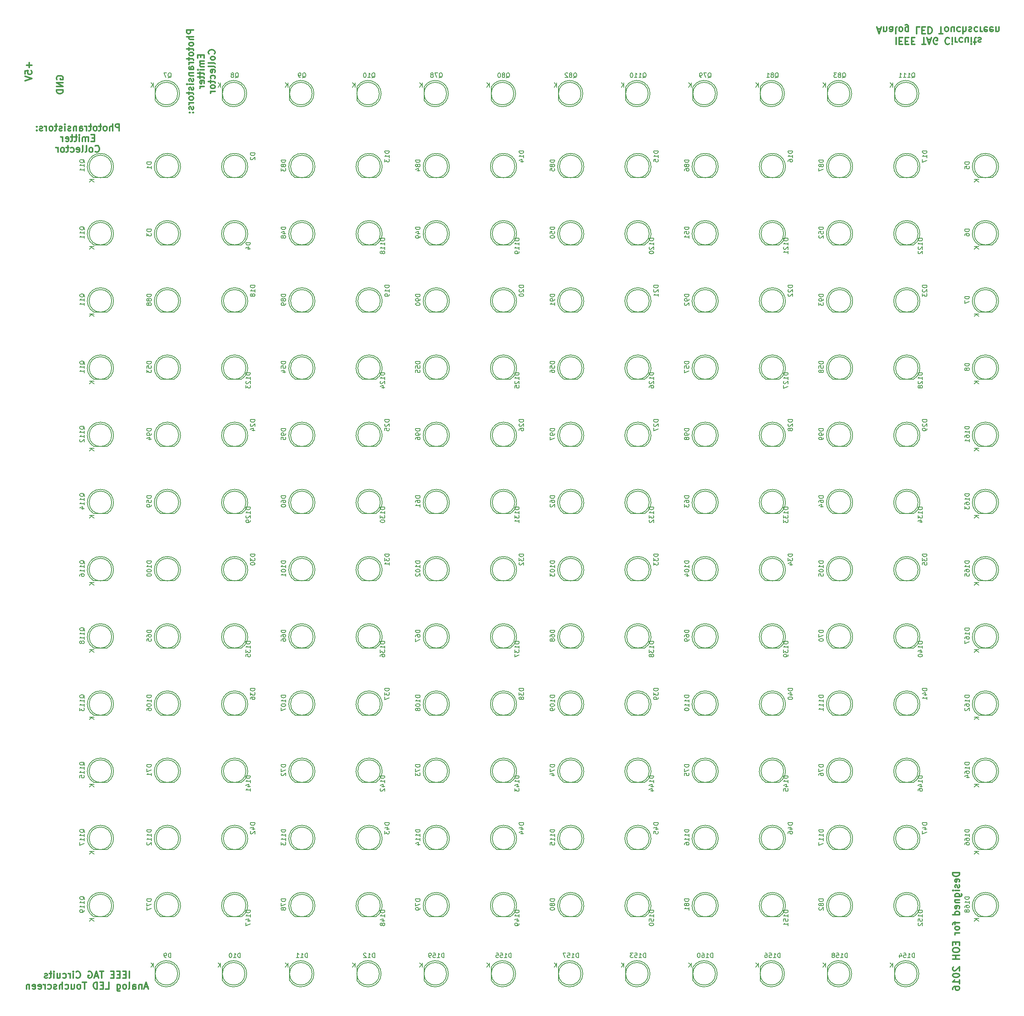
<source format=gbr>
G04 #@! TF.FileFunction,Legend,Bot*
%FSLAX46Y46*%
G04 Gerber Fmt 4.6, Leading zero omitted, Abs format (unit mm)*
G04 Created by KiCad (PCBNEW 4.0.1-stable) date 3/3/2016 12:22:01 AM*
%MOMM*%
G01*
G04 APERTURE LIST*
%ADD10C,0.100000*%
%ADD11C,0.300000*%
%ADD12C,0.150000*%
G04 APERTURE END LIST*
D10*
D11*
X211678571Y28571428D02*
X210178571Y28571428D01*
X210178571Y28214285D01*
X210250000Y28000000D01*
X210392857Y27857142D01*
X210535714Y27785714D01*
X210821429Y27714285D01*
X211035714Y27714285D01*
X211321429Y27785714D01*
X211464286Y27857142D01*
X211607143Y28000000D01*
X211678571Y28214285D01*
X211678571Y28571428D01*
X211607143Y26500000D02*
X211678571Y26642857D01*
X211678571Y26928571D01*
X211607143Y27071428D01*
X211464286Y27142857D01*
X210892857Y27142857D01*
X210750000Y27071428D01*
X210678571Y26928571D01*
X210678571Y26642857D01*
X210750000Y26500000D01*
X210892857Y26428571D01*
X211035714Y26428571D01*
X211178571Y27142857D01*
X211607143Y25857143D02*
X211678571Y25714286D01*
X211678571Y25428571D01*
X211607143Y25285714D01*
X211464286Y25214286D01*
X211392857Y25214286D01*
X211250000Y25285714D01*
X211178571Y25428571D01*
X211178571Y25642857D01*
X211107143Y25785714D01*
X210964286Y25857143D01*
X210892857Y25857143D01*
X210750000Y25785714D01*
X210678571Y25642857D01*
X210678571Y25428571D01*
X210750000Y25285714D01*
X211678571Y24571428D02*
X210678571Y24571428D01*
X210178571Y24571428D02*
X210250000Y24642857D01*
X210321429Y24571428D01*
X210250000Y24500000D01*
X210178571Y24571428D01*
X210321429Y24571428D01*
X210678571Y23214285D02*
X211892857Y23214285D01*
X212035714Y23285714D01*
X212107143Y23357142D01*
X212178571Y23499999D01*
X212178571Y23714285D01*
X212107143Y23857142D01*
X211607143Y23214285D02*
X211678571Y23357142D01*
X211678571Y23642856D01*
X211607143Y23785714D01*
X211535714Y23857142D01*
X211392857Y23928571D01*
X210964286Y23928571D01*
X210821429Y23857142D01*
X210750000Y23785714D01*
X210678571Y23642856D01*
X210678571Y23357142D01*
X210750000Y23214285D01*
X210678571Y22499999D02*
X211678571Y22499999D01*
X210821429Y22499999D02*
X210750000Y22428571D01*
X210678571Y22285713D01*
X210678571Y22071428D01*
X210750000Y21928571D01*
X210892857Y21857142D01*
X211678571Y21857142D01*
X211607143Y20571428D02*
X211678571Y20714285D01*
X211678571Y20999999D01*
X211607143Y21142856D01*
X211464286Y21214285D01*
X210892857Y21214285D01*
X210750000Y21142856D01*
X210678571Y20999999D01*
X210678571Y20714285D01*
X210750000Y20571428D01*
X210892857Y20499999D01*
X211035714Y20499999D01*
X211178571Y21214285D01*
X211678571Y19214285D02*
X210178571Y19214285D01*
X211607143Y19214285D02*
X211678571Y19357142D01*
X211678571Y19642856D01*
X211607143Y19785714D01*
X211535714Y19857142D01*
X211392857Y19928571D01*
X210964286Y19928571D01*
X210821429Y19857142D01*
X210750000Y19785714D01*
X210678571Y19642856D01*
X210678571Y19357142D01*
X210750000Y19214285D01*
X210678571Y17571428D02*
X210678571Y16999999D01*
X211678571Y17357142D02*
X210392857Y17357142D01*
X210250000Y17285714D01*
X210178571Y17142856D01*
X210178571Y16999999D01*
X211678571Y16285713D02*
X211607143Y16428571D01*
X211535714Y16499999D01*
X211392857Y16571428D01*
X210964286Y16571428D01*
X210821429Y16499999D01*
X210750000Y16428571D01*
X210678571Y16285713D01*
X210678571Y16071428D01*
X210750000Y15928571D01*
X210821429Y15857142D01*
X210964286Y15785713D01*
X211392857Y15785713D01*
X211535714Y15857142D01*
X211607143Y15928571D01*
X211678571Y16071428D01*
X211678571Y16285713D01*
X211678571Y15142856D02*
X210678571Y15142856D01*
X210964286Y15142856D02*
X210821429Y15071428D01*
X210750000Y14999999D01*
X210678571Y14857142D01*
X210678571Y14714285D01*
X210892857Y13071428D02*
X210892857Y12571428D01*
X211678571Y12357142D02*
X211678571Y13071428D01*
X210178571Y13071428D01*
X210178571Y12357142D01*
X210178571Y11428571D02*
X210178571Y11142857D01*
X210250000Y10999999D01*
X210392857Y10857142D01*
X210678571Y10785714D01*
X211178571Y10785714D01*
X211464286Y10857142D01*
X211607143Y10999999D01*
X211678571Y11142857D01*
X211678571Y11428571D01*
X211607143Y11571428D01*
X211464286Y11714285D01*
X211178571Y11785714D01*
X210678571Y11785714D01*
X210392857Y11714285D01*
X210250000Y11571428D01*
X210178571Y11428571D01*
X211678571Y10142856D02*
X210178571Y10142856D01*
X210892857Y10142856D02*
X210892857Y9285713D01*
X211678571Y9285713D02*
X210178571Y9285713D01*
X210321429Y7499999D02*
X210250000Y7428570D01*
X210178571Y7285713D01*
X210178571Y6928570D01*
X210250000Y6785713D01*
X210321429Y6714284D01*
X210464286Y6642856D01*
X210607143Y6642856D01*
X210821429Y6714284D01*
X211678571Y7571427D01*
X211678571Y6642856D01*
X210178571Y5714285D02*
X210178571Y5571428D01*
X210250000Y5428571D01*
X210321429Y5357142D01*
X210464286Y5285713D01*
X210750000Y5214285D01*
X211107143Y5214285D01*
X211392857Y5285713D01*
X211535714Y5357142D01*
X211607143Y5428571D01*
X211678571Y5571428D01*
X211678571Y5714285D01*
X211607143Y5857142D01*
X211535714Y5928571D01*
X211392857Y5999999D01*
X211107143Y6071428D01*
X210750000Y6071428D01*
X210464286Y5999999D01*
X210321429Y5928571D01*
X210250000Y5857142D01*
X210178571Y5714285D01*
X211678571Y3785714D02*
X211678571Y4642857D01*
X211678571Y4214285D02*
X210178571Y4214285D01*
X210392857Y4357142D01*
X210535714Y4500000D01*
X210607143Y4642857D01*
X210178571Y2500000D02*
X210178571Y2785714D01*
X210250000Y2928571D01*
X210321429Y3000000D01*
X210535714Y3142857D01*
X210821429Y3214286D01*
X211392857Y3214286D01*
X211535714Y3142857D01*
X211607143Y3071429D01*
X211678571Y2928571D01*
X211678571Y2642857D01*
X211607143Y2500000D01*
X211535714Y2428571D01*
X211392857Y2357143D01*
X211035714Y2357143D01*
X210892857Y2428571D01*
X210821429Y2500000D01*
X210750000Y2642857D01*
X210750000Y2928571D01*
X210821429Y3071429D01*
X210892857Y3142857D01*
X211035714Y3214286D01*
X197571429Y214978571D02*
X197571429Y213478571D01*
X198285715Y214192857D02*
X198785715Y214192857D01*
X199000001Y214978571D02*
X198285715Y214978571D01*
X198285715Y213478571D01*
X199000001Y213478571D01*
X199642858Y214192857D02*
X200142858Y214192857D01*
X200357144Y214978571D02*
X199642858Y214978571D01*
X199642858Y213478571D01*
X200357144Y213478571D01*
X201000001Y214192857D02*
X201500001Y214192857D01*
X201714287Y214978571D02*
X201000001Y214978571D01*
X201000001Y213478571D01*
X201714287Y213478571D01*
X203285715Y213478571D02*
X204142858Y213478571D01*
X203714287Y214978571D02*
X203714287Y213478571D01*
X204571429Y214550000D02*
X205285715Y214550000D01*
X204428572Y214978571D02*
X204928572Y213478571D01*
X205428572Y214978571D01*
X206714286Y213550000D02*
X206571429Y213478571D01*
X206357143Y213478571D01*
X206142858Y213550000D01*
X206000000Y213692857D01*
X205928572Y213835714D01*
X205857143Y214121429D01*
X205857143Y214335714D01*
X205928572Y214621429D01*
X206000000Y214764286D01*
X206142858Y214907143D01*
X206357143Y214978571D01*
X206500000Y214978571D01*
X206714286Y214907143D01*
X206785715Y214835714D01*
X206785715Y214335714D01*
X206500000Y214335714D01*
X209428572Y214835714D02*
X209357143Y214907143D01*
X209142857Y214978571D01*
X209000000Y214978571D01*
X208785715Y214907143D01*
X208642857Y214764286D01*
X208571429Y214621429D01*
X208500000Y214335714D01*
X208500000Y214121429D01*
X208571429Y213835714D01*
X208642857Y213692857D01*
X208785715Y213550000D01*
X209000000Y213478571D01*
X209142857Y213478571D01*
X209357143Y213550000D01*
X209428572Y213621429D01*
X210071429Y214978571D02*
X210071429Y213978571D01*
X210071429Y213478571D02*
X210000000Y213550000D01*
X210071429Y213621429D01*
X210142857Y213550000D01*
X210071429Y213478571D01*
X210071429Y213621429D01*
X210785715Y214978571D02*
X210785715Y213978571D01*
X210785715Y214264286D02*
X210857143Y214121429D01*
X210928572Y214050000D01*
X211071429Y213978571D01*
X211214286Y213978571D01*
X212357143Y214907143D02*
X212214286Y214978571D01*
X211928572Y214978571D01*
X211785714Y214907143D01*
X211714286Y214835714D01*
X211642857Y214692857D01*
X211642857Y214264286D01*
X211714286Y214121429D01*
X211785714Y214050000D01*
X211928572Y213978571D01*
X212214286Y213978571D01*
X212357143Y214050000D01*
X213642857Y213978571D02*
X213642857Y214978571D01*
X213000000Y213978571D02*
X213000000Y214764286D01*
X213071428Y214907143D01*
X213214286Y214978571D01*
X213428571Y214978571D01*
X213571428Y214907143D01*
X213642857Y214835714D01*
X214357143Y214978571D02*
X214357143Y213978571D01*
X214357143Y213478571D02*
X214285714Y213550000D01*
X214357143Y213621429D01*
X214428571Y213550000D01*
X214357143Y213478571D01*
X214357143Y213621429D01*
X214857143Y213978571D02*
X215428572Y213978571D01*
X215071429Y213478571D02*
X215071429Y214764286D01*
X215142857Y214907143D01*
X215285715Y214978571D01*
X215428572Y214978571D01*
X215857143Y214907143D02*
X216000000Y214978571D01*
X216285715Y214978571D01*
X216428572Y214907143D01*
X216500000Y214764286D01*
X216500000Y214692857D01*
X216428572Y214550000D01*
X216285715Y214478571D01*
X216071429Y214478571D01*
X215928572Y214407143D01*
X215857143Y214264286D01*
X215857143Y214192857D01*
X215928572Y214050000D01*
X216071429Y213978571D01*
X216285715Y213978571D01*
X216428572Y214050000D01*
X193428572Y216950000D02*
X194142858Y216950000D01*
X193285715Y217378571D02*
X193785715Y215878571D01*
X194285715Y217378571D01*
X194785715Y216378571D02*
X194785715Y217378571D01*
X194785715Y216521429D02*
X194857143Y216450000D01*
X195000001Y216378571D01*
X195214286Y216378571D01*
X195357143Y216450000D01*
X195428572Y216592857D01*
X195428572Y217378571D01*
X196785715Y217378571D02*
X196785715Y216592857D01*
X196714286Y216450000D01*
X196571429Y216378571D01*
X196285715Y216378571D01*
X196142858Y216450000D01*
X196785715Y217307143D02*
X196642858Y217378571D01*
X196285715Y217378571D01*
X196142858Y217307143D01*
X196071429Y217164286D01*
X196071429Y217021429D01*
X196142858Y216878571D01*
X196285715Y216807143D01*
X196642858Y216807143D01*
X196785715Y216735714D01*
X197714287Y217378571D02*
X197571429Y217307143D01*
X197500001Y217164286D01*
X197500001Y215878571D01*
X198500001Y217378571D02*
X198357143Y217307143D01*
X198285715Y217235714D01*
X198214286Y217092857D01*
X198214286Y216664286D01*
X198285715Y216521429D01*
X198357143Y216450000D01*
X198500001Y216378571D01*
X198714286Y216378571D01*
X198857143Y216450000D01*
X198928572Y216521429D01*
X199000001Y216664286D01*
X199000001Y217092857D01*
X198928572Y217235714D01*
X198857143Y217307143D01*
X198714286Y217378571D01*
X198500001Y217378571D01*
X200285715Y216378571D02*
X200285715Y217592857D01*
X200214286Y217735714D01*
X200142858Y217807143D01*
X200000001Y217878571D01*
X199785715Y217878571D01*
X199642858Y217807143D01*
X200285715Y217307143D02*
X200142858Y217378571D01*
X199857144Y217378571D01*
X199714286Y217307143D01*
X199642858Y217235714D01*
X199571429Y217092857D01*
X199571429Y216664286D01*
X199642858Y216521429D01*
X199714286Y216450000D01*
X199857144Y216378571D01*
X200142858Y216378571D01*
X200285715Y216450000D01*
X202857144Y217378571D02*
X202142858Y217378571D01*
X202142858Y215878571D01*
X203357144Y216592857D02*
X203857144Y216592857D01*
X204071430Y217378571D02*
X203357144Y217378571D01*
X203357144Y215878571D01*
X204071430Y215878571D01*
X204714287Y217378571D02*
X204714287Y215878571D01*
X205071430Y215878571D01*
X205285715Y215950000D01*
X205428573Y216092857D01*
X205500001Y216235714D01*
X205571430Y216521429D01*
X205571430Y216735714D01*
X205500001Y217021429D01*
X205428573Y217164286D01*
X205285715Y217307143D01*
X205071430Y217378571D01*
X204714287Y217378571D01*
X207142858Y215878571D02*
X208000001Y215878571D01*
X207571430Y217378571D02*
X207571430Y215878571D01*
X208714287Y217378571D02*
X208571429Y217307143D01*
X208500001Y217235714D01*
X208428572Y217092857D01*
X208428572Y216664286D01*
X208500001Y216521429D01*
X208571429Y216450000D01*
X208714287Y216378571D01*
X208928572Y216378571D01*
X209071429Y216450000D01*
X209142858Y216521429D01*
X209214287Y216664286D01*
X209214287Y217092857D01*
X209142858Y217235714D01*
X209071429Y217307143D01*
X208928572Y217378571D01*
X208714287Y217378571D01*
X210500001Y216378571D02*
X210500001Y217378571D01*
X209857144Y216378571D02*
X209857144Y217164286D01*
X209928572Y217307143D01*
X210071430Y217378571D01*
X210285715Y217378571D01*
X210428572Y217307143D01*
X210500001Y217235714D01*
X211857144Y217307143D02*
X211714287Y217378571D01*
X211428573Y217378571D01*
X211285715Y217307143D01*
X211214287Y217235714D01*
X211142858Y217092857D01*
X211142858Y216664286D01*
X211214287Y216521429D01*
X211285715Y216450000D01*
X211428573Y216378571D01*
X211714287Y216378571D01*
X211857144Y216450000D01*
X212500001Y217378571D02*
X212500001Y215878571D01*
X213142858Y217378571D02*
X213142858Y216592857D01*
X213071429Y216450000D01*
X212928572Y216378571D01*
X212714287Y216378571D01*
X212571429Y216450000D01*
X212500001Y216521429D01*
X213785715Y217307143D02*
X213928572Y217378571D01*
X214214287Y217378571D01*
X214357144Y217307143D01*
X214428572Y217164286D01*
X214428572Y217092857D01*
X214357144Y216950000D01*
X214214287Y216878571D01*
X214000001Y216878571D01*
X213857144Y216807143D01*
X213785715Y216664286D01*
X213785715Y216592857D01*
X213857144Y216450000D01*
X214000001Y216378571D01*
X214214287Y216378571D01*
X214357144Y216450000D01*
X215714287Y217307143D02*
X215571430Y217378571D01*
X215285716Y217378571D01*
X215142858Y217307143D01*
X215071430Y217235714D01*
X215000001Y217092857D01*
X215000001Y216664286D01*
X215071430Y216521429D01*
X215142858Y216450000D01*
X215285716Y216378571D01*
X215571430Y216378571D01*
X215714287Y216450000D01*
X216357144Y217378571D02*
X216357144Y216378571D01*
X216357144Y216664286D02*
X216428572Y216521429D01*
X216500001Y216450000D01*
X216642858Y216378571D01*
X216785715Y216378571D01*
X217857143Y217307143D02*
X217714286Y217378571D01*
X217428572Y217378571D01*
X217285715Y217307143D01*
X217214286Y217164286D01*
X217214286Y216592857D01*
X217285715Y216450000D01*
X217428572Y216378571D01*
X217714286Y216378571D01*
X217857143Y216450000D01*
X217928572Y216592857D01*
X217928572Y216735714D01*
X217214286Y216878571D01*
X219142857Y217307143D02*
X219000000Y217378571D01*
X218714286Y217378571D01*
X218571429Y217307143D01*
X218500000Y217164286D01*
X218500000Y216592857D01*
X218571429Y216450000D01*
X218714286Y216378571D01*
X219000000Y216378571D01*
X219142857Y216450000D01*
X219214286Y216592857D01*
X219214286Y216735714D01*
X218500000Y216878571D01*
X219857143Y216378571D02*
X219857143Y217378571D01*
X219857143Y216521429D02*
X219928571Y216450000D01*
X220071429Y216378571D01*
X220285714Y216378571D01*
X220428571Y216450000D01*
X220500000Y216592857D01*
X220500000Y217378571D01*
X10250000Y205642857D02*
X10178571Y205785714D01*
X10178571Y206000000D01*
X10250000Y206214285D01*
X10392857Y206357143D01*
X10535714Y206428571D01*
X10821429Y206500000D01*
X11035714Y206500000D01*
X11321429Y206428571D01*
X11464286Y206357143D01*
X11607143Y206214285D01*
X11678571Y206000000D01*
X11678571Y205857143D01*
X11607143Y205642857D01*
X11535714Y205571428D01*
X11035714Y205571428D01*
X11035714Y205857143D01*
X11678571Y204928571D02*
X10178571Y204928571D01*
X11678571Y204071428D01*
X10178571Y204071428D01*
X11678571Y203357142D02*
X10178571Y203357142D01*
X10178571Y202999999D01*
X10250000Y202785714D01*
X10392857Y202642856D01*
X10535714Y202571428D01*
X10821429Y202499999D01*
X11035714Y202499999D01*
X11321429Y202571428D01*
X11464286Y202642856D01*
X11607143Y202785714D01*
X11678571Y202999999D01*
X11678571Y203357142D01*
X4107143Y209428571D02*
X4107143Y208285714D01*
X4678571Y208857143D02*
X3535714Y208857143D01*
X3178571Y206857142D02*
X3178571Y207571428D01*
X3892857Y207642857D01*
X3821429Y207571428D01*
X3750000Y207428571D01*
X3750000Y207071428D01*
X3821429Y206928571D01*
X3892857Y206857142D01*
X4035714Y206785714D01*
X4392857Y206785714D01*
X4535714Y206857142D01*
X4607143Y206928571D01*
X4678571Y207071428D01*
X4678571Y207428571D01*
X4607143Y207571428D01*
X4535714Y207642857D01*
X3178571Y206357143D02*
X4678571Y205857143D01*
X3178571Y205357143D01*
X40778571Y216714286D02*
X39278571Y216714286D01*
X39278571Y216142858D01*
X39350000Y216000000D01*
X39421429Y215928572D01*
X39564286Y215857143D01*
X39778571Y215857143D01*
X39921429Y215928572D01*
X39992857Y216000000D01*
X40064286Y216142858D01*
X40064286Y216714286D01*
X40778571Y215214286D02*
X39278571Y215214286D01*
X40778571Y214571429D02*
X39992857Y214571429D01*
X39850000Y214642858D01*
X39778571Y214785715D01*
X39778571Y215000000D01*
X39850000Y215142858D01*
X39921429Y215214286D01*
X40778571Y213642857D02*
X40707143Y213785715D01*
X40635714Y213857143D01*
X40492857Y213928572D01*
X40064286Y213928572D01*
X39921429Y213857143D01*
X39850000Y213785715D01*
X39778571Y213642857D01*
X39778571Y213428572D01*
X39850000Y213285715D01*
X39921429Y213214286D01*
X40064286Y213142857D01*
X40492857Y213142857D01*
X40635714Y213214286D01*
X40707143Y213285715D01*
X40778571Y213428572D01*
X40778571Y213642857D01*
X39778571Y212714286D02*
X39778571Y212142857D01*
X39278571Y212500000D02*
X40564286Y212500000D01*
X40707143Y212428572D01*
X40778571Y212285714D01*
X40778571Y212142857D01*
X40778571Y211428571D02*
X40707143Y211571429D01*
X40635714Y211642857D01*
X40492857Y211714286D01*
X40064286Y211714286D01*
X39921429Y211642857D01*
X39850000Y211571429D01*
X39778571Y211428571D01*
X39778571Y211214286D01*
X39850000Y211071429D01*
X39921429Y211000000D01*
X40064286Y210928571D01*
X40492857Y210928571D01*
X40635714Y211000000D01*
X40707143Y211071429D01*
X40778571Y211214286D01*
X40778571Y211428571D01*
X39778571Y210500000D02*
X39778571Y209928571D01*
X39278571Y210285714D02*
X40564286Y210285714D01*
X40707143Y210214286D01*
X40778571Y210071428D01*
X40778571Y209928571D01*
X40778571Y209428571D02*
X39778571Y209428571D01*
X40064286Y209428571D02*
X39921429Y209357143D01*
X39850000Y209285714D01*
X39778571Y209142857D01*
X39778571Y209000000D01*
X40778571Y207857143D02*
X39992857Y207857143D01*
X39850000Y207928572D01*
X39778571Y208071429D01*
X39778571Y208357143D01*
X39850000Y208500000D01*
X40707143Y207857143D02*
X40778571Y208000000D01*
X40778571Y208357143D01*
X40707143Y208500000D01*
X40564286Y208571429D01*
X40421429Y208571429D01*
X40278571Y208500000D01*
X40207143Y208357143D01*
X40207143Y208000000D01*
X40135714Y207857143D01*
X39778571Y207142857D02*
X40778571Y207142857D01*
X39921429Y207142857D02*
X39850000Y207071429D01*
X39778571Y206928571D01*
X39778571Y206714286D01*
X39850000Y206571429D01*
X39992857Y206500000D01*
X40778571Y206500000D01*
X40707143Y205857143D02*
X40778571Y205714286D01*
X40778571Y205428571D01*
X40707143Y205285714D01*
X40564286Y205214286D01*
X40492857Y205214286D01*
X40350000Y205285714D01*
X40278571Y205428571D01*
X40278571Y205642857D01*
X40207143Y205785714D01*
X40064286Y205857143D01*
X39992857Y205857143D01*
X39850000Y205785714D01*
X39778571Y205642857D01*
X39778571Y205428571D01*
X39850000Y205285714D01*
X40778571Y204571428D02*
X39778571Y204571428D01*
X39278571Y204571428D02*
X39350000Y204642857D01*
X39421429Y204571428D01*
X39350000Y204500000D01*
X39278571Y204571428D01*
X39421429Y204571428D01*
X40707143Y203928571D02*
X40778571Y203785714D01*
X40778571Y203499999D01*
X40707143Y203357142D01*
X40564286Y203285714D01*
X40492857Y203285714D01*
X40350000Y203357142D01*
X40278571Y203499999D01*
X40278571Y203714285D01*
X40207143Y203857142D01*
X40064286Y203928571D01*
X39992857Y203928571D01*
X39850000Y203857142D01*
X39778571Y203714285D01*
X39778571Y203499999D01*
X39850000Y203357142D01*
X39778571Y202857142D02*
X39778571Y202285713D01*
X39278571Y202642856D02*
X40564286Y202642856D01*
X40707143Y202571428D01*
X40778571Y202428570D01*
X40778571Y202285713D01*
X40778571Y201571427D02*
X40707143Y201714285D01*
X40635714Y201785713D01*
X40492857Y201857142D01*
X40064286Y201857142D01*
X39921429Y201785713D01*
X39850000Y201714285D01*
X39778571Y201571427D01*
X39778571Y201357142D01*
X39850000Y201214285D01*
X39921429Y201142856D01*
X40064286Y201071427D01*
X40492857Y201071427D01*
X40635714Y201142856D01*
X40707143Y201214285D01*
X40778571Y201357142D01*
X40778571Y201571427D01*
X40778571Y200428570D02*
X39778571Y200428570D01*
X40064286Y200428570D02*
X39921429Y200357142D01*
X39850000Y200285713D01*
X39778571Y200142856D01*
X39778571Y199999999D01*
X40707143Y199571428D02*
X40778571Y199428571D01*
X40778571Y199142856D01*
X40707143Y198999999D01*
X40564286Y198928571D01*
X40492857Y198928571D01*
X40350000Y198999999D01*
X40278571Y199142856D01*
X40278571Y199357142D01*
X40207143Y199499999D01*
X40064286Y199571428D01*
X39992857Y199571428D01*
X39850000Y199499999D01*
X39778571Y199357142D01*
X39778571Y199142856D01*
X39850000Y198999999D01*
X40635714Y198285713D02*
X40707143Y198214285D01*
X40778571Y198285713D01*
X40707143Y198357142D01*
X40635714Y198285713D01*
X40778571Y198285713D01*
X39850000Y198285713D02*
X39921429Y198214285D01*
X39992857Y198285713D01*
X39921429Y198357142D01*
X39850000Y198285713D01*
X39992857Y198285713D01*
X42392857Y211142857D02*
X42392857Y210642857D01*
X43178571Y210428571D02*
X43178571Y211142857D01*
X41678571Y211142857D01*
X41678571Y210428571D01*
X43178571Y209785714D02*
X42178571Y209785714D01*
X42321429Y209785714D02*
X42250000Y209714286D01*
X42178571Y209571428D01*
X42178571Y209357143D01*
X42250000Y209214286D01*
X42392857Y209142857D01*
X43178571Y209142857D01*
X42392857Y209142857D02*
X42250000Y209071428D01*
X42178571Y208928571D01*
X42178571Y208714286D01*
X42250000Y208571428D01*
X42392857Y208500000D01*
X43178571Y208500000D01*
X43178571Y207785714D02*
X42178571Y207785714D01*
X41678571Y207785714D02*
X41750000Y207857143D01*
X41821429Y207785714D01*
X41750000Y207714286D01*
X41678571Y207785714D01*
X41821429Y207785714D01*
X42178571Y207285714D02*
X42178571Y206714285D01*
X41678571Y207071428D02*
X42964286Y207071428D01*
X43107143Y207000000D01*
X43178571Y206857142D01*
X43178571Y206714285D01*
X42178571Y206428571D02*
X42178571Y205857142D01*
X41678571Y206214285D02*
X42964286Y206214285D01*
X43107143Y206142857D01*
X43178571Y205999999D01*
X43178571Y205857142D01*
X43107143Y204785714D02*
X43178571Y204928571D01*
X43178571Y205214285D01*
X43107143Y205357142D01*
X42964286Y205428571D01*
X42392857Y205428571D01*
X42250000Y205357142D01*
X42178571Y205214285D01*
X42178571Y204928571D01*
X42250000Y204785714D01*
X42392857Y204714285D01*
X42535714Y204714285D01*
X42678571Y205428571D01*
X43178571Y204071428D02*
X42178571Y204071428D01*
X42464286Y204071428D02*
X42321429Y204000000D01*
X42250000Y203928571D01*
X42178571Y203785714D01*
X42178571Y203642857D01*
X45435714Y211357142D02*
X45507143Y211428571D01*
X45578571Y211642857D01*
X45578571Y211785714D01*
X45507143Y211999999D01*
X45364286Y212142857D01*
X45221429Y212214285D01*
X44935714Y212285714D01*
X44721429Y212285714D01*
X44435714Y212214285D01*
X44292857Y212142857D01*
X44150000Y211999999D01*
X44078571Y211785714D01*
X44078571Y211642857D01*
X44150000Y211428571D01*
X44221429Y211357142D01*
X45578571Y210499999D02*
X45507143Y210642857D01*
X45435714Y210714285D01*
X45292857Y210785714D01*
X44864286Y210785714D01*
X44721429Y210714285D01*
X44650000Y210642857D01*
X44578571Y210499999D01*
X44578571Y210285714D01*
X44650000Y210142857D01*
X44721429Y210071428D01*
X44864286Y209999999D01*
X45292857Y209999999D01*
X45435714Y210071428D01*
X45507143Y210142857D01*
X45578571Y210285714D01*
X45578571Y210499999D01*
X45578571Y209142856D02*
X45507143Y209285714D01*
X45364286Y209357142D01*
X44078571Y209357142D01*
X45578571Y208357142D02*
X45507143Y208500000D01*
X45364286Y208571428D01*
X44078571Y208571428D01*
X45507143Y207214286D02*
X45578571Y207357143D01*
X45578571Y207642857D01*
X45507143Y207785714D01*
X45364286Y207857143D01*
X44792857Y207857143D01*
X44650000Y207785714D01*
X44578571Y207642857D01*
X44578571Y207357143D01*
X44650000Y207214286D01*
X44792857Y207142857D01*
X44935714Y207142857D01*
X45078571Y207857143D01*
X45507143Y205857143D02*
X45578571Y206000000D01*
X45578571Y206285714D01*
X45507143Y206428572D01*
X45435714Y206500000D01*
X45292857Y206571429D01*
X44864286Y206571429D01*
X44721429Y206500000D01*
X44650000Y206428572D01*
X44578571Y206285714D01*
X44578571Y206000000D01*
X44650000Y205857143D01*
X44578571Y205428572D02*
X44578571Y204857143D01*
X44078571Y205214286D02*
X45364286Y205214286D01*
X45507143Y205142858D01*
X45578571Y205000000D01*
X45578571Y204857143D01*
X45578571Y204142857D02*
X45507143Y204285715D01*
X45435714Y204357143D01*
X45292857Y204428572D01*
X44864286Y204428572D01*
X44721429Y204357143D01*
X44650000Y204285715D01*
X44578571Y204142857D01*
X44578571Y203928572D01*
X44650000Y203785715D01*
X44721429Y203714286D01*
X44864286Y203642857D01*
X45292857Y203642857D01*
X45435714Y203714286D01*
X45507143Y203785715D01*
X45578571Y203928572D01*
X45578571Y204142857D01*
X45578571Y203000000D02*
X44578571Y203000000D01*
X44864286Y203000000D02*
X44721429Y202928572D01*
X44650000Y202857143D01*
X44578571Y202714286D01*
X44578571Y202571429D01*
X24214286Y194221429D02*
X24214286Y195721429D01*
X23642858Y195721429D01*
X23500000Y195650000D01*
X23428572Y195578571D01*
X23357143Y195435714D01*
X23357143Y195221429D01*
X23428572Y195078571D01*
X23500000Y195007143D01*
X23642858Y194935714D01*
X24214286Y194935714D01*
X22714286Y194221429D02*
X22714286Y195721429D01*
X22071429Y194221429D02*
X22071429Y195007143D01*
X22142858Y195150000D01*
X22285715Y195221429D01*
X22500000Y195221429D01*
X22642858Y195150000D01*
X22714286Y195078571D01*
X21142857Y194221429D02*
X21285715Y194292857D01*
X21357143Y194364286D01*
X21428572Y194507143D01*
X21428572Y194935714D01*
X21357143Y195078571D01*
X21285715Y195150000D01*
X21142857Y195221429D01*
X20928572Y195221429D01*
X20785715Y195150000D01*
X20714286Y195078571D01*
X20642857Y194935714D01*
X20642857Y194507143D01*
X20714286Y194364286D01*
X20785715Y194292857D01*
X20928572Y194221429D01*
X21142857Y194221429D01*
X20214286Y195221429D02*
X19642857Y195221429D01*
X20000000Y195721429D02*
X20000000Y194435714D01*
X19928572Y194292857D01*
X19785714Y194221429D01*
X19642857Y194221429D01*
X18928571Y194221429D02*
X19071429Y194292857D01*
X19142857Y194364286D01*
X19214286Y194507143D01*
X19214286Y194935714D01*
X19142857Y195078571D01*
X19071429Y195150000D01*
X18928571Y195221429D01*
X18714286Y195221429D01*
X18571429Y195150000D01*
X18500000Y195078571D01*
X18428571Y194935714D01*
X18428571Y194507143D01*
X18500000Y194364286D01*
X18571429Y194292857D01*
X18714286Y194221429D01*
X18928571Y194221429D01*
X18000000Y195221429D02*
X17428571Y195221429D01*
X17785714Y195721429D02*
X17785714Y194435714D01*
X17714286Y194292857D01*
X17571428Y194221429D01*
X17428571Y194221429D01*
X16928571Y194221429D02*
X16928571Y195221429D01*
X16928571Y194935714D02*
X16857143Y195078571D01*
X16785714Y195150000D01*
X16642857Y195221429D01*
X16500000Y195221429D01*
X15357143Y194221429D02*
X15357143Y195007143D01*
X15428572Y195150000D01*
X15571429Y195221429D01*
X15857143Y195221429D01*
X16000000Y195150000D01*
X15357143Y194292857D02*
X15500000Y194221429D01*
X15857143Y194221429D01*
X16000000Y194292857D01*
X16071429Y194435714D01*
X16071429Y194578571D01*
X16000000Y194721429D01*
X15857143Y194792857D01*
X15500000Y194792857D01*
X15357143Y194864286D01*
X14642857Y195221429D02*
X14642857Y194221429D01*
X14642857Y195078571D02*
X14571429Y195150000D01*
X14428571Y195221429D01*
X14214286Y195221429D01*
X14071429Y195150000D01*
X14000000Y195007143D01*
X14000000Y194221429D01*
X13357143Y194292857D02*
X13214286Y194221429D01*
X12928571Y194221429D01*
X12785714Y194292857D01*
X12714286Y194435714D01*
X12714286Y194507143D01*
X12785714Y194650000D01*
X12928571Y194721429D01*
X13142857Y194721429D01*
X13285714Y194792857D01*
X13357143Y194935714D01*
X13357143Y195007143D01*
X13285714Y195150000D01*
X13142857Y195221429D01*
X12928571Y195221429D01*
X12785714Y195150000D01*
X12071428Y194221429D02*
X12071428Y195221429D01*
X12071428Y195721429D02*
X12142857Y195650000D01*
X12071428Y195578571D01*
X12000000Y195650000D01*
X12071428Y195721429D01*
X12071428Y195578571D01*
X11428571Y194292857D02*
X11285714Y194221429D01*
X10999999Y194221429D01*
X10857142Y194292857D01*
X10785714Y194435714D01*
X10785714Y194507143D01*
X10857142Y194650000D01*
X10999999Y194721429D01*
X11214285Y194721429D01*
X11357142Y194792857D01*
X11428571Y194935714D01*
X11428571Y195007143D01*
X11357142Y195150000D01*
X11214285Y195221429D01*
X10999999Y195221429D01*
X10857142Y195150000D01*
X10357142Y195221429D02*
X9785713Y195221429D01*
X10142856Y195721429D02*
X10142856Y194435714D01*
X10071428Y194292857D01*
X9928570Y194221429D01*
X9785713Y194221429D01*
X9071427Y194221429D02*
X9214285Y194292857D01*
X9285713Y194364286D01*
X9357142Y194507143D01*
X9357142Y194935714D01*
X9285713Y195078571D01*
X9214285Y195150000D01*
X9071427Y195221429D01*
X8857142Y195221429D01*
X8714285Y195150000D01*
X8642856Y195078571D01*
X8571427Y194935714D01*
X8571427Y194507143D01*
X8642856Y194364286D01*
X8714285Y194292857D01*
X8857142Y194221429D01*
X9071427Y194221429D01*
X7928570Y194221429D02*
X7928570Y195221429D01*
X7928570Y194935714D02*
X7857142Y195078571D01*
X7785713Y195150000D01*
X7642856Y195221429D01*
X7499999Y195221429D01*
X7071428Y194292857D02*
X6928571Y194221429D01*
X6642856Y194221429D01*
X6499999Y194292857D01*
X6428571Y194435714D01*
X6428571Y194507143D01*
X6499999Y194650000D01*
X6642856Y194721429D01*
X6857142Y194721429D01*
X6999999Y194792857D01*
X7071428Y194935714D01*
X7071428Y195007143D01*
X6999999Y195150000D01*
X6857142Y195221429D01*
X6642856Y195221429D01*
X6499999Y195150000D01*
X5785713Y194364286D02*
X5714285Y194292857D01*
X5785713Y194221429D01*
X5857142Y194292857D01*
X5785713Y194364286D01*
X5785713Y194221429D01*
X5785713Y195150000D02*
X5714285Y195078571D01*
X5785713Y195007143D01*
X5857142Y195078571D01*
X5785713Y195150000D01*
X5785713Y195007143D01*
X18642857Y192607143D02*
X18142857Y192607143D01*
X17928571Y191821429D02*
X18642857Y191821429D01*
X18642857Y193321429D01*
X17928571Y193321429D01*
X17285714Y191821429D02*
X17285714Y192821429D01*
X17285714Y192678571D02*
X17214286Y192750000D01*
X17071428Y192821429D01*
X16857143Y192821429D01*
X16714286Y192750000D01*
X16642857Y192607143D01*
X16642857Y191821429D01*
X16642857Y192607143D02*
X16571428Y192750000D01*
X16428571Y192821429D01*
X16214286Y192821429D01*
X16071428Y192750000D01*
X16000000Y192607143D01*
X16000000Y191821429D01*
X15285714Y191821429D02*
X15285714Y192821429D01*
X15285714Y193321429D02*
X15357143Y193250000D01*
X15285714Y193178571D01*
X15214286Y193250000D01*
X15285714Y193321429D01*
X15285714Y193178571D01*
X14785714Y192821429D02*
X14214285Y192821429D01*
X14571428Y193321429D02*
X14571428Y192035714D01*
X14500000Y191892857D01*
X14357142Y191821429D01*
X14214285Y191821429D01*
X13928571Y192821429D02*
X13357142Y192821429D01*
X13714285Y193321429D02*
X13714285Y192035714D01*
X13642857Y191892857D01*
X13499999Y191821429D01*
X13357142Y191821429D01*
X12285714Y191892857D02*
X12428571Y191821429D01*
X12714285Y191821429D01*
X12857142Y191892857D01*
X12928571Y192035714D01*
X12928571Y192607143D01*
X12857142Y192750000D01*
X12714285Y192821429D01*
X12428571Y192821429D01*
X12285714Y192750000D01*
X12214285Y192607143D01*
X12214285Y192464286D01*
X12928571Y192321429D01*
X11571428Y191821429D02*
X11571428Y192821429D01*
X11571428Y192535714D02*
X11500000Y192678571D01*
X11428571Y192750000D01*
X11285714Y192821429D01*
X11142857Y192821429D01*
X18857142Y189564286D02*
X18928571Y189492857D01*
X19142857Y189421429D01*
X19285714Y189421429D01*
X19499999Y189492857D01*
X19642857Y189635714D01*
X19714285Y189778571D01*
X19785714Y190064286D01*
X19785714Y190278571D01*
X19714285Y190564286D01*
X19642857Y190707143D01*
X19499999Y190850000D01*
X19285714Y190921429D01*
X19142857Y190921429D01*
X18928571Y190850000D01*
X18857142Y190778571D01*
X17999999Y189421429D02*
X18142857Y189492857D01*
X18214285Y189564286D01*
X18285714Y189707143D01*
X18285714Y190135714D01*
X18214285Y190278571D01*
X18142857Y190350000D01*
X17999999Y190421429D01*
X17785714Y190421429D01*
X17642857Y190350000D01*
X17571428Y190278571D01*
X17499999Y190135714D01*
X17499999Y189707143D01*
X17571428Y189564286D01*
X17642857Y189492857D01*
X17785714Y189421429D01*
X17999999Y189421429D01*
X16642856Y189421429D02*
X16785714Y189492857D01*
X16857142Y189635714D01*
X16857142Y190921429D01*
X15857142Y189421429D02*
X16000000Y189492857D01*
X16071428Y189635714D01*
X16071428Y190921429D01*
X14714286Y189492857D02*
X14857143Y189421429D01*
X15142857Y189421429D01*
X15285714Y189492857D01*
X15357143Y189635714D01*
X15357143Y190207143D01*
X15285714Y190350000D01*
X15142857Y190421429D01*
X14857143Y190421429D01*
X14714286Y190350000D01*
X14642857Y190207143D01*
X14642857Y190064286D01*
X15357143Y189921429D01*
X13357143Y189492857D02*
X13500000Y189421429D01*
X13785714Y189421429D01*
X13928572Y189492857D01*
X14000000Y189564286D01*
X14071429Y189707143D01*
X14071429Y190135714D01*
X14000000Y190278571D01*
X13928572Y190350000D01*
X13785714Y190421429D01*
X13500000Y190421429D01*
X13357143Y190350000D01*
X12928572Y190421429D02*
X12357143Y190421429D01*
X12714286Y190921429D02*
X12714286Y189635714D01*
X12642858Y189492857D01*
X12500000Y189421429D01*
X12357143Y189421429D01*
X11642857Y189421429D02*
X11785715Y189492857D01*
X11857143Y189564286D01*
X11928572Y189707143D01*
X11928572Y190135714D01*
X11857143Y190278571D01*
X11785715Y190350000D01*
X11642857Y190421429D01*
X11428572Y190421429D01*
X11285715Y190350000D01*
X11214286Y190278571D01*
X11142857Y190135714D01*
X11142857Y189707143D01*
X11214286Y189564286D01*
X11285715Y189492857D01*
X11428572Y189421429D01*
X11642857Y189421429D01*
X10500000Y189421429D02*
X10500000Y190421429D01*
X10500000Y190135714D02*
X10428572Y190278571D01*
X10357143Y190350000D01*
X10214286Y190421429D01*
X10071429Y190421429D01*
X26428571Y5021429D02*
X26428571Y6521429D01*
X25714285Y5807143D02*
X25214285Y5807143D01*
X24999999Y5021429D02*
X25714285Y5021429D01*
X25714285Y6521429D01*
X24999999Y6521429D01*
X24357142Y5807143D02*
X23857142Y5807143D01*
X23642856Y5021429D02*
X24357142Y5021429D01*
X24357142Y6521429D01*
X23642856Y6521429D01*
X22999999Y5807143D02*
X22499999Y5807143D01*
X22285713Y5021429D02*
X22999999Y5021429D01*
X22999999Y6521429D01*
X22285713Y6521429D01*
X20714285Y6521429D02*
X19857142Y6521429D01*
X20285713Y5021429D02*
X20285713Y6521429D01*
X19428571Y5450000D02*
X18714285Y5450000D01*
X19571428Y5021429D02*
X19071428Y6521429D01*
X18571428Y5021429D01*
X17285714Y6450000D02*
X17428571Y6521429D01*
X17642857Y6521429D01*
X17857142Y6450000D01*
X18000000Y6307143D01*
X18071428Y6164286D01*
X18142857Y5878571D01*
X18142857Y5664286D01*
X18071428Y5378571D01*
X18000000Y5235714D01*
X17857142Y5092857D01*
X17642857Y5021429D01*
X17500000Y5021429D01*
X17285714Y5092857D01*
X17214285Y5164286D01*
X17214285Y5664286D01*
X17500000Y5664286D01*
X14571428Y5164286D02*
X14642857Y5092857D01*
X14857143Y5021429D01*
X15000000Y5021429D01*
X15214285Y5092857D01*
X15357143Y5235714D01*
X15428571Y5378571D01*
X15500000Y5664286D01*
X15500000Y5878571D01*
X15428571Y6164286D01*
X15357143Y6307143D01*
X15214285Y6450000D01*
X15000000Y6521429D01*
X14857143Y6521429D01*
X14642857Y6450000D01*
X14571428Y6378571D01*
X13928571Y5021429D02*
X13928571Y6021429D01*
X13928571Y6521429D02*
X14000000Y6450000D01*
X13928571Y6378571D01*
X13857143Y6450000D01*
X13928571Y6521429D01*
X13928571Y6378571D01*
X13214285Y5021429D02*
X13214285Y6021429D01*
X13214285Y5735714D02*
X13142857Y5878571D01*
X13071428Y5950000D01*
X12928571Y6021429D01*
X12785714Y6021429D01*
X11642857Y5092857D02*
X11785714Y5021429D01*
X12071428Y5021429D01*
X12214286Y5092857D01*
X12285714Y5164286D01*
X12357143Y5307143D01*
X12357143Y5735714D01*
X12285714Y5878571D01*
X12214286Y5950000D01*
X12071428Y6021429D01*
X11785714Y6021429D01*
X11642857Y5950000D01*
X10357143Y6021429D02*
X10357143Y5021429D01*
X11000000Y6021429D02*
X11000000Y5235714D01*
X10928572Y5092857D01*
X10785714Y5021429D01*
X10571429Y5021429D01*
X10428572Y5092857D01*
X10357143Y5164286D01*
X9642857Y5021429D02*
X9642857Y6021429D01*
X9642857Y6521429D02*
X9714286Y6450000D01*
X9642857Y6378571D01*
X9571429Y6450000D01*
X9642857Y6521429D01*
X9642857Y6378571D01*
X9142857Y6021429D02*
X8571428Y6021429D01*
X8928571Y6521429D02*
X8928571Y5235714D01*
X8857143Y5092857D01*
X8714285Y5021429D01*
X8571428Y5021429D01*
X8142857Y5092857D02*
X8000000Y5021429D01*
X7714285Y5021429D01*
X7571428Y5092857D01*
X7500000Y5235714D01*
X7500000Y5307143D01*
X7571428Y5450000D01*
X7714285Y5521429D01*
X7928571Y5521429D01*
X8071428Y5592857D01*
X8142857Y5735714D01*
X8142857Y5807143D01*
X8071428Y5950000D01*
X7928571Y6021429D01*
X7714285Y6021429D01*
X7571428Y5950000D01*
X30571428Y3050000D02*
X29857142Y3050000D01*
X30714285Y2621429D02*
X30214285Y4121429D01*
X29714285Y2621429D01*
X29214285Y3621429D02*
X29214285Y2621429D01*
X29214285Y3478571D02*
X29142857Y3550000D01*
X28999999Y3621429D01*
X28785714Y3621429D01*
X28642857Y3550000D01*
X28571428Y3407143D01*
X28571428Y2621429D01*
X27214285Y2621429D02*
X27214285Y3407143D01*
X27285714Y3550000D01*
X27428571Y3621429D01*
X27714285Y3621429D01*
X27857142Y3550000D01*
X27214285Y2692857D02*
X27357142Y2621429D01*
X27714285Y2621429D01*
X27857142Y2692857D01*
X27928571Y2835714D01*
X27928571Y2978571D01*
X27857142Y3121429D01*
X27714285Y3192857D01*
X27357142Y3192857D01*
X27214285Y3264286D01*
X26285713Y2621429D02*
X26428571Y2692857D01*
X26499999Y2835714D01*
X26499999Y4121429D01*
X25499999Y2621429D02*
X25642857Y2692857D01*
X25714285Y2764286D01*
X25785714Y2907143D01*
X25785714Y3335714D01*
X25714285Y3478571D01*
X25642857Y3550000D01*
X25499999Y3621429D01*
X25285714Y3621429D01*
X25142857Y3550000D01*
X25071428Y3478571D01*
X24999999Y3335714D01*
X24999999Y2907143D01*
X25071428Y2764286D01*
X25142857Y2692857D01*
X25285714Y2621429D01*
X25499999Y2621429D01*
X23714285Y3621429D02*
X23714285Y2407143D01*
X23785714Y2264286D01*
X23857142Y2192857D01*
X23999999Y2121429D01*
X24214285Y2121429D01*
X24357142Y2192857D01*
X23714285Y2692857D02*
X23857142Y2621429D01*
X24142856Y2621429D01*
X24285714Y2692857D01*
X24357142Y2764286D01*
X24428571Y2907143D01*
X24428571Y3335714D01*
X24357142Y3478571D01*
X24285714Y3550000D01*
X24142856Y3621429D01*
X23857142Y3621429D01*
X23714285Y3550000D01*
X21142856Y2621429D02*
X21857142Y2621429D01*
X21857142Y4121429D01*
X20642856Y3407143D02*
X20142856Y3407143D01*
X19928570Y2621429D02*
X20642856Y2621429D01*
X20642856Y4121429D01*
X19928570Y4121429D01*
X19285713Y2621429D02*
X19285713Y4121429D01*
X18928570Y4121429D01*
X18714285Y4050000D01*
X18571427Y3907143D01*
X18499999Y3764286D01*
X18428570Y3478571D01*
X18428570Y3264286D01*
X18499999Y2978571D01*
X18571427Y2835714D01*
X18714285Y2692857D01*
X18928570Y2621429D01*
X19285713Y2621429D01*
X16857142Y4121429D02*
X15999999Y4121429D01*
X16428570Y2621429D02*
X16428570Y4121429D01*
X15285713Y2621429D02*
X15428571Y2692857D01*
X15499999Y2764286D01*
X15571428Y2907143D01*
X15571428Y3335714D01*
X15499999Y3478571D01*
X15428571Y3550000D01*
X15285713Y3621429D01*
X15071428Y3621429D01*
X14928571Y3550000D01*
X14857142Y3478571D01*
X14785713Y3335714D01*
X14785713Y2907143D01*
X14857142Y2764286D01*
X14928571Y2692857D01*
X15071428Y2621429D01*
X15285713Y2621429D01*
X13499999Y3621429D02*
X13499999Y2621429D01*
X14142856Y3621429D02*
X14142856Y2835714D01*
X14071428Y2692857D01*
X13928570Y2621429D01*
X13714285Y2621429D01*
X13571428Y2692857D01*
X13499999Y2764286D01*
X12142856Y2692857D02*
X12285713Y2621429D01*
X12571427Y2621429D01*
X12714285Y2692857D01*
X12785713Y2764286D01*
X12857142Y2907143D01*
X12857142Y3335714D01*
X12785713Y3478571D01*
X12714285Y3550000D01*
X12571427Y3621429D01*
X12285713Y3621429D01*
X12142856Y3550000D01*
X11499999Y2621429D02*
X11499999Y4121429D01*
X10857142Y2621429D02*
X10857142Y3407143D01*
X10928571Y3550000D01*
X11071428Y3621429D01*
X11285713Y3621429D01*
X11428571Y3550000D01*
X11499999Y3478571D01*
X10214285Y2692857D02*
X10071428Y2621429D01*
X9785713Y2621429D01*
X9642856Y2692857D01*
X9571428Y2835714D01*
X9571428Y2907143D01*
X9642856Y3050000D01*
X9785713Y3121429D01*
X9999999Y3121429D01*
X10142856Y3192857D01*
X10214285Y3335714D01*
X10214285Y3407143D01*
X10142856Y3550000D01*
X9999999Y3621429D01*
X9785713Y3621429D01*
X9642856Y3550000D01*
X8285713Y2692857D02*
X8428570Y2621429D01*
X8714284Y2621429D01*
X8857142Y2692857D01*
X8928570Y2764286D01*
X8999999Y2907143D01*
X8999999Y3335714D01*
X8928570Y3478571D01*
X8857142Y3550000D01*
X8714284Y3621429D01*
X8428570Y3621429D01*
X8285713Y3550000D01*
X7642856Y2621429D02*
X7642856Y3621429D01*
X7642856Y3335714D02*
X7571428Y3478571D01*
X7499999Y3550000D01*
X7357142Y3621429D01*
X7214285Y3621429D01*
X6142857Y2692857D02*
X6285714Y2621429D01*
X6571428Y2621429D01*
X6714285Y2692857D01*
X6785714Y2835714D01*
X6785714Y3407143D01*
X6714285Y3550000D01*
X6571428Y3621429D01*
X6285714Y3621429D01*
X6142857Y3550000D01*
X6071428Y3407143D01*
X6071428Y3264286D01*
X6785714Y3121429D01*
X4857143Y2692857D02*
X5000000Y2621429D01*
X5285714Y2621429D01*
X5428571Y2692857D01*
X5500000Y2835714D01*
X5500000Y3407143D01*
X5428571Y3550000D01*
X5285714Y3621429D01*
X5000000Y3621429D01*
X4857143Y3550000D01*
X4785714Y3407143D01*
X4785714Y3264286D01*
X5500000Y3121429D01*
X4142857Y3621429D02*
X4142857Y2621429D01*
X4142857Y3478571D02*
X4071429Y3550000D01*
X3928571Y3621429D01*
X3714286Y3621429D01*
X3571429Y3550000D01*
X3500000Y3407143D01*
X3500000Y2621429D01*
D12*
X18475096Y18745112D02*
G75*
G02X21500000Y18730000I1524904J2484888D01*
G01*
X18500000Y18730000D02*
X21500000Y18730000D01*
X22517936Y21230000D02*
G75*
G03X22517936Y21230000I-2517936J0D01*
G01*
X18475096Y78745112D02*
G75*
G02X21500000Y78730000I1524904J2484888D01*
G01*
X18500000Y78730000D02*
X21500000Y78730000D01*
X22517936Y81230000D02*
G75*
G03X22517936Y81230000I-2517936J0D01*
G01*
X215975096Y18745112D02*
G75*
G02X219000000Y18730000I1524904J2484888D01*
G01*
X216000000Y18730000D02*
X219000000Y18730000D01*
X220017936Y21230000D02*
G75*
G03X220017936Y21230000I-2517936J0D01*
G01*
X215975096Y78745112D02*
G75*
G02X219000000Y78730000I1524904J2484888D01*
G01*
X216000000Y78730000D02*
X219000000Y78730000D01*
X220017936Y81230000D02*
G75*
G03X220017936Y81230000I-2517936J0D01*
G01*
X18475096Y33745112D02*
G75*
G02X21500000Y33730000I1524904J2484888D01*
G01*
X18500000Y33730000D02*
X21500000Y33730000D01*
X22517936Y36230000D02*
G75*
G03X22517936Y36230000I-2517936J0D01*
G01*
X18475096Y93745112D02*
G75*
G02X21500000Y93730000I1524904J2484888D01*
G01*
X18500000Y93730000D02*
X21500000Y93730000D01*
X22517936Y96230000D02*
G75*
G03X22517936Y96230000I-2517936J0D01*
G01*
X215975096Y33745112D02*
G75*
G02X219000000Y33730000I1524904J2484888D01*
G01*
X216000000Y33730000D02*
X219000000Y33730000D01*
X220017936Y36230000D02*
G75*
G03X220017936Y36230000I-2517936J0D01*
G01*
X215975096Y93745112D02*
G75*
G02X219000000Y93730000I1524904J2484888D01*
G01*
X216000000Y93730000D02*
X219000000Y93730000D01*
X220017936Y96230000D02*
G75*
G03X220017936Y96230000I-2517936J0D01*
G01*
X18475096Y48745112D02*
G75*
G02X21500000Y48730000I1524904J2484888D01*
G01*
X18500000Y48730000D02*
X21500000Y48730000D01*
X22517936Y51230000D02*
G75*
G03X22517936Y51230000I-2517936J0D01*
G01*
X18475096Y108745112D02*
G75*
G02X21500000Y108730000I1524904J2484888D01*
G01*
X18500000Y108730000D02*
X21500000Y108730000D01*
X22517936Y111230000D02*
G75*
G03X22517936Y111230000I-2517936J0D01*
G01*
X18475096Y63745112D02*
G75*
G02X21500000Y63730000I1524904J2484888D01*
G01*
X18500000Y63730000D02*
X21500000Y63730000D01*
X22517936Y66230000D02*
G75*
G03X22517936Y66230000I-2517936J0D01*
G01*
X18475096Y123745112D02*
G75*
G02X21500000Y123730000I1524904J2484888D01*
G01*
X18500000Y123730000D02*
X21500000Y123730000D01*
X22517936Y126230000D02*
G75*
G03X22517936Y126230000I-2517936J0D01*
G01*
X215975096Y48745112D02*
G75*
G02X219000000Y48730000I1524904J2484888D01*
G01*
X216000000Y48730000D02*
X219000000Y48730000D01*
X220017936Y51230000D02*
G75*
G03X220017936Y51230000I-2517936J0D01*
G01*
X215975096Y108745112D02*
G75*
G02X219000000Y108730000I1524904J2484888D01*
G01*
X216000000Y108730000D02*
X219000000Y108730000D01*
X220017936Y111230000D02*
G75*
G03X220017936Y111230000I-2517936J0D01*
G01*
X215975096Y63745112D02*
G75*
G02X219000000Y63730000I1524904J2484888D01*
G01*
X216000000Y63730000D02*
X219000000Y63730000D01*
X220017936Y66230000D02*
G75*
G03X220017936Y66230000I-2517936J0D01*
G01*
X215975096Y123745112D02*
G75*
G02X219000000Y123730000I1524904J2484888D01*
G01*
X216000000Y123730000D02*
X219000000Y123730000D01*
X220017936Y126230000D02*
G75*
G03X220017936Y126230000I-2517936J0D01*
G01*
X182245112Y204024904D02*
G75*
G02X182230000Y201000000I2484888J-1524904D01*
G01*
X182230000Y204000000D02*
X182230000Y201000000D01*
X187247936Y202500000D02*
G75*
G03X187247936Y202500000I-2517936J0D01*
G01*
X122245112Y204024904D02*
G75*
G02X122230000Y201000000I2484888J-1524904D01*
G01*
X122230000Y204000000D02*
X122230000Y201000000D01*
X127247936Y202500000D02*
G75*
G03X127247936Y202500000I-2517936J0D01*
G01*
X167245112Y204024904D02*
G75*
G02X167230000Y201000000I2484888J-1524904D01*
G01*
X167230000Y204000000D02*
X167230000Y201000000D01*
X172247936Y202500000D02*
G75*
G03X172247936Y202500000I-2517936J0D01*
G01*
X107245112Y204024904D02*
G75*
G02X107230000Y201000000I2484888J-1524904D01*
G01*
X107230000Y204000000D02*
X107230000Y201000000D01*
X112247936Y202500000D02*
G75*
G03X112247936Y202500000I-2517936J0D01*
G01*
X152245112Y7524904D02*
G75*
G02X152230000Y4500000I2484888J-1524904D01*
G01*
X152230000Y7500000D02*
X152230000Y4500000D01*
X157247936Y6000000D02*
G75*
G03X157247936Y6000000I-2517936J0D01*
G01*
X92245112Y7524904D02*
G75*
G02X92230000Y4500000I2484888J-1524904D01*
G01*
X92230000Y7500000D02*
X92230000Y4500000D01*
X97247936Y6000000D02*
G75*
G03X97247936Y6000000I-2517936J0D01*
G01*
X152245112Y204024904D02*
G75*
G02X152230000Y201000000I2484888J-1524904D01*
G01*
X152230000Y204000000D02*
X152230000Y201000000D01*
X157247936Y202500000D02*
G75*
G03X157247936Y202500000I-2517936J0D01*
G01*
X92245112Y204024904D02*
G75*
G02X92230000Y201000000I2484888J-1524904D01*
G01*
X92230000Y204000000D02*
X92230000Y201000000D01*
X97247936Y202500000D02*
G75*
G03X97247936Y202500000I-2517936J0D01*
G01*
X182245112Y7524904D02*
G75*
G02X182230000Y4500000I2484888J-1524904D01*
G01*
X182230000Y7500000D02*
X182230000Y4500000D01*
X187247936Y6000000D02*
G75*
G03X187247936Y6000000I-2517936J0D01*
G01*
X122245112Y7524904D02*
G75*
G02X122230000Y4500000I2484888J-1524904D01*
G01*
X122230000Y7500000D02*
X122230000Y4500000D01*
X127247936Y6000000D02*
G75*
G03X127247936Y6000000I-2517936J0D01*
G01*
X167245112Y7524904D02*
G75*
G02X167230000Y4500000I2484888J-1524904D01*
G01*
X167230000Y7500000D02*
X167230000Y4500000D01*
X172247936Y6000000D02*
G75*
G03X172247936Y6000000I-2517936J0D01*
G01*
X107245112Y7524904D02*
G75*
G02X107230000Y4500000I2484888J-1524904D01*
G01*
X107230000Y7500000D02*
X107230000Y4500000D01*
X112247936Y6000000D02*
G75*
G03X112247936Y6000000I-2517936J0D01*
G01*
X197245112Y204024904D02*
G75*
G02X197230000Y201000000I2484888J-1524904D01*
G01*
X197230000Y204000000D02*
X197230000Y201000000D01*
X202247936Y202500000D02*
G75*
G03X202247936Y202500000I-2517936J0D01*
G01*
X137245112Y204024904D02*
G75*
G02X137230000Y201000000I2484888J-1524904D01*
G01*
X137230000Y204000000D02*
X137230000Y201000000D01*
X142247936Y202500000D02*
G75*
G03X142247936Y202500000I-2517936J0D01*
G01*
X197245112Y7524904D02*
G75*
G02X197230000Y4500000I2484888J-1524904D01*
G01*
X197230000Y7500000D02*
X197230000Y4500000D01*
X202247936Y6000000D02*
G75*
G03X202247936Y6000000I-2517936J0D01*
G01*
X137245112Y7524904D02*
G75*
G02X137230000Y4500000I2484888J-1524904D01*
G01*
X137230000Y7500000D02*
X137230000Y4500000D01*
X142247936Y6000000D02*
G75*
G03X142247936Y6000000I-2517936J0D01*
G01*
X198425096Y18745112D02*
G75*
G02X201450000Y18730000I1524904J2484888D01*
G01*
X198450000Y18730000D02*
X201450000Y18730000D01*
X202467936Y21230000D02*
G75*
G03X202467936Y21230000I-2517936J0D01*
G01*
X168425096Y18745112D02*
G75*
G02X171450000Y18730000I1524904J2484888D01*
G01*
X168450000Y18730000D02*
X171450000Y18730000D01*
X172467936Y21230000D02*
G75*
G03X172467936Y21230000I-2517936J0D01*
G01*
X138425096Y18745112D02*
G75*
G02X141450000Y18730000I1524904J2484888D01*
G01*
X138450000Y18730000D02*
X141450000Y18730000D01*
X142467936Y21230000D02*
G75*
G03X142467936Y21230000I-2517936J0D01*
G01*
X108425096Y18745112D02*
G75*
G02X111450000Y18730000I1524904J2484888D01*
G01*
X108450000Y18730000D02*
X111450000Y18730000D01*
X112467936Y21230000D02*
G75*
G03X112467936Y21230000I-2517936J0D01*
G01*
X78425096Y18745112D02*
G75*
G02X81450000Y18730000I1524904J2484888D01*
G01*
X78450000Y18730000D02*
X81450000Y18730000D01*
X82467936Y21230000D02*
G75*
G03X82467936Y21230000I-2517936J0D01*
G01*
X48425096Y18745112D02*
G75*
G02X51450000Y18730000I1524904J2484888D01*
G01*
X48450000Y18730000D02*
X51450000Y18730000D01*
X52467936Y21230000D02*
G75*
G03X52467936Y21230000I-2517936J0D01*
G01*
X198425096Y48745112D02*
G75*
G02X201450000Y48730000I1524904J2484888D01*
G01*
X198450000Y48730000D02*
X201450000Y48730000D01*
X202467936Y51230000D02*
G75*
G03X202467936Y51230000I-2517936J0D01*
G01*
X168425096Y48745112D02*
G75*
G02X171450000Y48730000I1524904J2484888D01*
G01*
X168450000Y48730000D02*
X171450000Y48730000D01*
X172467936Y51230000D02*
G75*
G03X172467936Y51230000I-2517936J0D01*
G01*
X138425096Y48745112D02*
G75*
G02X141450000Y48730000I1524904J2484888D01*
G01*
X138450000Y48730000D02*
X141450000Y48730000D01*
X142467936Y51230000D02*
G75*
G03X142467936Y51230000I-2517936J0D01*
G01*
X108425096Y48745112D02*
G75*
G02X111450000Y48730000I1524904J2484888D01*
G01*
X108450000Y48730000D02*
X111450000Y48730000D01*
X112467936Y51230000D02*
G75*
G03X112467936Y51230000I-2517936J0D01*
G01*
X78425096Y48745112D02*
G75*
G02X81450000Y48730000I1524904J2484888D01*
G01*
X78450000Y48730000D02*
X81450000Y48730000D01*
X82467936Y51230000D02*
G75*
G03X82467936Y51230000I-2517936J0D01*
G01*
X48425096Y48745112D02*
G75*
G02X51450000Y48730000I1524904J2484888D01*
G01*
X48450000Y48730000D02*
X51450000Y48730000D01*
X52467936Y51230000D02*
G75*
G03X52467936Y51230000I-2517936J0D01*
G01*
X198425096Y78745112D02*
G75*
G02X201450000Y78730000I1524904J2484888D01*
G01*
X198450000Y78730000D02*
X201450000Y78730000D01*
X202467936Y81230000D02*
G75*
G03X202467936Y81230000I-2517936J0D01*
G01*
X168425096Y78745112D02*
G75*
G02X171450000Y78730000I1524904J2484888D01*
G01*
X168450000Y78730000D02*
X171450000Y78730000D01*
X172467936Y81230000D02*
G75*
G03X172467936Y81230000I-2517936J0D01*
G01*
X138425096Y78745112D02*
G75*
G02X141450000Y78730000I1524904J2484888D01*
G01*
X138450000Y78730000D02*
X141450000Y78730000D01*
X142467936Y81230000D02*
G75*
G03X142467936Y81230000I-2517936J0D01*
G01*
X108425096Y78745112D02*
G75*
G02X111450000Y78730000I1524904J2484888D01*
G01*
X108450000Y78730000D02*
X111450000Y78730000D01*
X112467936Y81230000D02*
G75*
G03X112467936Y81230000I-2517936J0D01*
G01*
X78425096Y78745112D02*
G75*
G02X81450000Y78730000I1524904J2484888D01*
G01*
X78450000Y78730000D02*
X81450000Y78730000D01*
X82467936Y81230000D02*
G75*
G03X82467936Y81230000I-2517936J0D01*
G01*
X48425096Y78745112D02*
G75*
G02X51450000Y78730000I1524904J2484888D01*
G01*
X48450000Y78730000D02*
X51450000Y78730000D01*
X52467936Y81230000D02*
G75*
G03X52467936Y81230000I-2517936J0D01*
G01*
X198425096Y108745112D02*
G75*
G02X201450000Y108730000I1524904J2484888D01*
G01*
X198450000Y108730000D02*
X201450000Y108730000D01*
X202467936Y111230000D02*
G75*
G03X202467936Y111230000I-2517936J0D01*
G01*
X168425096Y108745112D02*
G75*
G02X171450000Y108730000I1524904J2484888D01*
G01*
X168450000Y108730000D02*
X171450000Y108730000D01*
X172467936Y111230000D02*
G75*
G03X172467936Y111230000I-2517936J0D01*
G01*
X138425096Y108745112D02*
G75*
G02X141450000Y108730000I1524904J2484888D01*
G01*
X138450000Y108730000D02*
X141450000Y108730000D01*
X142467936Y111230000D02*
G75*
G03X142467936Y111230000I-2517936J0D01*
G01*
X108425096Y108745112D02*
G75*
G02X111450000Y108730000I1524904J2484888D01*
G01*
X108450000Y108730000D02*
X111450000Y108730000D01*
X112467936Y111230000D02*
G75*
G03X112467936Y111230000I-2517936J0D01*
G01*
X78425096Y108745112D02*
G75*
G02X81450000Y108730000I1524904J2484888D01*
G01*
X78450000Y108730000D02*
X81450000Y108730000D01*
X82467936Y111230000D02*
G75*
G03X82467936Y111230000I-2517936J0D01*
G01*
X48425096Y108745112D02*
G75*
G02X51450000Y108730000I1524904J2484888D01*
G01*
X48450000Y108730000D02*
X51450000Y108730000D01*
X52467936Y111230000D02*
G75*
G03X52467936Y111230000I-2517936J0D01*
G01*
X198425096Y138745112D02*
G75*
G02X201450000Y138730000I1524904J2484888D01*
G01*
X198450000Y138730000D02*
X201450000Y138730000D01*
X202467936Y141230000D02*
G75*
G03X202467936Y141230000I-2517936J0D01*
G01*
X168425096Y138745112D02*
G75*
G02X171450000Y138730000I1524904J2484888D01*
G01*
X168450000Y138730000D02*
X171450000Y138730000D01*
X172467936Y141230000D02*
G75*
G03X172467936Y141230000I-2517936J0D01*
G01*
X138425096Y138745112D02*
G75*
G02X141450000Y138730000I1524904J2484888D01*
G01*
X138450000Y138730000D02*
X141450000Y138730000D01*
X142467936Y141230000D02*
G75*
G03X142467936Y141230000I-2517936J0D01*
G01*
X108425096Y138745112D02*
G75*
G02X111450000Y138730000I1524904J2484888D01*
G01*
X108450000Y138730000D02*
X111450000Y138730000D01*
X112467936Y141230000D02*
G75*
G03X112467936Y141230000I-2517936J0D01*
G01*
X78425096Y138745112D02*
G75*
G02X81450000Y138730000I1524904J2484888D01*
G01*
X78450000Y138730000D02*
X81450000Y138730000D01*
X82467936Y141230000D02*
G75*
G03X82467936Y141230000I-2517936J0D01*
G01*
X48425096Y138745112D02*
G75*
G02X51450000Y138730000I1524904J2484888D01*
G01*
X48450000Y138730000D02*
X51450000Y138730000D01*
X52467936Y141230000D02*
G75*
G03X52467936Y141230000I-2517936J0D01*
G01*
X198425096Y168745112D02*
G75*
G02X201450000Y168730000I1524904J2484888D01*
G01*
X198450000Y168730000D02*
X201450000Y168730000D01*
X202467936Y171230000D02*
G75*
G03X202467936Y171230000I-2517936J0D01*
G01*
X168425096Y168745112D02*
G75*
G02X171450000Y168730000I1524904J2484888D01*
G01*
X168450000Y168730000D02*
X171450000Y168730000D01*
X172467936Y171230000D02*
G75*
G03X172467936Y171230000I-2517936J0D01*
G01*
X138425096Y168745112D02*
G75*
G02X141450000Y168730000I1524904J2484888D01*
G01*
X138450000Y168730000D02*
X141450000Y168730000D01*
X142467936Y171230000D02*
G75*
G03X142467936Y171230000I-2517936J0D01*
G01*
X108425096Y168745112D02*
G75*
G02X111450000Y168730000I1524904J2484888D01*
G01*
X108450000Y168730000D02*
X111450000Y168730000D01*
X112467936Y171230000D02*
G75*
G03X112467936Y171230000I-2517936J0D01*
G01*
X78425096Y168745112D02*
G75*
G02X81450000Y168730000I1524904J2484888D01*
G01*
X78450000Y168730000D02*
X81450000Y168730000D01*
X82467936Y171230000D02*
G75*
G03X82467936Y171230000I-2517936J0D01*
G01*
X183425096Y33745112D02*
G75*
G02X186450000Y33730000I1524904J2484888D01*
G01*
X183450000Y33730000D02*
X186450000Y33730000D01*
X187467936Y36230000D02*
G75*
G03X187467936Y36230000I-2517936J0D01*
G01*
X153425096Y33745112D02*
G75*
G02X156450000Y33730000I1524904J2484888D01*
G01*
X153450000Y33730000D02*
X156450000Y33730000D01*
X157467936Y36230000D02*
G75*
G03X157467936Y36230000I-2517936J0D01*
G01*
X123425096Y33745112D02*
G75*
G02X126450000Y33730000I1524904J2484888D01*
G01*
X123450000Y33730000D02*
X126450000Y33730000D01*
X127467936Y36230000D02*
G75*
G03X127467936Y36230000I-2517936J0D01*
G01*
X93425096Y33745112D02*
G75*
G02X96450000Y33730000I1524904J2484888D01*
G01*
X93450000Y33730000D02*
X96450000Y33730000D01*
X97467936Y36230000D02*
G75*
G03X97467936Y36230000I-2517936J0D01*
G01*
X63425096Y33745112D02*
G75*
G02X66450000Y33730000I1524904J2484888D01*
G01*
X63450000Y33730000D02*
X66450000Y33730000D01*
X67467936Y36230000D02*
G75*
G03X67467936Y36230000I-2517936J0D01*
G01*
X33425096Y33745112D02*
G75*
G02X36450000Y33730000I1524904J2484888D01*
G01*
X33450000Y33730000D02*
X36450000Y33730000D01*
X37467936Y36230000D02*
G75*
G03X37467936Y36230000I-2517936J0D01*
G01*
X183425096Y63745112D02*
G75*
G02X186450000Y63730000I1524904J2484888D01*
G01*
X183450000Y63730000D02*
X186450000Y63730000D01*
X187467936Y66230000D02*
G75*
G03X187467936Y66230000I-2517936J0D01*
G01*
X153425096Y63745112D02*
G75*
G02X156450000Y63730000I1524904J2484888D01*
G01*
X153450000Y63730000D02*
X156450000Y63730000D01*
X157467936Y66230000D02*
G75*
G03X157467936Y66230000I-2517936J0D01*
G01*
X123425096Y63745112D02*
G75*
G02X126450000Y63730000I1524904J2484888D01*
G01*
X123450000Y63730000D02*
X126450000Y63730000D01*
X127467936Y66230000D02*
G75*
G03X127467936Y66230000I-2517936J0D01*
G01*
X93425096Y63745112D02*
G75*
G02X96450000Y63730000I1524904J2484888D01*
G01*
X93450000Y63730000D02*
X96450000Y63730000D01*
X97467936Y66230000D02*
G75*
G03X97467936Y66230000I-2517936J0D01*
G01*
X63425096Y63745112D02*
G75*
G02X66450000Y63730000I1524904J2484888D01*
G01*
X63450000Y63730000D02*
X66450000Y63730000D01*
X67467936Y66230000D02*
G75*
G03X67467936Y66230000I-2517936J0D01*
G01*
X33425096Y63745112D02*
G75*
G02X36450000Y63730000I1524904J2484888D01*
G01*
X33450000Y63730000D02*
X36450000Y63730000D01*
X37467936Y66230000D02*
G75*
G03X37467936Y66230000I-2517936J0D01*
G01*
X183425096Y93745112D02*
G75*
G02X186450000Y93730000I1524904J2484888D01*
G01*
X183450000Y93730000D02*
X186450000Y93730000D01*
X187467936Y96230000D02*
G75*
G03X187467936Y96230000I-2517936J0D01*
G01*
X153425096Y93745112D02*
G75*
G02X156450000Y93730000I1524904J2484888D01*
G01*
X153450000Y93730000D02*
X156450000Y93730000D01*
X157467936Y96230000D02*
G75*
G03X157467936Y96230000I-2517936J0D01*
G01*
X123425096Y93745112D02*
G75*
G02X126450000Y93730000I1524904J2484888D01*
G01*
X123450000Y93730000D02*
X126450000Y93730000D01*
X127467936Y96230000D02*
G75*
G03X127467936Y96230000I-2517936J0D01*
G01*
X93425096Y93745112D02*
G75*
G02X96450000Y93730000I1524904J2484888D01*
G01*
X93450000Y93730000D02*
X96450000Y93730000D01*
X97467936Y96230000D02*
G75*
G03X97467936Y96230000I-2517936J0D01*
G01*
X63425096Y93745112D02*
G75*
G02X66450000Y93730000I1524904J2484888D01*
G01*
X63450000Y93730000D02*
X66450000Y93730000D01*
X67467936Y96230000D02*
G75*
G03X67467936Y96230000I-2517936J0D01*
G01*
X33425096Y93745112D02*
G75*
G02X36450000Y93730000I1524904J2484888D01*
G01*
X33450000Y93730000D02*
X36450000Y93730000D01*
X37467936Y96230000D02*
G75*
G03X37467936Y96230000I-2517936J0D01*
G01*
X183425096Y123745112D02*
G75*
G02X186450000Y123730000I1524904J2484888D01*
G01*
X183450000Y123730000D02*
X186450000Y123730000D01*
X187467936Y126230000D02*
G75*
G03X187467936Y126230000I-2517936J0D01*
G01*
X153425096Y123745112D02*
G75*
G02X156450000Y123730000I1524904J2484888D01*
G01*
X153450000Y123730000D02*
X156450000Y123730000D01*
X157467936Y126230000D02*
G75*
G03X157467936Y126230000I-2517936J0D01*
G01*
X123425096Y123745112D02*
G75*
G02X126450000Y123730000I1524904J2484888D01*
G01*
X123450000Y123730000D02*
X126450000Y123730000D01*
X127467936Y126230000D02*
G75*
G03X127467936Y126230000I-2517936J0D01*
G01*
X93425096Y123745112D02*
G75*
G02X96450000Y123730000I1524904J2484888D01*
G01*
X93450000Y123730000D02*
X96450000Y123730000D01*
X97467936Y126230000D02*
G75*
G03X97467936Y126230000I-2517936J0D01*
G01*
X63425096Y123745112D02*
G75*
G02X66450000Y123730000I1524904J2484888D01*
G01*
X63450000Y123730000D02*
X66450000Y123730000D01*
X67467936Y126230000D02*
G75*
G03X67467936Y126230000I-2517936J0D01*
G01*
X33425096Y123745112D02*
G75*
G02X36450000Y123730000I1524904J2484888D01*
G01*
X33450000Y123730000D02*
X36450000Y123730000D01*
X37467936Y126230000D02*
G75*
G03X37467936Y126230000I-2517936J0D01*
G01*
X183425096Y153745112D02*
G75*
G02X186450000Y153730000I1524904J2484888D01*
G01*
X183450000Y153730000D02*
X186450000Y153730000D01*
X187467936Y156230000D02*
G75*
G03X187467936Y156230000I-2517936J0D01*
G01*
X153425096Y153745112D02*
G75*
G02X156450000Y153730000I1524904J2484888D01*
G01*
X153450000Y153730000D02*
X156450000Y153730000D01*
X157467936Y156230000D02*
G75*
G03X157467936Y156230000I-2517936J0D01*
G01*
X123425096Y153745112D02*
G75*
G02X126450000Y153730000I1524904J2484888D01*
G01*
X123450000Y153730000D02*
X126450000Y153730000D01*
X127467936Y156230000D02*
G75*
G03X127467936Y156230000I-2517936J0D01*
G01*
X93425096Y153745112D02*
G75*
G02X96450000Y153730000I1524904J2484888D01*
G01*
X93450000Y153730000D02*
X96450000Y153730000D01*
X97467936Y156230000D02*
G75*
G03X97467936Y156230000I-2517936J0D01*
G01*
X63425096Y153745112D02*
G75*
G02X66450000Y153730000I1524904J2484888D01*
G01*
X63450000Y153730000D02*
X66450000Y153730000D01*
X67467936Y156230000D02*
G75*
G03X67467936Y156230000I-2517936J0D01*
G01*
X33425096Y153745112D02*
G75*
G02X36450000Y153730000I1524904J2484888D01*
G01*
X33450000Y153730000D02*
X36450000Y153730000D01*
X37467936Y156230000D02*
G75*
G03X37467936Y156230000I-2517936J0D01*
G01*
X183425096Y183745112D02*
G75*
G02X186450000Y183730000I1524904J2484888D01*
G01*
X183450000Y183730000D02*
X186450000Y183730000D01*
X187467936Y186230000D02*
G75*
G03X187467936Y186230000I-2517936J0D01*
G01*
X153425096Y183745112D02*
G75*
G02X156450000Y183730000I1524904J2484888D01*
G01*
X153450000Y183730000D02*
X156450000Y183730000D01*
X157467936Y186230000D02*
G75*
G03X157467936Y186230000I-2517936J0D01*
G01*
X123425096Y183745112D02*
G75*
G02X126450000Y183730000I1524904J2484888D01*
G01*
X123450000Y183730000D02*
X126450000Y183730000D01*
X127467936Y186230000D02*
G75*
G03X127467936Y186230000I-2517936J0D01*
G01*
X93425096Y183745112D02*
G75*
G02X96450000Y183730000I1524904J2484888D01*
G01*
X93450000Y183730000D02*
X96450000Y183730000D01*
X97467936Y186230000D02*
G75*
G03X97467936Y186230000I-2517936J0D01*
G01*
X63425096Y183745112D02*
G75*
G02X66450000Y183730000I1524904J2484888D01*
G01*
X63450000Y183730000D02*
X66450000Y183730000D01*
X67467936Y186230000D02*
G75*
G03X67467936Y186230000I-2517936J0D01*
G01*
X183425096Y18745112D02*
G75*
G02X186450000Y18730000I1524904J2484888D01*
G01*
X183450000Y18730000D02*
X186450000Y18730000D01*
X187467936Y21230000D02*
G75*
G03X187467936Y21230000I-2517936J0D01*
G01*
X153425096Y18745112D02*
G75*
G02X156450000Y18730000I1524904J2484888D01*
G01*
X153450000Y18730000D02*
X156450000Y18730000D01*
X157467936Y21230000D02*
G75*
G03X157467936Y21230000I-2517936J0D01*
G01*
X123425096Y18745112D02*
G75*
G02X126450000Y18730000I1524904J2484888D01*
G01*
X123450000Y18730000D02*
X126450000Y18730000D01*
X127467936Y21230000D02*
G75*
G03X127467936Y21230000I-2517936J0D01*
G01*
X93425096Y18745112D02*
G75*
G02X96450000Y18730000I1524904J2484888D01*
G01*
X93450000Y18730000D02*
X96450000Y18730000D01*
X97467936Y21230000D02*
G75*
G03X97467936Y21230000I-2517936J0D01*
G01*
X63425096Y18745112D02*
G75*
G02X66450000Y18730000I1524904J2484888D01*
G01*
X63450000Y18730000D02*
X66450000Y18730000D01*
X67467936Y21230000D02*
G75*
G03X67467936Y21230000I-2517936J0D01*
G01*
X33425096Y18745112D02*
G75*
G02X36450000Y18730000I1524904J2484888D01*
G01*
X33450000Y18730000D02*
X36450000Y18730000D01*
X37467936Y21230000D02*
G75*
G03X37467936Y21230000I-2517936J0D01*
G01*
X183425096Y48745112D02*
G75*
G02X186450000Y48730000I1524904J2484888D01*
G01*
X183450000Y48730000D02*
X186450000Y48730000D01*
X187467936Y51230000D02*
G75*
G03X187467936Y51230000I-2517936J0D01*
G01*
X153425096Y48745112D02*
G75*
G02X156450000Y48730000I1524904J2484888D01*
G01*
X153450000Y48730000D02*
X156450000Y48730000D01*
X157467936Y51230000D02*
G75*
G03X157467936Y51230000I-2517936J0D01*
G01*
X123425096Y48745112D02*
G75*
G02X126450000Y48730000I1524904J2484888D01*
G01*
X123450000Y48730000D02*
X126450000Y48730000D01*
X127467936Y51230000D02*
G75*
G03X127467936Y51230000I-2517936J0D01*
G01*
X93425096Y48745112D02*
G75*
G02X96450000Y48730000I1524904J2484888D01*
G01*
X93450000Y48730000D02*
X96450000Y48730000D01*
X97467936Y51230000D02*
G75*
G03X97467936Y51230000I-2517936J0D01*
G01*
X63425096Y48745112D02*
G75*
G02X66450000Y48730000I1524904J2484888D01*
G01*
X63450000Y48730000D02*
X66450000Y48730000D01*
X67467936Y51230000D02*
G75*
G03X67467936Y51230000I-2517936J0D01*
G01*
X33425096Y48745112D02*
G75*
G02X36450000Y48730000I1524904J2484888D01*
G01*
X33450000Y48730000D02*
X36450000Y48730000D01*
X37467936Y51230000D02*
G75*
G03X37467936Y51230000I-2517936J0D01*
G01*
X183425096Y78745112D02*
G75*
G02X186450000Y78730000I1524904J2484888D01*
G01*
X183450000Y78730000D02*
X186450000Y78730000D01*
X187467936Y81230000D02*
G75*
G03X187467936Y81230000I-2517936J0D01*
G01*
X153425096Y78745112D02*
G75*
G02X156450000Y78730000I1524904J2484888D01*
G01*
X153450000Y78730000D02*
X156450000Y78730000D01*
X157467936Y81230000D02*
G75*
G03X157467936Y81230000I-2517936J0D01*
G01*
X123425096Y78745112D02*
G75*
G02X126450000Y78730000I1524904J2484888D01*
G01*
X123450000Y78730000D02*
X126450000Y78730000D01*
X127467936Y81230000D02*
G75*
G03X127467936Y81230000I-2517936J0D01*
G01*
X93425096Y78745112D02*
G75*
G02X96450000Y78730000I1524904J2484888D01*
G01*
X93450000Y78730000D02*
X96450000Y78730000D01*
X97467936Y81230000D02*
G75*
G03X97467936Y81230000I-2517936J0D01*
G01*
X63425096Y78745112D02*
G75*
G02X66450000Y78730000I1524904J2484888D01*
G01*
X63450000Y78730000D02*
X66450000Y78730000D01*
X67467936Y81230000D02*
G75*
G03X67467936Y81230000I-2517936J0D01*
G01*
X33425096Y78745112D02*
G75*
G02X36450000Y78730000I1524904J2484888D01*
G01*
X33450000Y78730000D02*
X36450000Y78730000D01*
X37467936Y81230000D02*
G75*
G03X37467936Y81230000I-2517936J0D01*
G01*
X183425096Y108745112D02*
G75*
G02X186450000Y108730000I1524904J2484888D01*
G01*
X183450000Y108730000D02*
X186450000Y108730000D01*
X187467936Y111230000D02*
G75*
G03X187467936Y111230000I-2517936J0D01*
G01*
X153425096Y108745112D02*
G75*
G02X156450000Y108730000I1524904J2484888D01*
G01*
X153450000Y108730000D02*
X156450000Y108730000D01*
X157467936Y111230000D02*
G75*
G03X157467936Y111230000I-2517936J0D01*
G01*
X123425096Y108745112D02*
G75*
G02X126450000Y108730000I1524904J2484888D01*
G01*
X123450000Y108730000D02*
X126450000Y108730000D01*
X127467936Y111230000D02*
G75*
G03X127467936Y111230000I-2517936J0D01*
G01*
X93425096Y108745112D02*
G75*
G02X96450000Y108730000I1524904J2484888D01*
G01*
X93450000Y108730000D02*
X96450000Y108730000D01*
X97467936Y111230000D02*
G75*
G03X97467936Y111230000I-2517936J0D01*
G01*
X63425096Y108745112D02*
G75*
G02X66450000Y108730000I1524904J2484888D01*
G01*
X63450000Y108730000D02*
X66450000Y108730000D01*
X67467936Y111230000D02*
G75*
G03X67467936Y111230000I-2517936J0D01*
G01*
X33425096Y108745112D02*
G75*
G02X36450000Y108730000I1524904J2484888D01*
G01*
X33450000Y108730000D02*
X36450000Y108730000D01*
X37467936Y111230000D02*
G75*
G03X37467936Y111230000I-2517936J0D01*
G01*
X183425096Y138745112D02*
G75*
G02X186450000Y138730000I1524904J2484888D01*
G01*
X183450000Y138730000D02*
X186450000Y138730000D01*
X187467936Y141230000D02*
G75*
G03X187467936Y141230000I-2517936J0D01*
G01*
X153425096Y138745112D02*
G75*
G02X156450000Y138730000I1524904J2484888D01*
G01*
X153450000Y138730000D02*
X156450000Y138730000D01*
X157467936Y141230000D02*
G75*
G03X157467936Y141230000I-2517936J0D01*
G01*
X123425096Y138745112D02*
G75*
G02X126450000Y138730000I1524904J2484888D01*
G01*
X123450000Y138730000D02*
X126450000Y138730000D01*
X127467936Y141230000D02*
G75*
G03X127467936Y141230000I-2517936J0D01*
G01*
X93425096Y138745112D02*
G75*
G02X96450000Y138730000I1524904J2484888D01*
G01*
X93450000Y138730000D02*
X96450000Y138730000D01*
X97467936Y141230000D02*
G75*
G03X97467936Y141230000I-2517936J0D01*
G01*
X63425096Y138745112D02*
G75*
G02X66450000Y138730000I1524904J2484888D01*
G01*
X63450000Y138730000D02*
X66450000Y138730000D01*
X67467936Y141230000D02*
G75*
G03X67467936Y141230000I-2517936J0D01*
G01*
X33425096Y138745112D02*
G75*
G02X36450000Y138730000I1524904J2484888D01*
G01*
X33450000Y138730000D02*
X36450000Y138730000D01*
X37467936Y141230000D02*
G75*
G03X37467936Y141230000I-2517936J0D01*
G01*
X183425096Y168745112D02*
G75*
G02X186450000Y168730000I1524904J2484888D01*
G01*
X183450000Y168730000D02*
X186450000Y168730000D01*
X187467936Y171230000D02*
G75*
G03X187467936Y171230000I-2517936J0D01*
G01*
X153425096Y168745112D02*
G75*
G02X156450000Y168730000I1524904J2484888D01*
G01*
X153450000Y168730000D02*
X156450000Y168730000D01*
X157467936Y171230000D02*
G75*
G03X157467936Y171230000I-2517936J0D01*
G01*
X123425096Y168745112D02*
G75*
G02X126450000Y168730000I1524904J2484888D01*
G01*
X123450000Y168730000D02*
X126450000Y168730000D01*
X127467936Y171230000D02*
G75*
G03X127467936Y171230000I-2517936J0D01*
G01*
X93425096Y168745112D02*
G75*
G02X96450000Y168730000I1524904J2484888D01*
G01*
X93450000Y168730000D02*
X96450000Y168730000D01*
X97467936Y171230000D02*
G75*
G03X97467936Y171230000I-2517936J0D01*
G01*
X63425096Y168745112D02*
G75*
G02X66450000Y168730000I1524904J2484888D01*
G01*
X63450000Y168730000D02*
X66450000Y168730000D01*
X67467936Y171230000D02*
G75*
G03X67467936Y171230000I-2517936J0D01*
G01*
X198425096Y33745112D02*
G75*
G02X201450000Y33730000I1524904J2484888D01*
G01*
X198450000Y33730000D02*
X201450000Y33730000D01*
X202467936Y36230000D02*
G75*
G03X202467936Y36230000I-2517936J0D01*
G01*
X168425096Y33745112D02*
G75*
G02X171450000Y33730000I1524904J2484888D01*
G01*
X168450000Y33730000D02*
X171450000Y33730000D01*
X172467936Y36230000D02*
G75*
G03X172467936Y36230000I-2517936J0D01*
G01*
X138425096Y33745112D02*
G75*
G02X141450000Y33730000I1524904J2484888D01*
G01*
X138450000Y33730000D02*
X141450000Y33730000D01*
X142467936Y36230000D02*
G75*
G03X142467936Y36230000I-2517936J0D01*
G01*
X108425096Y33745112D02*
G75*
G02X111450000Y33730000I1524904J2484888D01*
G01*
X108450000Y33730000D02*
X111450000Y33730000D01*
X112467936Y36230000D02*
G75*
G03X112467936Y36230000I-2517936J0D01*
G01*
X78425096Y33745112D02*
G75*
G02X81450000Y33730000I1524904J2484888D01*
G01*
X78450000Y33730000D02*
X81450000Y33730000D01*
X82467936Y36230000D02*
G75*
G03X82467936Y36230000I-2517936J0D01*
G01*
X48425096Y33745112D02*
G75*
G02X51450000Y33730000I1524904J2484888D01*
G01*
X48450000Y33730000D02*
X51450000Y33730000D01*
X52467936Y36230000D02*
G75*
G03X52467936Y36230000I-2517936J0D01*
G01*
X198425096Y63745112D02*
G75*
G02X201450000Y63730000I1524904J2484888D01*
G01*
X198450000Y63730000D02*
X201450000Y63730000D01*
X202467936Y66230000D02*
G75*
G03X202467936Y66230000I-2517936J0D01*
G01*
X168425096Y63745112D02*
G75*
G02X171450000Y63730000I1524904J2484888D01*
G01*
X168450000Y63730000D02*
X171450000Y63730000D01*
X172467936Y66230000D02*
G75*
G03X172467936Y66230000I-2517936J0D01*
G01*
X138425096Y63745112D02*
G75*
G02X141450000Y63730000I1524904J2484888D01*
G01*
X138450000Y63730000D02*
X141450000Y63730000D01*
X142467936Y66230000D02*
G75*
G03X142467936Y66230000I-2517936J0D01*
G01*
X108425096Y63745112D02*
G75*
G02X111450000Y63730000I1524904J2484888D01*
G01*
X108450000Y63730000D02*
X111450000Y63730000D01*
X112467936Y66230000D02*
G75*
G03X112467936Y66230000I-2517936J0D01*
G01*
X78425096Y63745112D02*
G75*
G02X81450000Y63730000I1524904J2484888D01*
G01*
X78450000Y63730000D02*
X81450000Y63730000D01*
X82467936Y66230000D02*
G75*
G03X82467936Y66230000I-2517936J0D01*
G01*
X48425096Y63745112D02*
G75*
G02X51450000Y63730000I1524904J2484888D01*
G01*
X48450000Y63730000D02*
X51450000Y63730000D01*
X52467936Y66230000D02*
G75*
G03X52467936Y66230000I-2517936J0D01*
G01*
X198425096Y93745112D02*
G75*
G02X201450000Y93730000I1524904J2484888D01*
G01*
X198450000Y93730000D02*
X201450000Y93730000D01*
X202467936Y96230000D02*
G75*
G03X202467936Y96230000I-2517936J0D01*
G01*
X168425096Y93745112D02*
G75*
G02X171450000Y93730000I1524904J2484888D01*
G01*
X168450000Y93730000D02*
X171450000Y93730000D01*
X172467936Y96230000D02*
G75*
G03X172467936Y96230000I-2517936J0D01*
G01*
X138425096Y93745112D02*
G75*
G02X141450000Y93730000I1524904J2484888D01*
G01*
X138450000Y93730000D02*
X141450000Y93730000D01*
X142467936Y96230000D02*
G75*
G03X142467936Y96230000I-2517936J0D01*
G01*
X108425096Y93745112D02*
G75*
G02X111450000Y93730000I1524904J2484888D01*
G01*
X108450000Y93730000D02*
X111450000Y93730000D01*
X112467936Y96230000D02*
G75*
G03X112467936Y96230000I-2517936J0D01*
G01*
X78425096Y93745112D02*
G75*
G02X81450000Y93730000I1524904J2484888D01*
G01*
X78450000Y93730000D02*
X81450000Y93730000D01*
X82467936Y96230000D02*
G75*
G03X82467936Y96230000I-2517936J0D01*
G01*
X48425096Y93745112D02*
G75*
G02X51450000Y93730000I1524904J2484888D01*
G01*
X48450000Y93730000D02*
X51450000Y93730000D01*
X52467936Y96230000D02*
G75*
G03X52467936Y96230000I-2517936J0D01*
G01*
X198425096Y123745112D02*
G75*
G02X201450000Y123730000I1524904J2484888D01*
G01*
X198450000Y123730000D02*
X201450000Y123730000D01*
X202467936Y126230000D02*
G75*
G03X202467936Y126230000I-2517936J0D01*
G01*
X168425096Y123745112D02*
G75*
G02X171450000Y123730000I1524904J2484888D01*
G01*
X168450000Y123730000D02*
X171450000Y123730000D01*
X172467936Y126230000D02*
G75*
G03X172467936Y126230000I-2517936J0D01*
G01*
X138425096Y123745112D02*
G75*
G02X141450000Y123730000I1524904J2484888D01*
G01*
X138450000Y123730000D02*
X141450000Y123730000D01*
X142467936Y126230000D02*
G75*
G03X142467936Y126230000I-2517936J0D01*
G01*
X108425096Y123745112D02*
G75*
G02X111450000Y123730000I1524904J2484888D01*
G01*
X108450000Y123730000D02*
X111450000Y123730000D01*
X112467936Y126230000D02*
G75*
G03X112467936Y126230000I-2517936J0D01*
G01*
X78425096Y123745112D02*
G75*
G02X81450000Y123730000I1524904J2484888D01*
G01*
X78450000Y123730000D02*
X81450000Y123730000D01*
X82467936Y126230000D02*
G75*
G03X82467936Y126230000I-2517936J0D01*
G01*
X48425096Y123745112D02*
G75*
G02X51450000Y123730000I1524904J2484888D01*
G01*
X48450000Y123730000D02*
X51450000Y123730000D01*
X52467936Y126230000D02*
G75*
G03X52467936Y126230000I-2517936J0D01*
G01*
X198425096Y153745112D02*
G75*
G02X201450000Y153730000I1524904J2484888D01*
G01*
X198450000Y153730000D02*
X201450000Y153730000D01*
X202467936Y156230000D02*
G75*
G03X202467936Y156230000I-2517936J0D01*
G01*
X168425096Y153745112D02*
G75*
G02X171450000Y153730000I1524904J2484888D01*
G01*
X168450000Y153730000D02*
X171450000Y153730000D01*
X172467936Y156230000D02*
G75*
G03X172467936Y156230000I-2517936J0D01*
G01*
X138425096Y153745112D02*
G75*
G02X141450000Y153730000I1524904J2484888D01*
G01*
X138450000Y153730000D02*
X141450000Y153730000D01*
X142467936Y156230000D02*
G75*
G03X142467936Y156230000I-2517936J0D01*
G01*
X108425096Y153745112D02*
G75*
G02X111450000Y153730000I1524904J2484888D01*
G01*
X108450000Y153730000D02*
X111450000Y153730000D01*
X112467936Y156230000D02*
G75*
G03X112467936Y156230000I-2517936J0D01*
G01*
X78425096Y153745112D02*
G75*
G02X81450000Y153730000I1524904J2484888D01*
G01*
X78450000Y153730000D02*
X81450000Y153730000D01*
X82467936Y156230000D02*
G75*
G03X82467936Y156230000I-2517936J0D01*
G01*
X48425096Y153745112D02*
G75*
G02X51450000Y153730000I1524904J2484888D01*
G01*
X48450000Y153730000D02*
X51450000Y153730000D01*
X52467936Y156230000D02*
G75*
G03X52467936Y156230000I-2517936J0D01*
G01*
X198425096Y183745112D02*
G75*
G02X201450000Y183730000I1524904J2484888D01*
G01*
X198450000Y183730000D02*
X201450000Y183730000D01*
X202467936Y186230000D02*
G75*
G03X202467936Y186230000I-2517936J0D01*
G01*
X168425096Y183745112D02*
G75*
G02X171450000Y183730000I1524904J2484888D01*
G01*
X168450000Y183730000D02*
X171450000Y183730000D01*
X172467936Y186230000D02*
G75*
G03X172467936Y186230000I-2517936J0D01*
G01*
X138425096Y183745112D02*
G75*
G02X141450000Y183730000I1524904J2484888D01*
G01*
X138450000Y183730000D02*
X141450000Y183730000D01*
X142467936Y186230000D02*
G75*
G03X142467936Y186230000I-2517936J0D01*
G01*
X108425096Y183745112D02*
G75*
G02X111450000Y183730000I1524904J2484888D01*
G01*
X108450000Y183730000D02*
X111450000Y183730000D01*
X112467936Y186230000D02*
G75*
G03X112467936Y186230000I-2517936J0D01*
G01*
X78425096Y183745112D02*
G75*
G02X81450000Y183730000I1524904J2484888D01*
G01*
X78450000Y183730000D02*
X81450000Y183730000D01*
X82467936Y186230000D02*
G75*
G03X82467936Y186230000I-2517936J0D01*
G01*
X33425096Y183745112D02*
G75*
G02X36450000Y183730000I1524904J2484888D01*
G01*
X33450000Y183730000D02*
X36450000Y183730000D01*
X37467936Y186230000D02*
G75*
G03X37467936Y186230000I-2517936J0D01*
G01*
X48425096Y183745112D02*
G75*
G02X51450000Y183730000I1524904J2484888D01*
G01*
X48450000Y183730000D02*
X51450000Y183730000D01*
X52467936Y186230000D02*
G75*
G03X52467936Y186230000I-2517936J0D01*
G01*
X33425096Y168745112D02*
G75*
G02X36450000Y168730000I1524904J2484888D01*
G01*
X33450000Y168730000D02*
X36450000Y168730000D01*
X37467936Y171230000D02*
G75*
G03X37467936Y171230000I-2517936J0D01*
G01*
X48425096Y168745112D02*
G75*
G02X51450000Y168730000I1524904J2484888D01*
G01*
X48450000Y168730000D02*
X51450000Y168730000D01*
X52467936Y171230000D02*
G75*
G03X52467936Y171230000I-2517936J0D01*
G01*
X215975096Y183745112D02*
G75*
G02X219000000Y183730000I1524904J2484888D01*
G01*
X216000000Y183730000D02*
X219000000Y183730000D01*
X220017936Y186230000D02*
G75*
G03X220017936Y186230000I-2517936J0D01*
G01*
X215975096Y168745112D02*
G75*
G02X219000000Y168730000I1524904J2484888D01*
G01*
X216000000Y168730000D02*
X219000000Y168730000D01*
X220017936Y171230000D02*
G75*
G03X220017936Y171230000I-2517936J0D01*
G01*
X215975096Y153745112D02*
G75*
G02X219000000Y153730000I1524904J2484888D01*
G01*
X216000000Y153730000D02*
X219000000Y153730000D01*
X220017936Y156230000D02*
G75*
G03X220017936Y156230000I-2517936J0D01*
G01*
X215975096Y138745112D02*
G75*
G02X219000000Y138730000I1524904J2484888D01*
G01*
X216000000Y138730000D02*
X219000000Y138730000D01*
X220017936Y141230000D02*
G75*
G03X220017936Y141230000I-2517936J0D01*
G01*
X18475096Y183745112D02*
G75*
G02X21500000Y183730000I1524904J2484888D01*
G01*
X18500000Y183730000D02*
X21500000Y183730000D01*
X22517936Y186230000D02*
G75*
G03X22517936Y186230000I-2517936J0D01*
G01*
X18475096Y168745112D02*
G75*
G02X21500000Y168730000I1524904J2484888D01*
G01*
X18500000Y168730000D02*
X21500000Y168730000D01*
X22517936Y171230000D02*
G75*
G03X22517936Y171230000I-2517936J0D01*
G01*
X18475096Y153745112D02*
G75*
G02X21500000Y153730000I1524904J2484888D01*
G01*
X18500000Y153730000D02*
X21500000Y153730000D01*
X22517936Y156230000D02*
G75*
G03X22517936Y156230000I-2517936J0D01*
G01*
X18475096Y138745112D02*
G75*
G02X21500000Y138730000I1524904J2484888D01*
G01*
X18500000Y138730000D02*
X21500000Y138730000D01*
X22517936Y141230000D02*
G75*
G03X22517936Y141230000I-2517936J0D01*
G01*
X32245112Y7524904D02*
G75*
G02X32230000Y4500000I2484888J-1524904D01*
G01*
X32230000Y7500000D02*
X32230000Y4500000D01*
X37247936Y6000000D02*
G75*
G03X37247936Y6000000I-2517936J0D01*
G01*
X47245112Y7524904D02*
G75*
G02X47230000Y4500000I2484888J-1524904D01*
G01*
X47230000Y7500000D02*
X47230000Y4500000D01*
X52247936Y6000000D02*
G75*
G03X52247936Y6000000I-2517936J0D01*
G01*
X62245112Y7524904D02*
G75*
G02X62230000Y4500000I2484888J-1524904D01*
G01*
X62230000Y7500000D02*
X62230000Y4500000D01*
X67247936Y6000000D02*
G75*
G03X67247936Y6000000I-2517936J0D01*
G01*
X77245112Y7524904D02*
G75*
G02X77230000Y4500000I2484888J-1524904D01*
G01*
X77230000Y7500000D02*
X77230000Y4500000D01*
X82247936Y6000000D02*
G75*
G03X82247936Y6000000I-2517936J0D01*
G01*
X32245112Y204024904D02*
G75*
G02X32230000Y201000000I2484888J-1524904D01*
G01*
X32230000Y204000000D02*
X32230000Y201000000D01*
X37247936Y202500000D02*
G75*
G03X37247936Y202500000I-2517936J0D01*
G01*
X47245112Y204024904D02*
G75*
G02X47230000Y201000000I2484888J-1524904D01*
G01*
X47230000Y204000000D02*
X47230000Y201000000D01*
X52247936Y202500000D02*
G75*
G03X52247936Y202500000I-2517936J0D01*
G01*
X62245112Y204024904D02*
G75*
G02X62230000Y201000000I2484888J-1524904D01*
G01*
X62230000Y204000000D02*
X62230000Y201000000D01*
X67247936Y202500000D02*
G75*
G03X67247936Y202500000I-2517936J0D01*
G01*
X77245112Y204024904D02*
G75*
G02X77230000Y201000000I2484888J-1524904D01*
G01*
X77230000Y204000000D02*
X77230000Y201000000D01*
X82247936Y202500000D02*
G75*
G03X82247936Y202500000I-2517936J0D01*
G01*
X16483619Y22531619D02*
X16436000Y22626857D01*
X16340762Y22722095D01*
X16197905Y22864952D01*
X16150286Y22960191D01*
X16150286Y23055429D01*
X16388381Y23007810D02*
X16340762Y23103048D01*
X16245524Y23198286D01*
X16055048Y23245905D01*
X15721714Y23245905D01*
X15531238Y23198286D01*
X15436000Y23103048D01*
X15388381Y23007810D01*
X15388381Y22817333D01*
X15436000Y22722095D01*
X15531238Y22626857D01*
X15721714Y22579238D01*
X16055048Y22579238D01*
X16245524Y22626857D01*
X16340762Y22722095D01*
X16388381Y22817333D01*
X16388381Y23007810D01*
X16388381Y21626857D02*
X16388381Y22198286D01*
X16388381Y21912572D02*
X15388381Y21912572D01*
X15531238Y22007810D01*
X15626476Y22103048D01*
X15674095Y22198286D01*
X16388381Y20674476D02*
X16388381Y21245905D01*
X16388381Y20960191D02*
X15388381Y20960191D01*
X15531238Y21055429D01*
X15626476Y21150667D01*
X15674095Y21245905D01*
X16388381Y20198286D02*
X16388381Y20007810D01*
X16340762Y19912571D01*
X16293143Y19864952D01*
X16150286Y19769714D01*
X15959810Y19722095D01*
X15578857Y19722095D01*
X15483619Y19769714D01*
X15436000Y19817333D01*
X15388381Y19912571D01*
X15388381Y20103048D01*
X15436000Y20198286D01*
X15483619Y20245905D01*
X15578857Y20293524D01*
X15816952Y20293524D01*
X15912190Y20245905D01*
X15959810Y20198286D01*
X16007429Y20103048D01*
X16007429Y19912571D01*
X15959810Y19817333D01*
X15912190Y19769714D01*
X15816952Y19722095D01*
X18547381Y18316905D02*
X17547381Y18316905D01*
X18547381Y17745476D02*
X17975952Y18174048D01*
X17547381Y17745476D02*
X18118810Y18316905D01*
X16483619Y82531619D02*
X16436000Y82626857D01*
X16340762Y82722095D01*
X16197905Y82864952D01*
X16150286Y82960191D01*
X16150286Y83055429D01*
X16388381Y83007810D02*
X16340762Y83103048D01*
X16245524Y83198286D01*
X16055048Y83245905D01*
X15721714Y83245905D01*
X15531238Y83198286D01*
X15436000Y83103048D01*
X15388381Y83007810D01*
X15388381Y82817333D01*
X15436000Y82722095D01*
X15531238Y82626857D01*
X15721714Y82579238D01*
X16055048Y82579238D01*
X16245524Y82626857D01*
X16340762Y82722095D01*
X16388381Y82817333D01*
X16388381Y83007810D01*
X16388381Y81626857D02*
X16388381Y82198286D01*
X16388381Y81912572D02*
X15388381Y81912572D01*
X15531238Y82007810D01*
X15626476Y82103048D01*
X15674095Y82198286D01*
X16388381Y80674476D02*
X16388381Y81245905D01*
X16388381Y80960191D02*
X15388381Y80960191D01*
X15531238Y81055429D01*
X15626476Y81150667D01*
X15674095Y81245905D01*
X15816952Y80103048D02*
X15769333Y80198286D01*
X15721714Y80245905D01*
X15626476Y80293524D01*
X15578857Y80293524D01*
X15483619Y80245905D01*
X15436000Y80198286D01*
X15388381Y80103048D01*
X15388381Y79912571D01*
X15436000Y79817333D01*
X15483619Y79769714D01*
X15578857Y79722095D01*
X15626476Y79722095D01*
X15721714Y79769714D01*
X15769333Y79817333D01*
X15816952Y79912571D01*
X15816952Y80103048D01*
X15864571Y80198286D01*
X15912190Y80245905D01*
X16007429Y80293524D01*
X16197905Y80293524D01*
X16293143Y80245905D01*
X16340762Y80198286D01*
X16388381Y80103048D01*
X16388381Y79912571D01*
X16340762Y79817333D01*
X16293143Y79769714D01*
X16197905Y79722095D01*
X16007429Y79722095D01*
X15912190Y79769714D01*
X15864571Y79817333D01*
X15816952Y79912571D01*
X18547381Y78316905D02*
X17547381Y78316905D01*
X18547381Y77745476D02*
X17975952Y78174048D01*
X17547381Y77745476D02*
X18118810Y78316905D01*
X213888381Y23174476D02*
X212888381Y23174476D01*
X212888381Y22936381D01*
X212936000Y22793523D01*
X213031238Y22698285D01*
X213126476Y22650666D01*
X213316952Y22603047D01*
X213459810Y22603047D01*
X213650286Y22650666D01*
X213745524Y22698285D01*
X213840762Y22793523D01*
X213888381Y22936381D01*
X213888381Y23174476D01*
X213888381Y21650666D02*
X213888381Y22222095D01*
X213888381Y21936381D02*
X212888381Y21936381D01*
X213031238Y22031619D01*
X213126476Y22126857D01*
X213174095Y22222095D01*
X212888381Y20793523D02*
X212888381Y20984000D01*
X212936000Y21079238D01*
X212983619Y21126857D01*
X213126476Y21222095D01*
X213316952Y21269714D01*
X213697905Y21269714D01*
X213793143Y21222095D01*
X213840762Y21174476D01*
X213888381Y21079238D01*
X213888381Y20888761D01*
X213840762Y20793523D01*
X213793143Y20745904D01*
X213697905Y20698285D01*
X213459810Y20698285D01*
X213364571Y20745904D01*
X213316952Y20793523D01*
X213269333Y20888761D01*
X213269333Y21079238D01*
X213316952Y21174476D01*
X213364571Y21222095D01*
X213459810Y21269714D01*
X213316952Y20126857D02*
X213269333Y20222095D01*
X213221714Y20269714D01*
X213126476Y20317333D01*
X213078857Y20317333D01*
X212983619Y20269714D01*
X212936000Y20222095D01*
X212888381Y20126857D01*
X212888381Y19936380D01*
X212936000Y19841142D01*
X212983619Y19793523D01*
X213078857Y19745904D01*
X213126476Y19745904D01*
X213221714Y19793523D01*
X213269333Y19841142D01*
X213316952Y19936380D01*
X213316952Y20126857D01*
X213364571Y20222095D01*
X213412190Y20269714D01*
X213507429Y20317333D01*
X213697905Y20317333D01*
X213793143Y20269714D01*
X213840762Y20222095D01*
X213888381Y20126857D01*
X213888381Y19936380D01*
X213840762Y19841142D01*
X213793143Y19793523D01*
X213697905Y19745904D01*
X213507429Y19745904D01*
X213412190Y19793523D01*
X213364571Y19841142D01*
X213316952Y19936380D01*
X216047381Y18316905D02*
X215047381Y18316905D01*
X216047381Y17745476D02*
X215475952Y18174048D01*
X215047381Y17745476D02*
X215618810Y18316905D01*
X213888381Y83174476D02*
X212888381Y83174476D01*
X212888381Y82936381D01*
X212936000Y82793523D01*
X213031238Y82698285D01*
X213126476Y82650666D01*
X213316952Y82603047D01*
X213459810Y82603047D01*
X213650286Y82650666D01*
X213745524Y82698285D01*
X213840762Y82793523D01*
X213888381Y82936381D01*
X213888381Y83174476D01*
X213888381Y81650666D02*
X213888381Y82222095D01*
X213888381Y81936381D02*
X212888381Y81936381D01*
X213031238Y82031619D01*
X213126476Y82126857D01*
X213174095Y82222095D01*
X212888381Y80793523D02*
X212888381Y80984000D01*
X212936000Y81079238D01*
X212983619Y81126857D01*
X213126476Y81222095D01*
X213316952Y81269714D01*
X213697905Y81269714D01*
X213793143Y81222095D01*
X213840762Y81174476D01*
X213888381Y81079238D01*
X213888381Y80888761D01*
X213840762Y80793523D01*
X213793143Y80745904D01*
X213697905Y80698285D01*
X213459810Y80698285D01*
X213364571Y80745904D01*
X213316952Y80793523D01*
X213269333Y80888761D01*
X213269333Y81079238D01*
X213316952Y81174476D01*
X213364571Y81222095D01*
X213459810Y81269714D01*
X212888381Y80364952D02*
X212888381Y79698285D01*
X213888381Y80126857D01*
X216047381Y78316905D02*
X215047381Y78316905D01*
X216047381Y77745476D02*
X215475952Y78174048D01*
X215047381Y77745476D02*
X215618810Y78316905D01*
X16483619Y37531619D02*
X16436000Y37626857D01*
X16340762Y37722095D01*
X16197905Y37864952D01*
X16150286Y37960191D01*
X16150286Y38055429D01*
X16388381Y38007810D02*
X16340762Y38103048D01*
X16245524Y38198286D01*
X16055048Y38245905D01*
X15721714Y38245905D01*
X15531238Y38198286D01*
X15436000Y38103048D01*
X15388381Y38007810D01*
X15388381Y37817333D01*
X15436000Y37722095D01*
X15531238Y37626857D01*
X15721714Y37579238D01*
X16055048Y37579238D01*
X16245524Y37626857D01*
X16340762Y37722095D01*
X16388381Y37817333D01*
X16388381Y38007810D01*
X16388381Y36626857D02*
X16388381Y37198286D01*
X16388381Y36912572D02*
X15388381Y36912572D01*
X15531238Y37007810D01*
X15626476Y37103048D01*
X15674095Y37198286D01*
X16388381Y35674476D02*
X16388381Y36245905D01*
X16388381Y35960191D02*
X15388381Y35960191D01*
X15531238Y36055429D01*
X15626476Y36150667D01*
X15674095Y36245905D01*
X15388381Y35341143D02*
X15388381Y34674476D01*
X16388381Y35103048D01*
X18547381Y33316905D02*
X17547381Y33316905D01*
X18547381Y32745476D02*
X17975952Y33174048D01*
X17547381Y32745476D02*
X18118810Y33316905D01*
X16483619Y97531619D02*
X16436000Y97626857D01*
X16340762Y97722095D01*
X16197905Y97864952D01*
X16150286Y97960191D01*
X16150286Y98055429D01*
X16388381Y98007810D02*
X16340762Y98103048D01*
X16245524Y98198286D01*
X16055048Y98245905D01*
X15721714Y98245905D01*
X15531238Y98198286D01*
X15436000Y98103048D01*
X15388381Y98007810D01*
X15388381Y97817333D01*
X15436000Y97722095D01*
X15531238Y97626857D01*
X15721714Y97579238D01*
X16055048Y97579238D01*
X16245524Y97626857D01*
X16340762Y97722095D01*
X16388381Y97817333D01*
X16388381Y98007810D01*
X16388381Y96626857D02*
X16388381Y97198286D01*
X16388381Y96912572D02*
X15388381Y96912572D01*
X15531238Y97007810D01*
X15626476Y97103048D01*
X15674095Y97198286D01*
X16388381Y95674476D02*
X16388381Y96245905D01*
X16388381Y95960191D02*
X15388381Y95960191D01*
X15531238Y96055429D01*
X15626476Y96150667D01*
X15674095Y96245905D01*
X15388381Y94817333D02*
X15388381Y95007810D01*
X15436000Y95103048D01*
X15483619Y95150667D01*
X15626476Y95245905D01*
X15816952Y95293524D01*
X16197905Y95293524D01*
X16293143Y95245905D01*
X16340762Y95198286D01*
X16388381Y95103048D01*
X16388381Y94912571D01*
X16340762Y94817333D01*
X16293143Y94769714D01*
X16197905Y94722095D01*
X15959810Y94722095D01*
X15864571Y94769714D01*
X15816952Y94817333D01*
X15769333Y94912571D01*
X15769333Y95103048D01*
X15816952Y95198286D01*
X15864571Y95245905D01*
X15959810Y95293524D01*
X18547381Y93316905D02*
X17547381Y93316905D01*
X18547381Y92745476D02*
X17975952Y93174048D01*
X17547381Y92745476D02*
X18118810Y93316905D01*
X213888381Y38174476D02*
X212888381Y38174476D01*
X212888381Y37936381D01*
X212936000Y37793523D01*
X213031238Y37698285D01*
X213126476Y37650666D01*
X213316952Y37603047D01*
X213459810Y37603047D01*
X213650286Y37650666D01*
X213745524Y37698285D01*
X213840762Y37793523D01*
X213888381Y37936381D01*
X213888381Y38174476D01*
X213888381Y36650666D02*
X213888381Y37222095D01*
X213888381Y36936381D02*
X212888381Y36936381D01*
X213031238Y37031619D01*
X213126476Y37126857D01*
X213174095Y37222095D01*
X212888381Y35793523D02*
X212888381Y35984000D01*
X212936000Y36079238D01*
X212983619Y36126857D01*
X213126476Y36222095D01*
X213316952Y36269714D01*
X213697905Y36269714D01*
X213793143Y36222095D01*
X213840762Y36174476D01*
X213888381Y36079238D01*
X213888381Y35888761D01*
X213840762Y35793523D01*
X213793143Y35745904D01*
X213697905Y35698285D01*
X213459810Y35698285D01*
X213364571Y35745904D01*
X213316952Y35793523D01*
X213269333Y35888761D01*
X213269333Y36079238D01*
X213316952Y36174476D01*
X213364571Y36222095D01*
X213459810Y36269714D01*
X212888381Y34841142D02*
X212888381Y35031619D01*
X212936000Y35126857D01*
X212983619Y35174476D01*
X213126476Y35269714D01*
X213316952Y35317333D01*
X213697905Y35317333D01*
X213793143Y35269714D01*
X213840762Y35222095D01*
X213888381Y35126857D01*
X213888381Y34936380D01*
X213840762Y34841142D01*
X213793143Y34793523D01*
X213697905Y34745904D01*
X213459810Y34745904D01*
X213364571Y34793523D01*
X213316952Y34841142D01*
X213269333Y34936380D01*
X213269333Y35126857D01*
X213316952Y35222095D01*
X213364571Y35269714D01*
X213459810Y35317333D01*
X216047381Y33316905D02*
X215047381Y33316905D01*
X216047381Y32745476D02*
X215475952Y33174048D01*
X215047381Y32745476D02*
X215618810Y33316905D01*
X213888381Y98174476D02*
X212888381Y98174476D01*
X212888381Y97936381D01*
X212936000Y97793523D01*
X213031238Y97698285D01*
X213126476Y97650666D01*
X213316952Y97603047D01*
X213459810Y97603047D01*
X213650286Y97650666D01*
X213745524Y97698285D01*
X213840762Y97793523D01*
X213888381Y97936381D01*
X213888381Y98174476D01*
X213888381Y96650666D02*
X213888381Y97222095D01*
X213888381Y96936381D02*
X212888381Y96936381D01*
X213031238Y97031619D01*
X213126476Y97126857D01*
X213174095Y97222095D01*
X212888381Y95793523D02*
X212888381Y95984000D01*
X212936000Y96079238D01*
X212983619Y96126857D01*
X213126476Y96222095D01*
X213316952Y96269714D01*
X213697905Y96269714D01*
X213793143Y96222095D01*
X213840762Y96174476D01*
X213888381Y96079238D01*
X213888381Y95888761D01*
X213840762Y95793523D01*
X213793143Y95745904D01*
X213697905Y95698285D01*
X213459810Y95698285D01*
X213364571Y95745904D01*
X213316952Y95793523D01*
X213269333Y95888761D01*
X213269333Y96079238D01*
X213316952Y96174476D01*
X213364571Y96222095D01*
X213459810Y96269714D01*
X212888381Y94793523D02*
X212888381Y95269714D01*
X213364571Y95317333D01*
X213316952Y95269714D01*
X213269333Y95174476D01*
X213269333Y94936380D01*
X213316952Y94841142D01*
X213364571Y94793523D01*
X213459810Y94745904D01*
X213697905Y94745904D01*
X213793143Y94793523D01*
X213840762Y94841142D01*
X213888381Y94936380D01*
X213888381Y95174476D01*
X213840762Y95269714D01*
X213793143Y95317333D01*
X216047381Y93316905D02*
X215047381Y93316905D01*
X216047381Y92745476D02*
X215475952Y93174048D01*
X215047381Y92745476D02*
X215618810Y93316905D01*
X16483619Y52531619D02*
X16436000Y52626857D01*
X16340762Y52722095D01*
X16197905Y52864952D01*
X16150286Y52960191D01*
X16150286Y53055429D01*
X16388381Y53007810D02*
X16340762Y53103048D01*
X16245524Y53198286D01*
X16055048Y53245905D01*
X15721714Y53245905D01*
X15531238Y53198286D01*
X15436000Y53103048D01*
X15388381Y53007810D01*
X15388381Y52817333D01*
X15436000Y52722095D01*
X15531238Y52626857D01*
X15721714Y52579238D01*
X16055048Y52579238D01*
X16245524Y52626857D01*
X16340762Y52722095D01*
X16388381Y52817333D01*
X16388381Y53007810D01*
X16388381Y51626857D02*
X16388381Y52198286D01*
X16388381Y51912572D02*
X15388381Y51912572D01*
X15531238Y52007810D01*
X15626476Y52103048D01*
X15674095Y52198286D01*
X16388381Y50674476D02*
X16388381Y51245905D01*
X16388381Y50960191D02*
X15388381Y50960191D01*
X15531238Y51055429D01*
X15626476Y51150667D01*
X15674095Y51245905D01*
X15388381Y49769714D02*
X15388381Y50245905D01*
X15864571Y50293524D01*
X15816952Y50245905D01*
X15769333Y50150667D01*
X15769333Y49912571D01*
X15816952Y49817333D01*
X15864571Y49769714D01*
X15959810Y49722095D01*
X16197905Y49722095D01*
X16293143Y49769714D01*
X16340762Y49817333D01*
X16388381Y49912571D01*
X16388381Y50150667D01*
X16340762Y50245905D01*
X16293143Y50293524D01*
X18547381Y48316905D02*
X17547381Y48316905D01*
X18547381Y47745476D02*
X17975952Y48174048D01*
X17547381Y47745476D02*
X18118810Y48316905D01*
X16483619Y112531619D02*
X16436000Y112626857D01*
X16340762Y112722095D01*
X16197905Y112864952D01*
X16150286Y112960191D01*
X16150286Y113055429D01*
X16388381Y113007810D02*
X16340762Y113103048D01*
X16245524Y113198286D01*
X16055048Y113245905D01*
X15721714Y113245905D01*
X15531238Y113198286D01*
X15436000Y113103048D01*
X15388381Y113007810D01*
X15388381Y112817333D01*
X15436000Y112722095D01*
X15531238Y112626857D01*
X15721714Y112579238D01*
X16055048Y112579238D01*
X16245524Y112626857D01*
X16340762Y112722095D01*
X16388381Y112817333D01*
X16388381Y113007810D01*
X16388381Y111626857D02*
X16388381Y112198286D01*
X16388381Y111912572D02*
X15388381Y111912572D01*
X15531238Y112007810D01*
X15626476Y112103048D01*
X15674095Y112198286D01*
X16388381Y110674476D02*
X16388381Y111245905D01*
X16388381Y110960191D02*
X15388381Y110960191D01*
X15531238Y111055429D01*
X15626476Y111150667D01*
X15674095Y111245905D01*
X15721714Y109817333D02*
X16388381Y109817333D01*
X15340762Y110055429D02*
X16055048Y110293524D01*
X16055048Y109674476D01*
X18547381Y108316905D02*
X17547381Y108316905D01*
X18547381Y107745476D02*
X17975952Y108174048D01*
X17547381Y107745476D02*
X18118810Y108316905D01*
X16483619Y67531619D02*
X16436000Y67626857D01*
X16340762Y67722095D01*
X16197905Y67864952D01*
X16150286Y67960191D01*
X16150286Y68055429D01*
X16388381Y68007810D02*
X16340762Y68103048D01*
X16245524Y68198286D01*
X16055048Y68245905D01*
X15721714Y68245905D01*
X15531238Y68198286D01*
X15436000Y68103048D01*
X15388381Y68007810D01*
X15388381Y67817333D01*
X15436000Y67722095D01*
X15531238Y67626857D01*
X15721714Y67579238D01*
X16055048Y67579238D01*
X16245524Y67626857D01*
X16340762Y67722095D01*
X16388381Y67817333D01*
X16388381Y68007810D01*
X16388381Y66626857D02*
X16388381Y67198286D01*
X16388381Y66912572D02*
X15388381Y66912572D01*
X15531238Y67007810D01*
X15626476Y67103048D01*
X15674095Y67198286D01*
X16388381Y65674476D02*
X16388381Y66245905D01*
X16388381Y65960191D02*
X15388381Y65960191D01*
X15531238Y66055429D01*
X15626476Y66150667D01*
X15674095Y66245905D01*
X15388381Y65341143D02*
X15388381Y64722095D01*
X15769333Y65055429D01*
X15769333Y64912571D01*
X15816952Y64817333D01*
X15864571Y64769714D01*
X15959810Y64722095D01*
X16197905Y64722095D01*
X16293143Y64769714D01*
X16340762Y64817333D01*
X16388381Y64912571D01*
X16388381Y65198286D01*
X16340762Y65293524D01*
X16293143Y65341143D01*
X18547381Y63316905D02*
X17547381Y63316905D01*
X18547381Y62745476D02*
X17975952Y63174048D01*
X17547381Y62745476D02*
X18118810Y63316905D01*
X16483619Y127531619D02*
X16436000Y127626857D01*
X16340762Y127722095D01*
X16197905Y127864952D01*
X16150286Y127960191D01*
X16150286Y128055429D01*
X16388381Y128007810D02*
X16340762Y128103048D01*
X16245524Y128198286D01*
X16055048Y128245905D01*
X15721714Y128245905D01*
X15531238Y128198286D01*
X15436000Y128103048D01*
X15388381Y128007810D01*
X15388381Y127817333D01*
X15436000Y127722095D01*
X15531238Y127626857D01*
X15721714Y127579238D01*
X16055048Y127579238D01*
X16245524Y127626857D01*
X16340762Y127722095D01*
X16388381Y127817333D01*
X16388381Y128007810D01*
X16388381Y126626857D02*
X16388381Y127198286D01*
X16388381Y126912572D02*
X15388381Y126912572D01*
X15531238Y127007810D01*
X15626476Y127103048D01*
X15674095Y127198286D01*
X16388381Y125674476D02*
X16388381Y126245905D01*
X16388381Y125960191D02*
X15388381Y125960191D01*
X15531238Y126055429D01*
X15626476Y126150667D01*
X15674095Y126245905D01*
X15483619Y125293524D02*
X15436000Y125245905D01*
X15388381Y125150667D01*
X15388381Y124912571D01*
X15436000Y124817333D01*
X15483619Y124769714D01*
X15578857Y124722095D01*
X15674095Y124722095D01*
X15816952Y124769714D01*
X16388381Y125341143D01*
X16388381Y124722095D01*
X18547381Y123316905D02*
X17547381Y123316905D01*
X18547381Y122745476D02*
X17975952Y123174048D01*
X17547381Y122745476D02*
X18118810Y123316905D01*
X213888381Y53174476D02*
X212888381Y53174476D01*
X212888381Y52936381D01*
X212936000Y52793523D01*
X213031238Y52698285D01*
X213126476Y52650666D01*
X213316952Y52603047D01*
X213459810Y52603047D01*
X213650286Y52650666D01*
X213745524Y52698285D01*
X213840762Y52793523D01*
X213888381Y52936381D01*
X213888381Y53174476D01*
X213888381Y51650666D02*
X213888381Y52222095D01*
X213888381Y51936381D02*
X212888381Y51936381D01*
X213031238Y52031619D01*
X213126476Y52126857D01*
X213174095Y52222095D01*
X212888381Y50793523D02*
X212888381Y50984000D01*
X212936000Y51079238D01*
X212983619Y51126857D01*
X213126476Y51222095D01*
X213316952Y51269714D01*
X213697905Y51269714D01*
X213793143Y51222095D01*
X213840762Y51174476D01*
X213888381Y51079238D01*
X213888381Y50888761D01*
X213840762Y50793523D01*
X213793143Y50745904D01*
X213697905Y50698285D01*
X213459810Y50698285D01*
X213364571Y50745904D01*
X213316952Y50793523D01*
X213269333Y50888761D01*
X213269333Y51079238D01*
X213316952Y51174476D01*
X213364571Y51222095D01*
X213459810Y51269714D01*
X213221714Y49841142D02*
X213888381Y49841142D01*
X212840762Y50079238D02*
X213555048Y50317333D01*
X213555048Y49698285D01*
X216047381Y48316905D02*
X215047381Y48316905D01*
X216047381Y47745476D02*
X215475952Y48174048D01*
X215047381Y47745476D02*
X215618810Y48316905D01*
X213888381Y113174476D02*
X212888381Y113174476D01*
X212888381Y112936381D01*
X212936000Y112793523D01*
X213031238Y112698285D01*
X213126476Y112650666D01*
X213316952Y112603047D01*
X213459810Y112603047D01*
X213650286Y112650666D01*
X213745524Y112698285D01*
X213840762Y112793523D01*
X213888381Y112936381D01*
X213888381Y113174476D01*
X213888381Y111650666D02*
X213888381Y112222095D01*
X213888381Y111936381D02*
X212888381Y111936381D01*
X213031238Y112031619D01*
X213126476Y112126857D01*
X213174095Y112222095D01*
X212888381Y110793523D02*
X212888381Y110984000D01*
X212936000Y111079238D01*
X212983619Y111126857D01*
X213126476Y111222095D01*
X213316952Y111269714D01*
X213697905Y111269714D01*
X213793143Y111222095D01*
X213840762Y111174476D01*
X213888381Y111079238D01*
X213888381Y110888761D01*
X213840762Y110793523D01*
X213793143Y110745904D01*
X213697905Y110698285D01*
X213459810Y110698285D01*
X213364571Y110745904D01*
X213316952Y110793523D01*
X213269333Y110888761D01*
X213269333Y111079238D01*
X213316952Y111174476D01*
X213364571Y111222095D01*
X213459810Y111269714D01*
X212888381Y110364952D02*
X212888381Y109745904D01*
X213269333Y110079238D01*
X213269333Y109936380D01*
X213316952Y109841142D01*
X213364571Y109793523D01*
X213459810Y109745904D01*
X213697905Y109745904D01*
X213793143Y109793523D01*
X213840762Y109841142D01*
X213888381Y109936380D01*
X213888381Y110222095D01*
X213840762Y110317333D01*
X213793143Y110364952D01*
X216047381Y108316905D02*
X215047381Y108316905D01*
X216047381Y107745476D02*
X215475952Y108174048D01*
X215047381Y107745476D02*
X215618810Y108316905D01*
X213888381Y68174476D02*
X212888381Y68174476D01*
X212888381Y67936381D01*
X212936000Y67793523D01*
X213031238Y67698285D01*
X213126476Y67650666D01*
X213316952Y67603047D01*
X213459810Y67603047D01*
X213650286Y67650666D01*
X213745524Y67698285D01*
X213840762Y67793523D01*
X213888381Y67936381D01*
X213888381Y68174476D01*
X213888381Y66650666D02*
X213888381Y67222095D01*
X213888381Y66936381D02*
X212888381Y66936381D01*
X213031238Y67031619D01*
X213126476Y67126857D01*
X213174095Y67222095D01*
X212888381Y65793523D02*
X212888381Y65984000D01*
X212936000Y66079238D01*
X212983619Y66126857D01*
X213126476Y66222095D01*
X213316952Y66269714D01*
X213697905Y66269714D01*
X213793143Y66222095D01*
X213840762Y66174476D01*
X213888381Y66079238D01*
X213888381Y65888761D01*
X213840762Y65793523D01*
X213793143Y65745904D01*
X213697905Y65698285D01*
X213459810Y65698285D01*
X213364571Y65745904D01*
X213316952Y65793523D01*
X213269333Y65888761D01*
X213269333Y66079238D01*
X213316952Y66174476D01*
X213364571Y66222095D01*
X213459810Y66269714D01*
X212983619Y65317333D02*
X212936000Y65269714D01*
X212888381Y65174476D01*
X212888381Y64936380D01*
X212936000Y64841142D01*
X212983619Y64793523D01*
X213078857Y64745904D01*
X213174095Y64745904D01*
X213316952Y64793523D01*
X213888381Y65364952D01*
X213888381Y64745904D01*
X216047381Y63316905D02*
X215047381Y63316905D01*
X216047381Y62745476D02*
X215475952Y63174048D01*
X215047381Y62745476D02*
X215618810Y63316905D01*
X213888381Y128174476D02*
X212888381Y128174476D01*
X212888381Y127936381D01*
X212936000Y127793523D01*
X213031238Y127698285D01*
X213126476Y127650666D01*
X213316952Y127603047D01*
X213459810Y127603047D01*
X213650286Y127650666D01*
X213745524Y127698285D01*
X213840762Y127793523D01*
X213888381Y127936381D01*
X213888381Y128174476D01*
X213888381Y126650666D02*
X213888381Y127222095D01*
X213888381Y126936381D02*
X212888381Y126936381D01*
X213031238Y127031619D01*
X213126476Y127126857D01*
X213174095Y127222095D01*
X212888381Y125793523D02*
X212888381Y125984000D01*
X212936000Y126079238D01*
X212983619Y126126857D01*
X213126476Y126222095D01*
X213316952Y126269714D01*
X213697905Y126269714D01*
X213793143Y126222095D01*
X213840762Y126174476D01*
X213888381Y126079238D01*
X213888381Y125888761D01*
X213840762Y125793523D01*
X213793143Y125745904D01*
X213697905Y125698285D01*
X213459810Y125698285D01*
X213364571Y125745904D01*
X213316952Y125793523D01*
X213269333Y125888761D01*
X213269333Y126079238D01*
X213316952Y126174476D01*
X213364571Y126222095D01*
X213459810Y126269714D01*
X213888381Y124745904D02*
X213888381Y125317333D01*
X213888381Y125031619D02*
X212888381Y125031619D01*
X213031238Y125126857D01*
X213126476Y125222095D01*
X213174095Y125317333D01*
X216047381Y123316905D02*
X215047381Y123316905D01*
X216047381Y122745476D02*
X215475952Y123174048D01*
X215047381Y122745476D02*
X215618810Y123316905D01*
X185555428Y206016381D02*
X185650666Y206064000D01*
X185745904Y206159238D01*
X185888761Y206302095D01*
X185984000Y206349714D01*
X186079238Y206349714D01*
X186031619Y206111619D02*
X186126857Y206159238D01*
X186222095Y206254476D01*
X186269714Y206444952D01*
X186269714Y206778286D01*
X186222095Y206968762D01*
X186126857Y207064000D01*
X186031619Y207111619D01*
X185841142Y207111619D01*
X185745904Y207064000D01*
X185650666Y206968762D01*
X185603047Y206778286D01*
X185603047Y206444952D01*
X185650666Y206254476D01*
X185745904Y206159238D01*
X185841142Y206111619D01*
X186031619Y206111619D01*
X185031619Y206683048D02*
X185126857Y206730667D01*
X185174476Y206778286D01*
X185222095Y206873524D01*
X185222095Y206921143D01*
X185174476Y207016381D01*
X185126857Y207064000D01*
X185031619Y207111619D01*
X184841142Y207111619D01*
X184745904Y207064000D01*
X184698285Y207016381D01*
X184650666Y206921143D01*
X184650666Y206873524D01*
X184698285Y206778286D01*
X184745904Y206730667D01*
X184841142Y206683048D01*
X185031619Y206683048D01*
X185126857Y206635429D01*
X185174476Y206587810D01*
X185222095Y206492571D01*
X185222095Y206302095D01*
X185174476Y206206857D01*
X185126857Y206159238D01*
X185031619Y206111619D01*
X184841142Y206111619D01*
X184745904Y206159238D01*
X184698285Y206206857D01*
X184650666Y206302095D01*
X184650666Y206492571D01*
X184698285Y206587810D01*
X184745904Y206635429D01*
X184841142Y206683048D01*
X184317333Y207111619D02*
X183698285Y207111619D01*
X184031619Y206730667D01*
X183888761Y206730667D01*
X183793523Y206683048D01*
X183745904Y206635429D01*
X183698285Y206540190D01*
X183698285Y206302095D01*
X183745904Y206206857D01*
X183793523Y206159238D01*
X183888761Y206111619D01*
X184174476Y206111619D01*
X184269714Y206159238D01*
X184317333Y206206857D01*
X181816905Y203952619D02*
X181816905Y204952619D01*
X181245476Y203952619D02*
X181674048Y204524048D01*
X181245476Y204952619D02*
X181816905Y204381190D01*
X125555428Y206016381D02*
X125650666Y206064000D01*
X125745904Y206159238D01*
X125888761Y206302095D01*
X125984000Y206349714D01*
X126079238Y206349714D01*
X126031619Y206111619D02*
X126126857Y206159238D01*
X126222095Y206254476D01*
X126269714Y206444952D01*
X126269714Y206778286D01*
X126222095Y206968762D01*
X126126857Y207064000D01*
X126031619Y207111619D01*
X125841142Y207111619D01*
X125745904Y207064000D01*
X125650666Y206968762D01*
X125603047Y206778286D01*
X125603047Y206444952D01*
X125650666Y206254476D01*
X125745904Y206159238D01*
X125841142Y206111619D01*
X126031619Y206111619D01*
X125031619Y206683048D02*
X125126857Y206730667D01*
X125174476Y206778286D01*
X125222095Y206873524D01*
X125222095Y206921143D01*
X125174476Y207016381D01*
X125126857Y207064000D01*
X125031619Y207111619D01*
X124841142Y207111619D01*
X124745904Y207064000D01*
X124698285Y207016381D01*
X124650666Y206921143D01*
X124650666Y206873524D01*
X124698285Y206778286D01*
X124745904Y206730667D01*
X124841142Y206683048D01*
X125031619Y206683048D01*
X125126857Y206635429D01*
X125174476Y206587810D01*
X125222095Y206492571D01*
X125222095Y206302095D01*
X125174476Y206206857D01*
X125126857Y206159238D01*
X125031619Y206111619D01*
X124841142Y206111619D01*
X124745904Y206159238D01*
X124698285Y206206857D01*
X124650666Y206302095D01*
X124650666Y206492571D01*
X124698285Y206587810D01*
X124745904Y206635429D01*
X124841142Y206683048D01*
X124269714Y207016381D02*
X124222095Y207064000D01*
X124126857Y207111619D01*
X123888761Y207111619D01*
X123793523Y207064000D01*
X123745904Y207016381D01*
X123698285Y206921143D01*
X123698285Y206825905D01*
X123745904Y206683048D01*
X124317333Y206111619D01*
X123698285Y206111619D01*
X121816905Y203952619D02*
X121816905Y204952619D01*
X121245476Y203952619D02*
X121674048Y204524048D01*
X121245476Y204952619D02*
X121816905Y204381190D01*
X170555428Y206016381D02*
X170650666Y206064000D01*
X170745904Y206159238D01*
X170888761Y206302095D01*
X170984000Y206349714D01*
X171079238Y206349714D01*
X171031619Y206111619D02*
X171126857Y206159238D01*
X171222095Y206254476D01*
X171269714Y206444952D01*
X171269714Y206778286D01*
X171222095Y206968762D01*
X171126857Y207064000D01*
X171031619Y207111619D01*
X170841142Y207111619D01*
X170745904Y207064000D01*
X170650666Y206968762D01*
X170603047Y206778286D01*
X170603047Y206444952D01*
X170650666Y206254476D01*
X170745904Y206159238D01*
X170841142Y206111619D01*
X171031619Y206111619D01*
X170031619Y206683048D02*
X170126857Y206730667D01*
X170174476Y206778286D01*
X170222095Y206873524D01*
X170222095Y206921143D01*
X170174476Y207016381D01*
X170126857Y207064000D01*
X170031619Y207111619D01*
X169841142Y207111619D01*
X169745904Y207064000D01*
X169698285Y207016381D01*
X169650666Y206921143D01*
X169650666Y206873524D01*
X169698285Y206778286D01*
X169745904Y206730667D01*
X169841142Y206683048D01*
X170031619Y206683048D01*
X170126857Y206635429D01*
X170174476Y206587810D01*
X170222095Y206492571D01*
X170222095Y206302095D01*
X170174476Y206206857D01*
X170126857Y206159238D01*
X170031619Y206111619D01*
X169841142Y206111619D01*
X169745904Y206159238D01*
X169698285Y206206857D01*
X169650666Y206302095D01*
X169650666Y206492571D01*
X169698285Y206587810D01*
X169745904Y206635429D01*
X169841142Y206683048D01*
X168698285Y206111619D02*
X169269714Y206111619D01*
X168984000Y206111619D02*
X168984000Y207111619D01*
X169079238Y206968762D01*
X169174476Y206873524D01*
X169269714Y206825905D01*
X166816905Y203952619D02*
X166816905Y204952619D01*
X166245476Y203952619D02*
X166674048Y204524048D01*
X166245476Y204952619D02*
X166816905Y204381190D01*
X110555428Y206016381D02*
X110650666Y206064000D01*
X110745904Y206159238D01*
X110888761Y206302095D01*
X110984000Y206349714D01*
X111079238Y206349714D01*
X111031619Y206111619D02*
X111126857Y206159238D01*
X111222095Y206254476D01*
X111269714Y206444952D01*
X111269714Y206778286D01*
X111222095Y206968762D01*
X111126857Y207064000D01*
X111031619Y207111619D01*
X110841142Y207111619D01*
X110745904Y207064000D01*
X110650666Y206968762D01*
X110603047Y206778286D01*
X110603047Y206444952D01*
X110650666Y206254476D01*
X110745904Y206159238D01*
X110841142Y206111619D01*
X111031619Y206111619D01*
X110031619Y206683048D02*
X110126857Y206730667D01*
X110174476Y206778286D01*
X110222095Y206873524D01*
X110222095Y206921143D01*
X110174476Y207016381D01*
X110126857Y207064000D01*
X110031619Y207111619D01*
X109841142Y207111619D01*
X109745904Y207064000D01*
X109698285Y207016381D01*
X109650666Y206921143D01*
X109650666Y206873524D01*
X109698285Y206778286D01*
X109745904Y206730667D01*
X109841142Y206683048D01*
X110031619Y206683048D01*
X110126857Y206635429D01*
X110174476Y206587810D01*
X110222095Y206492571D01*
X110222095Y206302095D01*
X110174476Y206206857D01*
X110126857Y206159238D01*
X110031619Y206111619D01*
X109841142Y206111619D01*
X109745904Y206159238D01*
X109698285Y206206857D01*
X109650666Y206302095D01*
X109650666Y206492571D01*
X109698285Y206587810D01*
X109745904Y206635429D01*
X109841142Y206683048D01*
X109031619Y207111619D02*
X108936380Y207111619D01*
X108841142Y207064000D01*
X108793523Y207016381D01*
X108745904Y206921143D01*
X108698285Y206730667D01*
X108698285Y206492571D01*
X108745904Y206302095D01*
X108793523Y206206857D01*
X108841142Y206159238D01*
X108936380Y206111619D01*
X109031619Y206111619D01*
X109126857Y206159238D01*
X109174476Y206206857D01*
X109222095Y206302095D01*
X109269714Y206492571D01*
X109269714Y206730667D01*
X109222095Y206921143D01*
X109174476Y207016381D01*
X109126857Y207064000D01*
X109031619Y207111619D01*
X106816905Y203952619D02*
X106816905Y204952619D01*
X106245476Y203952619D02*
X106674048Y204524048D01*
X106245476Y204952619D02*
X106816905Y204381190D01*
X156674476Y9611619D02*
X156674476Y10611619D01*
X156436381Y10611619D01*
X156293523Y10564000D01*
X156198285Y10468762D01*
X156150666Y10373524D01*
X156103047Y10183048D01*
X156103047Y10040190D01*
X156150666Y9849714D01*
X156198285Y9754476D01*
X156293523Y9659238D01*
X156436381Y9611619D01*
X156674476Y9611619D01*
X155150666Y9611619D02*
X155722095Y9611619D01*
X155436381Y9611619D02*
X155436381Y10611619D01*
X155531619Y10468762D01*
X155626857Y10373524D01*
X155722095Y10325905D01*
X154293523Y10611619D02*
X154484000Y10611619D01*
X154579238Y10564000D01*
X154626857Y10516381D01*
X154722095Y10373524D01*
X154769714Y10183048D01*
X154769714Y9802095D01*
X154722095Y9706857D01*
X154674476Y9659238D01*
X154579238Y9611619D01*
X154388761Y9611619D01*
X154293523Y9659238D01*
X154245904Y9706857D01*
X154198285Y9802095D01*
X154198285Y10040190D01*
X154245904Y10135429D01*
X154293523Y10183048D01*
X154388761Y10230667D01*
X154579238Y10230667D01*
X154674476Y10183048D01*
X154722095Y10135429D01*
X154769714Y10040190D01*
X153579238Y10611619D02*
X153483999Y10611619D01*
X153388761Y10564000D01*
X153341142Y10516381D01*
X153293523Y10421143D01*
X153245904Y10230667D01*
X153245904Y9992571D01*
X153293523Y9802095D01*
X153341142Y9706857D01*
X153388761Y9659238D01*
X153483999Y9611619D01*
X153579238Y9611619D01*
X153674476Y9659238D01*
X153722095Y9706857D01*
X153769714Y9802095D01*
X153817333Y9992571D01*
X153817333Y10230667D01*
X153769714Y10421143D01*
X153722095Y10516381D01*
X153674476Y10564000D01*
X153579238Y10611619D01*
X151816905Y7452619D02*
X151816905Y8452619D01*
X151245476Y7452619D02*
X151674048Y8024048D01*
X151245476Y8452619D02*
X151816905Y7881190D01*
X96674476Y9611619D02*
X96674476Y10611619D01*
X96436381Y10611619D01*
X96293523Y10564000D01*
X96198285Y10468762D01*
X96150666Y10373524D01*
X96103047Y10183048D01*
X96103047Y10040190D01*
X96150666Y9849714D01*
X96198285Y9754476D01*
X96293523Y9659238D01*
X96436381Y9611619D01*
X96674476Y9611619D01*
X95150666Y9611619D02*
X95722095Y9611619D01*
X95436381Y9611619D02*
X95436381Y10611619D01*
X95531619Y10468762D01*
X95626857Y10373524D01*
X95722095Y10325905D01*
X94245904Y10611619D02*
X94722095Y10611619D01*
X94769714Y10135429D01*
X94722095Y10183048D01*
X94626857Y10230667D01*
X94388761Y10230667D01*
X94293523Y10183048D01*
X94245904Y10135429D01*
X94198285Y10040190D01*
X94198285Y9802095D01*
X94245904Y9706857D01*
X94293523Y9659238D01*
X94388761Y9611619D01*
X94626857Y9611619D01*
X94722095Y9659238D01*
X94769714Y9706857D01*
X93722095Y9611619D02*
X93531619Y9611619D01*
X93436380Y9659238D01*
X93388761Y9706857D01*
X93293523Y9849714D01*
X93245904Y10040190D01*
X93245904Y10421143D01*
X93293523Y10516381D01*
X93341142Y10564000D01*
X93436380Y10611619D01*
X93626857Y10611619D01*
X93722095Y10564000D01*
X93769714Y10516381D01*
X93817333Y10421143D01*
X93817333Y10183048D01*
X93769714Y10087810D01*
X93722095Y10040190D01*
X93626857Y9992571D01*
X93436380Y9992571D01*
X93341142Y10040190D01*
X93293523Y10087810D01*
X93245904Y10183048D01*
X91816905Y7452619D02*
X91816905Y8452619D01*
X91245476Y7452619D02*
X91674048Y8024048D01*
X91245476Y8452619D02*
X91816905Y7881190D01*
X155555428Y206016381D02*
X155650666Y206064000D01*
X155745904Y206159238D01*
X155888761Y206302095D01*
X155984000Y206349714D01*
X156079238Y206349714D01*
X156031619Y206111619D02*
X156126857Y206159238D01*
X156222095Y206254476D01*
X156269714Y206444952D01*
X156269714Y206778286D01*
X156222095Y206968762D01*
X156126857Y207064000D01*
X156031619Y207111619D01*
X155841142Y207111619D01*
X155745904Y207064000D01*
X155650666Y206968762D01*
X155603047Y206778286D01*
X155603047Y206444952D01*
X155650666Y206254476D01*
X155745904Y206159238D01*
X155841142Y206111619D01*
X156031619Y206111619D01*
X155269714Y207111619D02*
X154603047Y207111619D01*
X155031619Y206111619D01*
X154174476Y206111619D02*
X153984000Y206111619D01*
X153888761Y206159238D01*
X153841142Y206206857D01*
X153745904Y206349714D01*
X153698285Y206540190D01*
X153698285Y206921143D01*
X153745904Y207016381D01*
X153793523Y207064000D01*
X153888761Y207111619D01*
X154079238Y207111619D01*
X154174476Y207064000D01*
X154222095Y207016381D01*
X154269714Y206921143D01*
X154269714Y206683048D01*
X154222095Y206587810D01*
X154174476Y206540190D01*
X154079238Y206492571D01*
X153888761Y206492571D01*
X153793523Y206540190D01*
X153745904Y206587810D01*
X153698285Y206683048D01*
X151816905Y203952619D02*
X151816905Y204952619D01*
X151245476Y203952619D02*
X151674048Y204524048D01*
X151245476Y204952619D02*
X151816905Y204381190D01*
X95555428Y206016381D02*
X95650666Y206064000D01*
X95745904Y206159238D01*
X95888761Y206302095D01*
X95984000Y206349714D01*
X96079238Y206349714D01*
X96031619Y206111619D02*
X96126857Y206159238D01*
X96222095Y206254476D01*
X96269714Y206444952D01*
X96269714Y206778286D01*
X96222095Y206968762D01*
X96126857Y207064000D01*
X96031619Y207111619D01*
X95841142Y207111619D01*
X95745904Y207064000D01*
X95650666Y206968762D01*
X95603047Y206778286D01*
X95603047Y206444952D01*
X95650666Y206254476D01*
X95745904Y206159238D01*
X95841142Y206111619D01*
X96031619Y206111619D01*
X95269714Y207111619D02*
X94603047Y207111619D01*
X95031619Y206111619D01*
X94079238Y206683048D02*
X94174476Y206730667D01*
X94222095Y206778286D01*
X94269714Y206873524D01*
X94269714Y206921143D01*
X94222095Y207016381D01*
X94174476Y207064000D01*
X94079238Y207111619D01*
X93888761Y207111619D01*
X93793523Y207064000D01*
X93745904Y207016381D01*
X93698285Y206921143D01*
X93698285Y206873524D01*
X93745904Y206778286D01*
X93793523Y206730667D01*
X93888761Y206683048D01*
X94079238Y206683048D01*
X94174476Y206635429D01*
X94222095Y206587810D01*
X94269714Y206492571D01*
X94269714Y206302095D01*
X94222095Y206206857D01*
X94174476Y206159238D01*
X94079238Y206111619D01*
X93888761Y206111619D01*
X93793523Y206159238D01*
X93745904Y206206857D01*
X93698285Y206302095D01*
X93698285Y206492571D01*
X93745904Y206587810D01*
X93793523Y206635429D01*
X93888761Y206683048D01*
X91816905Y203952619D02*
X91816905Y204952619D01*
X91245476Y203952619D02*
X91674048Y204524048D01*
X91245476Y204952619D02*
X91816905Y204381190D01*
X186674476Y9611619D02*
X186674476Y10611619D01*
X186436381Y10611619D01*
X186293523Y10564000D01*
X186198285Y10468762D01*
X186150666Y10373524D01*
X186103047Y10183048D01*
X186103047Y10040190D01*
X186150666Y9849714D01*
X186198285Y9754476D01*
X186293523Y9659238D01*
X186436381Y9611619D01*
X186674476Y9611619D01*
X185150666Y9611619D02*
X185722095Y9611619D01*
X185436381Y9611619D02*
X185436381Y10611619D01*
X185531619Y10468762D01*
X185626857Y10373524D01*
X185722095Y10325905D01*
X184245904Y10611619D02*
X184722095Y10611619D01*
X184769714Y10135429D01*
X184722095Y10183048D01*
X184626857Y10230667D01*
X184388761Y10230667D01*
X184293523Y10183048D01*
X184245904Y10135429D01*
X184198285Y10040190D01*
X184198285Y9802095D01*
X184245904Y9706857D01*
X184293523Y9659238D01*
X184388761Y9611619D01*
X184626857Y9611619D01*
X184722095Y9659238D01*
X184769714Y9706857D01*
X183626857Y10183048D02*
X183722095Y10230667D01*
X183769714Y10278286D01*
X183817333Y10373524D01*
X183817333Y10421143D01*
X183769714Y10516381D01*
X183722095Y10564000D01*
X183626857Y10611619D01*
X183436380Y10611619D01*
X183341142Y10564000D01*
X183293523Y10516381D01*
X183245904Y10421143D01*
X183245904Y10373524D01*
X183293523Y10278286D01*
X183341142Y10230667D01*
X183436380Y10183048D01*
X183626857Y10183048D01*
X183722095Y10135429D01*
X183769714Y10087810D01*
X183817333Y9992571D01*
X183817333Y9802095D01*
X183769714Y9706857D01*
X183722095Y9659238D01*
X183626857Y9611619D01*
X183436380Y9611619D01*
X183341142Y9659238D01*
X183293523Y9706857D01*
X183245904Y9802095D01*
X183245904Y9992571D01*
X183293523Y10087810D01*
X183341142Y10135429D01*
X183436380Y10183048D01*
X181816905Y7452619D02*
X181816905Y8452619D01*
X181245476Y7452619D02*
X181674048Y8024048D01*
X181245476Y8452619D02*
X181816905Y7881190D01*
X126674476Y9611619D02*
X126674476Y10611619D01*
X126436381Y10611619D01*
X126293523Y10564000D01*
X126198285Y10468762D01*
X126150666Y10373524D01*
X126103047Y10183048D01*
X126103047Y10040190D01*
X126150666Y9849714D01*
X126198285Y9754476D01*
X126293523Y9659238D01*
X126436381Y9611619D01*
X126674476Y9611619D01*
X125150666Y9611619D02*
X125722095Y9611619D01*
X125436381Y9611619D02*
X125436381Y10611619D01*
X125531619Y10468762D01*
X125626857Y10373524D01*
X125722095Y10325905D01*
X124245904Y10611619D02*
X124722095Y10611619D01*
X124769714Y10135429D01*
X124722095Y10183048D01*
X124626857Y10230667D01*
X124388761Y10230667D01*
X124293523Y10183048D01*
X124245904Y10135429D01*
X124198285Y10040190D01*
X124198285Y9802095D01*
X124245904Y9706857D01*
X124293523Y9659238D01*
X124388761Y9611619D01*
X124626857Y9611619D01*
X124722095Y9659238D01*
X124769714Y9706857D01*
X123864952Y10611619D02*
X123198285Y10611619D01*
X123626857Y9611619D01*
X121816905Y7452619D02*
X121816905Y8452619D01*
X121245476Y7452619D02*
X121674048Y8024048D01*
X121245476Y8452619D02*
X121816905Y7881190D01*
X171674476Y9611619D02*
X171674476Y10611619D01*
X171436381Y10611619D01*
X171293523Y10564000D01*
X171198285Y10468762D01*
X171150666Y10373524D01*
X171103047Y10183048D01*
X171103047Y10040190D01*
X171150666Y9849714D01*
X171198285Y9754476D01*
X171293523Y9659238D01*
X171436381Y9611619D01*
X171674476Y9611619D01*
X170150666Y9611619D02*
X170722095Y9611619D01*
X170436381Y9611619D02*
X170436381Y10611619D01*
X170531619Y10468762D01*
X170626857Y10373524D01*
X170722095Y10325905D01*
X169245904Y10611619D02*
X169722095Y10611619D01*
X169769714Y10135429D01*
X169722095Y10183048D01*
X169626857Y10230667D01*
X169388761Y10230667D01*
X169293523Y10183048D01*
X169245904Y10135429D01*
X169198285Y10040190D01*
X169198285Y9802095D01*
X169245904Y9706857D01*
X169293523Y9659238D01*
X169388761Y9611619D01*
X169626857Y9611619D01*
X169722095Y9659238D01*
X169769714Y9706857D01*
X168341142Y10611619D02*
X168531619Y10611619D01*
X168626857Y10564000D01*
X168674476Y10516381D01*
X168769714Y10373524D01*
X168817333Y10183048D01*
X168817333Y9802095D01*
X168769714Y9706857D01*
X168722095Y9659238D01*
X168626857Y9611619D01*
X168436380Y9611619D01*
X168341142Y9659238D01*
X168293523Y9706857D01*
X168245904Y9802095D01*
X168245904Y10040190D01*
X168293523Y10135429D01*
X168341142Y10183048D01*
X168436380Y10230667D01*
X168626857Y10230667D01*
X168722095Y10183048D01*
X168769714Y10135429D01*
X168817333Y10040190D01*
X166816905Y7452619D02*
X166816905Y8452619D01*
X166245476Y7452619D02*
X166674048Y8024048D01*
X166245476Y8452619D02*
X166816905Y7881190D01*
X111674476Y9611619D02*
X111674476Y10611619D01*
X111436381Y10611619D01*
X111293523Y10564000D01*
X111198285Y10468762D01*
X111150666Y10373524D01*
X111103047Y10183048D01*
X111103047Y10040190D01*
X111150666Y9849714D01*
X111198285Y9754476D01*
X111293523Y9659238D01*
X111436381Y9611619D01*
X111674476Y9611619D01*
X110150666Y9611619D02*
X110722095Y9611619D01*
X110436381Y9611619D02*
X110436381Y10611619D01*
X110531619Y10468762D01*
X110626857Y10373524D01*
X110722095Y10325905D01*
X109245904Y10611619D02*
X109722095Y10611619D01*
X109769714Y10135429D01*
X109722095Y10183048D01*
X109626857Y10230667D01*
X109388761Y10230667D01*
X109293523Y10183048D01*
X109245904Y10135429D01*
X109198285Y10040190D01*
X109198285Y9802095D01*
X109245904Y9706857D01*
X109293523Y9659238D01*
X109388761Y9611619D01*
X109626857Y9611619D01*
X109722095Y9659238D01*
X109769714Y9706857D01*
X108293523Y10611619D02*
X108769714Y10611619D01*
X108817333Y10135429D01*
X108769714Y10183048D01*
X108674476Y10230667D01*
X108436380Y10230667D01*
X108341142Y10183048D01*
X108293523Y10135429D01*
X108245904Y10040190D01*
X108245904Y9802095D01*
X108293523Y9706857D01*
X108341142Y9659238D01*
X108436380Y9611619D01*
X108674476Y9611619D01*
X108769714Y9659238D01*
X108817333Y9706857D01*
X106816905Y7452619D02*
X106816905Y8452619D01*
X106245476Y7452619D02*
X106674048Y8024048D01*
X106245476Y8452619D02*
X106816905Y7881190D01*
X201031619Y206016381D02*
X201126857Y206064000D01*
X201222095Y206159238D01*
X201364952Y206302095D01*
X201460191Y206349714D01*
X201555429Y206349714D01*
X201507810Y206111619D02*
X201603048Y206159238D01*
X201698286Y206254476D01*
X201745905Y206444952D01*
X201745905Y206778286D01*
X201698286Y206968762D01*
X201603048Y207064000D01*
X201507810Y207111619D01*
X201317333Y207111619D01*
X201222095Y207064000D01*
X201126857Y206968762D01*
X201079238Y206778286D01*
X201079238Y206444952D01*
X201126857Y206254476D01*
X201222095Y206159238D01*
X201317333Y206111619D01*
X201507810Y206111619D01*
X200126857Y206111619D02*
X200698286Y206111619D01*
X200412572Y206111619D02*
X200412572Y207111619D01*
X200507810Y206968762D01*
X200603048Y206873524D01*
X200698286Y206825905D01*
X199174476Y206111619D02*
X199745905Y206111619D01*
X199460191Y206111619D02*
X199460191Y207111619D01*
X199555429Y206968762D01*
X199650667Y206873524D01*
X199745905Y206825905D01*
X198222095Y206111619D02*
X198793524Y206111619D01*
X198507810Y206111619D02*
X198507810Y207111619D01*
X198603048Y206968762D01*
X198698286Y206873524D01*
X198793524Y206825905D01*
X196816905Y203952619D02*
X196816905Y204952619D01*
X196245476Y203952619D02*
X196674048Y204524048D01*
X196245476Y204952619D02*
X196816905Y204381190D01*
X141031619Y206016381D02*
X141126857Y206064000D01*
X141222095Y206159238D01*
X141364952Y206302095D01*
X141460191Y206349714D01*
X141555429Y206349714D01*
X141507810Y206111619D02*
X141603048Y206159238D01*
X141698286Y206254476D01*
X141745905Y206444952D01*
X141745905Y206778286D01*
X141698286Y206968762D01*
X141603048Y207064000D01*
X141507810Y207111619D01*
X141317333Y207111619D01*
X141222095Y207064000D01*
X141126857Y206968762D01*
X141079238Y206778286D01*
X141079238Y206444952D01*
X141126857Y206254476D01*
X141222095Y206159238D01*
X141317333Y206111619D01*
X141507810Y206111619D01*
X140126857Y206111619D02*
X140698286Y206111619D01*
X140412572Y206111619D02*
X140412572Y207111619D01*
X140507810Y206968762D01*
X140603048Y206873524D01*
X140698286Y206825905D01*
X139174476Y206111619D02*
X139745905Y206111619D01*
X139460191Y206111619D02*
X139460191Y207111619D01*
X139555429Y206968762D01*
X139650667Y206873524D01*
X139745905Y206825905D01*
X138555429Y207111619D02*
X138460190Y207111619D01*
X138364952Y207064000D01*
X138317333Y207016381D01*
X138269714Y206921143D01*
X138222095Y206730667D01*
X138222095Y206492571D01*
X138269714Y206302095D01*
X138317333Y206206857D01*
X138364952Y206159238D01*
X138460190Y206111619D01*
X138555429Y206111619D01*
X138650667Y206159238D01*
X138698286Y206206857D01*
X138745905Y206302095D01*
X138793524Y206492571D01*
X138793524Y206730667D01*
X138745905Y206921143D01*
X138698286Y207016381D01*
X138650667Y207064000D01*
X138555429Y207111619D01*
X136816905Y203952619D02*
X136816905Y204952619D01*
X136245476Y203952619D02*
X136674048Y204524048D01*
X136245476Y204952619D02*
X136816905Y204381190D01*
X201674476Y9611619D02*
X201674476Y10611619D01*
X201436381Y10611619D01*
X201293523Y10564000D01*
X201198285Y10468762D01*
X201150666Y10373524D01*
X201103047Y10183048D01*
X201103047Y10040190D01*
X201150666Y9849714D01*
X201198285Y9754476D01*
X201293523Y9659238D01*
X201436381Y9611619D01*
X201674476Y9611619D01*
X200150666Y9611619D02*
X200722095Y9611619D01*
X200436381Y9611619D02*
X200436381Y10611619D01*
X200531619Y10468762D01*
X200626857Y10373524D01*
X200722095Y10325905D01*
X199245904Y10611619D02*
X199722095Y10611619D01*
X199769714Y10135429D01*
X199722095Y10183048D01*
X199626857Y10230667D01*
X199388761Y10230667D01*
X199293523Y10183048D01*
X199245904Y10135429D01*
X199198285Y10040190D01*
X199198285Y9802095D01*
X199245904Y9706857D01*
X199293523Y9659238D01*
X199388761Y9611619D01*
X199626857Y9611619D01*
X199722095Y9659238D01*
X199769714Y9706857D01*
X198341142Y10278286D02*
X198341142Y9611619D01*
X198579238Y10659238D02*
X198817333Y9944952D01*
X198198285Y9944952D01*
X196816905Y7452619D02*
X196816905Y8452619D01*
X196245476Y7452619D02*
X196674048Y8024048D01*
X196245476Y8452619D02*
X196816905Y7881190D01*
X141674476Y9611619D02*
X141674476Y10611619D01*
X141436381Y10611619D01*
X141293523Y10564000D01*
X141198285Y10468762D01*
X141150666Y10373524D01*
X141103047Y10183048D01*
X141103047Y10040190D01*
X141150666Y9849714D01*
X141198285Y9754476D01*
X141293523Y9659238D01*
X141436381Y9611619D01*
X141674476Y9611619D01*
X140150666Y9611619D02*
X140722095Y9611619D01*
X140436381Y9611619D02*
X140436381Y10611619D01*
X140531619Y10468762D01*
X140626857Y10373524D01*
X140722095Y10325905D01*
X139245904Y10611619D02*
X139722095Y10611619D01*
X139769714Y10135429D01*
X139722095Y10183048D01*
X139626857Y10230667D01*
X139388761Y10230667D01*
X139293523Y10183048D01*
X139245904Y10135429D01*
X139198285Y10040190D01*
X139198285Y9802095D01*
X139245904Y9706857D01*
X139293523Y9659238D01*
X139388761Y9611619D01*
X139626857Y9611619D01*
X139722095Y9659238D01*
X139769714Y9706857D01*
X138864952Y10611619D02*
X138245904Y10611619D01*
X138579238Y10230667D01*
X138436380Y10230667D01*
X138341142Y10183048D01*
X138293523Y10135429D01*
X138245904Y10040190D01*
X138245904Y9802095D01*
X138293523Y9706857D01*
X138341142Y9659238D01*
X138436380Y9611619D01*
X138722095Y9611619D01*
X138817333Y9659238D01*
X138864952Y9706857D01*
X136816905Y7452619D02*
X136816905Y8452619D01*
X136245476Y7452619D02*
X136674048Y8024048D01*
X136245476Y8452619D02*
X136816905Y7881190D01*
X203452381Y20190476D02*
X202452381Y20190476D01*
X202452381Y19952381D01*
X202500000Y19809523D01*
X202595238Y19714285D01*
X202690476Y19666666D01*
X202880952Y19619047D01*
X203023810Y19619047D01*
X203214286Y19666666D01*
X203309524Y19714285D01*
X203404762Y19809523D01*
X203452381Y19952381D01*
X203452381Y20190476D01*
X203452381Y18666666D02*
X203452381Y19238095D01*
X203452381Y18952381D02*
X202452381Y18952381D01*
X202595238Y19047619D01*
X202690476Y19142857D01*
X202738095Y19238095D01*
X202452381Y17761904D02*
X202452381Y18238095D01*
X202928571Y18285714D01*
X202880952Y18238095D01*
X202833333Y18142857D01*
X202833333Y17904761D01*
X202880952Y17809523D01*
X202928571Y17761904D01*
X203023810Y17714285D01*
X203261905Y17714285D01*
X203357143Y17761904D01*
X203404762Y17809523D01*
X203452381Y17904761D01*
X203452381Y18142857D01*
X203404762Y18238095D01*
X203357143Y18285714D01*
X202547619Y17333333D02*
X202500000Y17285714D01*
X202452381Y17190476D01*
X202452381Y16952380D01*
X202500000Y16857142D01*
X202547619Y16809523D01*
X202642857Y16761904D01*
X202738095Y16761904D01*
X202880952Y16809523D01*
X203452381Y17380952D01*
X203452381Y16761904D01*
X173452381Y20190476D02*
X172452381Y20190476D01*
X172452381Y19952381D01*
X172500000Y19809523D01*
X172595238Y19714285D01*
X172690476Y19666666D01*
X172880952Y19619047D01*
X173023810Y19619047D01*
X173214286Y19666666D01*
X173309524Y19714285D01*
X173404762Y19809523D01*
X173452381Y19952381D01*
X173452381Y20190476D01*
X173452381Y18666666D02*
X173452381Y19238095D01*
X173452381Y18952381D02*
X172452381Y18952381D01*
X172595238Y19047619D01*
X172690476Y19142857D01*
X172738095Y19238095D01*
X172452381Y17761904D02*
X172452381Y18238095D01*
X172928571Y18285714D01*
X172880952Y18238095D01*
X172833333Y18142857D01*
X172833333Y17904761D01*
X172880952Y17809523D01*
X172928571Y17761904D01*
X173023810Y17714285D01*
X173261905Y17714285D01*
X173357143Y17761904D01*
X173404762Y17809523D01*
X173452381Y17904761D01*
X173452381Y18142857D01*
X173404762Y18238095D01*
X173357143Y18285714D01*
X173452381Y16761904D02*
X173452381Y17333333D01*
X173452381Y17047619D02*
X172452381Y17047619D01*
X172595238Y17142857D01*
X172690476Y17238095D01*
X172738095Y17333333D01*
X143452381Y20190476D02*
X142452381Y20190476D01*
X142452381Y19952381D01*
X142500000Y19809523D01*
X142595238Y19714285D01*
X142690476Y19666666D01*
X142880952Y19619047D01*
X143023810Y19619047D01*
X143214286Y19666666D01*
X143309524Y19714285D01*
X143404762Y19809523D01*
X143452381Y19952381D01*
X143452381Y20190476D01*
X143452381Y18666666D02*
X143452381Y19238095D01*
X143452381Y18952381D02*
X142452381Y18952381D01*
X142595238Y19047619D01*
X142690476Y19142857D01*
X142738095Y19238095D01*
X142452381Y17761904D02*
X142452381Y18238095D01*
X142928571Y18285714D01*
X142880952Y18238095D01*
X142833333Y18142857D01*
X142833333Y17904761D01*
X142880952Y17809523D01*
X142928571Y17761904D01*
X143023810Y17714285D01*
X143261905Y17714285D01*
X143357143Y17761904D01*
X143404762Y17809523D01*
X143452381Y17904761D01*
X143452381Y18142857D01*
X143404762Y18238095D01*
X143357143Y18285714D01*
X142452381Y17095238D02*
X142452381Y16999999D01*
X142500000Y16904761D01*
X142547619Y16857142D01*
X142642857Y16809523D01*
X142833333Y16761904D01*
X143071429Y16761904D01*
X143261905Y16809523D01*
X143357143Y16857142D01*
X143404762Y16904761D01*
X143452381Y16999999D01*
X143452381Y17095238D01*
X143404762Y17190476D01*
X143357143Y17238095D01*
X143261905Y17285714D01*
X143071429Y17333333D01*
X142833333Y17333333D01*
X142642857Y17285714D01*
X142547619Y17238095D01*
X142500000Y17190476D01*
X142452381Y17095238D01*
X113452381Y20190476D02*
X112452381Y20190476D01*
X112452381Y19952381D01*
X112500000Y19809523D01*
X112595238Y19714285D01*
X112690476Y19666666D01*
X112880952Y19619047D01*
X113023810Y19619047D01*
X113214286Y19666666D01*
X113309524Y19714285D01*
X113404762Y19809523D01*
X113452381Y19952381D01*
X113452381Y20190476D01*
X113452381Y18666666D02*
X113452381Y19238095D01*
X113452381Y18952381D02*
X112452381Y18952381D01*
X112595238Y19047619D01*
X112690476Y19142857D01*
X112738095Y19238095D01*
X112785714Y17809523D02*
X113452381Y17809523D01*
X112404762Y18047619D02*
X113119048Y18285714D01*
X113119048Y17666666D01*
X113452381Y17238095D02*
X113452381Y17047619D01*
X113404762Y16952380D01*
X113357143Y16904761D01*
X113214286Y16809523D01*
X113023810Y16761904D01*
X112642857Y16761904D01*
X112547619Y16809523D01*
X112500000Y16857142D01*
X112452381Y16952380D01*
X112452381Y17142857D01*
X112500000Y17238095D01*
X112547619Y17285714D01*
X112642857Y17333333D01*
X112880952Y17333333D01*
X112976190Y17285714D01*
X113023810Y17238095D01*
X113071429Y17142857D01*
X113071429Y16952380D01*
X113023810Y16857142D01*
X112976190Y16809523D01*
X112880952Y16761904D01*
X83452381Y20190476D02*
X82452381Y20190476D01*
X82452381Y19952381D01*
X82500000Y19809523D01*
X82595238Y19714285D01*
X82690476Y19666666D01*
X82880952Y19619047D01*
X83023810Y19619047D01*
X83214286Y19666666D01*
X83309524Y19714285D01*
X83404762Y19809523D01*
X83452381Y19952381D01*
X83452381Y20190476D01*
X83452381Y18666666D02*
X83452381Y19238095D01*
X83452381Y18952381D02*
X82452381Y18952381D01*
X82595238Y19047619D01*
X82690476Y19142857D01*
X82738095Y19238095D01*
X82785714Y17809523D02*
X83452381Y17809523D01*
X82404762Y18047619D02*
X83119048Y18285714D01*
X83119048Y17666666D01*
X82880952Y17142857D02*
X82833333Y17238095D01*
X82785714Y17285714D01*
X82690476Y17333333D01*
X82642857Y17333333D01*
X82547619Y17285714D01*
X82500000Y17238095D01*
X82452381Y17142857D01*
X82452381Y16952380D01*
X82500000Y16857142D01*
X82547619Y16809523D01*
X82642857Y16761904D01*
X82690476Y16761904D01*
X82785714Y16809523D01*
X82833333Y16857142D01*
X82880952Y16952380D01*
X82880952Y17142857D01*
X82928571Y17238095D01*
X82976190Y17285714D01*
X83071429Y17333333D01*
X83261905Y17333333D01*
X83357143Y17285714D01*
X83404762Y17238095D01*
X83452381Y17142857D01*
X83452381Y16952380D01*
X83404762Y16857142D01*
X83357143Y16809523D01*
X83261905Y16761904D01*
X83071429Y16761904D01*
X82976190Y16809523D01*
X82928571Y16857142D01*
X82880952Y16952380D01*
X53452381Y20190476D02*
X52452381Y20190476D01*
X52452381Y19952381D01*
X52500000Y19809523D01*
X52595238Y19714285D01*
X52690476Y19666666D01*
X52880952Y19619047D01*
X53023810Y19619047D01*
X53214286Y19666666D01*
X53309524Y19714285D01*
X53404762Y19809523D01*
X53452381Y19952381D01*
X53452381Y20190476D01*
X53452381Y18666666D02*
X53452381Y19238095D01*
X53452381Y18952381D02*
X52452381Y18952381D01*
X52595238Y19047619D01*
X52690476Y19142857D01*
X52738095Y19238095D01*
X52785714Y17809523D02*
X53452381Y17809523D01*
X52404762Y18047619D02*
X53119048Y18285714D01*
X53119048Y17666666D01*
X52452381Y17380952D02*
X52452381Y16714285D01*
X53452381Y17142857D01*
X203452381Y50190476D02*
X202452381Y50190476D01*
X202452381Y49952381D01*
X202500000Y49809523D01*
X202595238Y49714285D01*
X202690476Y49666666D01*
X202880952Y49619047D01*
X203023810Y49619047D01*
X203214286Y49666666D01*
X203309524Y49714285D01*
X203404762Y49809523D01*
X203452381Y49952381D01*
X203452381Y50190476D01*
X203452381Y48666666D02*
X203452381Y49238095D01*
X203452381Y48952381D02*
X202452381Y48952381D01*
X202595238Y49047619D01*
X202690476Y49142857D01*
X202738095Y49238095D01*
X202785714Y47809523D02*
X203452381Y47809523D01*
X202404762Y48047619D02*
X203119048Y48285714D01*
X203119048Y47666666D01*
X202452381Y46857142D02*
X202452381Y47047619D01*
X202500000Y47142857D01*
X202547619Y47190476D01*
X202690476Y47285714D01*
X202880952Y47333333D01*
X203261905Y47333333D01*
X203357143Y47285714D01*
X203404762Y47238095D01*
X203452381Y47142857D01*
X203452381Y46952380D01*
X203404762Y46857142D01*
X203357143Y46809523D01*
X203261905Y46761904D01*
X203023810Y46761904D01*
X202928571Y46809523D01*
X202880952Y46857142D01*
X202833333Y46952380D01*
X202833333Y47142857D01*
X202880952Y47238095D01*
X202928571Y47285714D01*
X203023810Y47333333D01*
X173452381Y50190476D02*
X172452381Y50190476D01*
X172452381Y49952381D01*
X172500000Y49809523D01*
X172595238Y49714285D01*
X172690476Y49666666D01*
X172880952Y49619047D01*
X173023810Y49619047D01*
X173214286Y49666666D01*
X173309524Y49714285D01*
X173404762Y49809523D01*
X173452381Y49952381D01*
X173452381Y50190476D01*
X173452381Y48666666D02*
X173452381Y49238095D01*
X173452381Y48952381D02*
X172452381Y48952381D01*
X172595238Y49047619D01*
X172690476Y49142857D01*
X172738095Y49238095D01*
X172785714Y47809523D02*
X173452381Y47809523D01*
X172404762Y48047619D02*
X173119048Y48285714D01*
X173119048Y47666666D01*
X172452381Y46809523D02*
X172452381Y47285714D01*
X172928571Y47333333D01*
X172880952Y47285714D01*
X172833333Y47190476D01*
X172833333Y46952380D01*
X172880952Y46857142D01*
X172928571Y46809523D01*
X173023810Y46761904D01*
X173261905Y46761904D01*
X173357143Y46809523D01*
X173404762Y46857142D01*
X173452381Y46952380D01*
X173452381Y47190476D01*
X173404762Y47285714D01*
X173357143Y47333333D01*
X143452381Y50190476D02*
X142452381Y50190476D01*
X142452381Y49952381D01*
X142500000Y49809523D01*
X142595238Y49714285D01*
X142690476Y49666666D01*
X142880952Y49619047D01*
X143023810Y49619047D01*
X143214286Y49666666D01*
X143309524Y49714285D01*
X143404762Y49809523D01*
X143452381Y49952381D01*
X143452381Y50190476D01*
X143452381Y48666666D02*
X143452381Y49238095D01*
X143452381Y48952381D02*
X142452381Y48952381D01*
X142595238Y49047619D01*
X142690476Y49142857D01*
X142738095Y49238095D01*
X142785714Y47809523D02*
X143452381Y47809523D01*
X142404762Y48047619D02*
X143119048Y48285714D01*
X143119048Y47666666D01*
X142785714Y46857142D02*
X143452381Y46857142D01*
X142404762Y47095238D02*
X143119048Y47333333D01*
X143119048Y46714285D01*
X113452381Y50190476D02*
X112452381Y50190476D01*
X112452381Y49952381D01*
X112500000Y49809523D01*
X112595238Y49714285D01*
X112690476Y49666666D01*
X112880952Y49619047D01*
X113023810Y49619047D01*
X113214286Y49666666D01*
X113309524Y49714285D01*
X113404762Y49809523D01*
X113452381Y49952381D01*
X113452381Y50190476D01*
X113452381Y48666666D02*
X113452381Y49238095D01*
X113452381Y48952381D02*
X112452381Y48952381D01*
X112595238Y49047619D01*
X112690476Y49142857D01*
X112738095Y49238095D01*
X112785714Y47809523D02*
X113452381Y47809523D01*
X112404762Y48047619D02*
X113119048Y48285714D01*
X113119048Y47666666D01*
X112452381Y47380952D02*
X112452381Y46761904D01*
X112833333Y47095238D01*
X112833333Y46952380D01*
X112880952Y46857142D01*
X112928571Y46809523D01*
X113023810Y46761904D01*
X113261905Y46761904D01*
X113357143Y46809523D01*
X113404762Y46857142D01*
X113452381Y46952380D01*
X113452381Y47238095D01*
X113404762Y47333333D01*
X113357143Y47380952D01*
X83452381Y50190476D02*
X82452381Y50190476D01*
X82452381Y49952381D01*
X82500000Y49809523D01*
X82595238Y49714285D01*
X82690476Y49666666D01*
X82880952Y49619047D01*
X83023810Y49619047D01*
X83214286Y49666666D01*
X83309524Y49714285D01*
X83404762Y49809523D01*
X83452381Y49952381D01*
X83452381Y50190476D01*
X83452381Y48666666D02*
X83452381Y49238095D01*
X83452381Y48952381D02*
X82452381Y48952381D01*
X82595238Y49047619D01*
X82690476Y49142857D01*
X82738095Y49238095D01*
X82785714Y47809523D02*
X83452381Y47809523D01*
X82404762Y48047619D02*
X83119048Y48285714D01*
X83119048Y47666666D01*
X82547619Y47333333D02*
X82500000Y47285714D01*
X82452381Y47190476D01*
X82452381Y46952380D01*
X82500000Y46857142D01*
X82547619Y46809523D01*
X82642857Y46761904D01*
X82738095Y46761904D01*
X82880952Y46809523D01*
X83452381Y47380952D01*
X83452381Y46761904D01*
X53452381Y50190476D02*
X52452381Y50190476D01*
X52452381Y49952381D01*
X52500000Y49809523D01*
X52595238Y49714285D01*
X52690476Y49666666D01*
X52880952Y49619047D01*
X53023810Y49619047D01*
X53214286Y49666666D01*
X53309524Y49714285D01*
X53404762Y49809523D01*
X53452381Y49952381D01*
X53452381Y50190476D01*
X53452381Y48666666D02*
X53452381Y49238095D01*
X53452381Y48952381D02*
X52452381Y48952381D01*
X52595238Y49047619D01*
X52690476Y49142857D01*
X52738095Y49238095D01*
X52785714Y47809523D02*
X53452381Y47809523D01*
X52404762Y48047619D02*
X53119048Y48285714D01*
X53119048Y47666666D01*
X53452381Y46761904D02*
X53452381Y47333333D01*
X53452381Y47047619D02*
X52452381Y47047619D01*
X52595238Y47142857D01*
X52690476Y47238095D01*
X52738095Y47333333D01*
X203452381Y80190476D02*
X202452381Y80190476D01*
X202452381Y79952381D01*
X202500000Y79809523D01*
X202595238Y79714285D01*
X202690476Y79666666D01*
X202880952Y79619047D01*
X203023810Y79619047D01*
X203214286Y79666666D01*
X203309524Y79714285D01*
X203404762Y79809523D01*
X203452381Y79952381D01*
X203452381Y80190476D01*
X203452381Y78666666D02*
X203452381Y79238095D01*
X203452381Y78952381D02*
X202452381Y78952381D01*
X202595238Y79047619D01*
X202690476Y79142857D01*
X202738095Y79238095D01*
X202785714Y77809523D02*
X203452381Y77809523D01*
X202404762Y78047619D02*
X203119048Y78285714D01*
X203119048Y77666666D01*
X202452381Y77095238D02*
X202452381Y76999999D01*
X202500000Y76904761D01*
X202547619Y76857142D01*
X202642857Y76809523D01*
X202833333Y76761904D01*
X203071429Y76761904D01*
X203261905Y76809523D01*
X203357143Y76857142D01*
X203404762Y76904761D01*
X203452381Y76999999D01*
X203452381Y77095238D01*
X203404762Y77190476D01*
X203357143Y77238095D01*
X203261905Y77285714D01*
X203071429Y77333333D01*
X202833333Y77333333D01*
X202642857Y77285714D01*
X202547619Y77238095D01*
X202500000Y77190476D01*
X202452381Y77095238D01*
X173452381Y80190476D02*
X172452381Y80190476D01*
X172452381Y79952381D01*
X172500000Y79809523D01*
X172595238Y79714285D01*
X172690476Y79666666D01*
X172880952Y79619047D01*
X173023810Y79619047D01*
X173214286Y79666666D01*
X173309524Y79714285D01*
X173404762Y79809523D01*
X173452381Y79952381D01*
X173452381Y80190476D01*
X173452381Y78666666D02*
X173452381Y79238095D01*
X173452381Y78952381D02*
X172452381Y78952381D01*
X172595238Y79047619D01*
X172690476Y79142857D01*
X172738095Y79238095D01*
X172452381Y78333333D02*
X172452381Y77714285D01*
X172833333Y78047619D01*
X172833333Y77904761D01*
X172880952Y77809523D01*
X172928571Y77761904D01*
X173023810Y77714285D01*
X173261905Y77714285D01*
X173357143Y77761904D01*
X173404762Y77809523D01*
X173452381Y77904761D01*
X173452381Y78190476D01*
X173404762Y78285714D01*
X173357143Y78333333D01*
X173452381Y77238095D02*
X173452381Y77047619D01*
X173404762Y76952380D01*
X173357143Y76904761D01*
X173214286Y76809523D01*
X173023810Y76761904D01*
X172642857Y76761904D01*
X172547619Y76809523D01*
X172500000Y76857142D01*
X172452381Y76952380D01*
X172452381Y77142857D01*
X172500000Y77238095D01*
X172547619Y77285714D01*
X172642857Y77333333D01*
X172880952Y77333333D01*
X172976190Y77285714D01*
X173023810Y77238095D01*
X173071429Y77142857D01*
X173071429Y76952380D01*
X173023810Y76857142D01*
X172976190Y76809523D01*
X172880952Y76761904D01*
X143452381Y80190476D02*
X142452381Y80190476D01*
X142452381Y79952381D01*
X142500000Y79809523D01*
X142595238Y79714285D01*
X142690476Y79666666D01*
X142880952Y79619047D01*
X143023810Y79619047D01*
X143214286Y79666666D01*
X143309524Y79714285D01*
X143404762Y79809523D01*
X143452381Y79952381D01*
X143452381Y80190476D01*
X143452381Y78666666D02*
X143452381Y79238095D01*
X143452381Y78952381D02*
X142452381Y78952381D01*
X142595238Y79047619D01*
X142690476Y79142857D01*
X142738095Y79238095D01*
X142452381Y78333333D02*
X142452381Y77714285D01*
X142833333Y78047619D01*
X142833333Y77904761D01*
X142880952Y77809523D01*
X142928571Y77761904D01*
X143023810Y77714285D01*
X143261905Y77714285D01*
X143357143Y77761904D01*
X143404762Y77809523D01*
X143452381Y77904761D01*
X143452381Y78190476D01*
X143404762Y78285714D01*
X143357143Y78333333D01*
X142880952Y77142857D02*
X142833333Y77238095D01*
X142785714Y77285714D01*
X142690476Y77333333D01*
X142642857Y77333333D01*
X142547619Y77285714D01*
X142500000Y77238095D01*
X142452381Y77142857D01*
X142452381Y76952380D01*
X142500000Y76857142D01*
X142547619Y76809523D01*
X142642857Y76761904D01*
X142690476Y76761904D01*
X142785714Y76809523D01*
X142833333Y76857142D01*
X142880952Y76952380D01*
X142880952Y77142857D01*
X142928571Y77238095D01*
X142976190Y77285714D01*
X143071429Y77333333D01*
X143261905Y77333333D01*
X143357143Y77285714D01*
X143404762Y77238095D01*
X143452381Y77142857D01*
X143452381Y76952380D01*
X143404762Y76857142D01*
X143357143Y76809523D01*
X143261905Y76761904D01*
X143071429Y76761904D01*
X142976190Y76809523D01*
X142928571Y76857142D01*
X142880952Y76952380D01*
X113452381Y80190476D02*
X112452381Y80190476D01*
X112452381Y79952381D01*
X112500000Y79809523D01*
X112595238Y79714285D01*
X112690476Y79666666D01*
X112880952Y79619047D01*
X113023810Y79619047D01*
X113214286Y79666666D01*
X113309524Y79714285D01*
X113404762Y79809523D01*
X113452381Y79952381D01*
X113452381Y80190476D01*
X113452381Y78666666D02*
X113452381Y79238095D01*
X113452381Y78952381D02*
X112452381Y78952381D01*
X112595238Y79047619D01*
X112690476Y79142857D01*
X112738095Y79238095D01*
X112452381Y78333333D02*
X112452381Y77714285D01*
X112833333Y78047619D01*
X112833333Y77904761D01*
X112880952Y77809523D01*
X112928571Y77761904D01*
X113023810Y77714285D01*
X113261905Y77714285D01*
X113357143Y77761904D01*
X113404762Y77809523D01*
X113452381Y77904761D01*
X113452381Y78190476D01*
X113404762Y78285714D01*
X113357143Y78333333D01*
X112452381Y77380952D02*
X112452381Y76714285D01*
X113452381Y77142857D01*
X83452381Y80190476D02*
X82452381Y80190476D01*
X82452381Y79952381D01*
X82500000Y79809523D01*
X82595238Y79714285D01*
X82690476Y79666666D01*
X82880952Y79619047D01*
X83023810Y79619047D01*
X83214286Y79666666D01*
X83309524Y79714285D01*
X83404762Y79809523D01*
X83452381Y79952381D01*
X83452381Y80190476D01*
X83452381Y78666666D02*
X83452381Y79238095D01*
X83452381Y78952381D02*
X82452381Y78952381D01*
X82595238Y79047619D01*
X82690476Y79142857D01*
X82738095Y79238095D01*
X82452381Y78333333D02*
X82452381Y77714285D01*
X82833333Y78047619D01*
X82833333Y77904761D01*
X82880952Y77809523D01*
X82928571Y77761904D01*
X83023810Y77714285D01*
X83261905Y77714285D01*
X83357143Y77761904D01*
X83404762Y77809523D01*
X83452381Y77904761D01*
X83452381Y78190476D01*
X83404762Y78285714D01*
X83357143Y78333333D01*
X82452381Y76857142D02*
X82452381Y77047619D01*
X82500000Y77142857D01*
X82547619Y77190476D01*
X82690476Y77285714D01*
X82880952Y77333333D01*
X83261905Y77333333D01*
X83357143Y77285714D01*
X83404762Y77238095D01*
X83452381Y77142857D01*
X83452381Y76952380D01*
X83404762Y76857142D01*
X83357143Y76809523D01*
X83261905Y76761904D01*
X83023810Y76761904D01*
X82928571Y76809523D01*
X82880952Y76857142D01*
X82833333Y76952380D01*
X82833333Y77142857D01*
X82880952Y77238095D01*
X82928571Y77285714D01*
X83023810Y77333333D01*
X53452381Y80190476D02*
X52452381Y80190476D01*
X52452381Y79952381D01*
X52500000Y79809523D01*
X52595238Y79714285D01*
X52690476Y79666666D01*
X52880952Y79619047D01*
X53023810Y79619047D01*
X53214286Y79666666D01*
X53309524Y79714285D01*
X53404762Y79809523D01*
X53452381Y79952381D01*
X53452381Y80190476D01*
X53452381Y78666666D02*
X53452381Y79238095D01*
X53452381Y78952381D02*
X52452381Y78952381D01*
X52595238Y79047619D01*
X52690476Y79142857D01*
X52738095Y79238095D01*
X52452381Y78333333D02*
X52452381Y77714285D01*
X52833333Y78047619D01*
X52833333Y77904761D01*
X52880952Y77809523D01*
X52928571Y77761904D01*
X53023810Y77714285D01*
X53261905Y77714285D01*
X53357143Y77761904D01*
X53404762Y77809523D01*
X53452381Y77904761D01*
X53452381Y78190476D01*
X53404762Y78285714D01*
X53357143Y78333333D01*
X52452381Y76809523D02*
X52452381Y77285714D01*
X52928571Y77333333D01*
X52880952Y77285714D01*
X52833333Y77190476D01*
X52833333Y76952380D01*
X52880952Y76857142D01*
X52928571Y76809523D01*
X53023810Y76761904D01*
X53261905Y76761904D01*
X53357143Y76809523D01*
X53404762Y76857142D01*
X53452381Y76952380D01*
X53452381Y77190476D01*
X53404762Y77285714D01*
X53357143Y77333333D01*
X203452381Y110190476D02*
X202452381Y110190476D01*
X202452381Y109952381D01*
X202500000Y109809523D01*
X202595238Y109714285D01*
X202690476Y109666666D01*
X202880952Y109619047D01*
X203023810Y109619047D01*
X203214286Y109666666D01*
X203309524Y109714285D01*
X203404762Y109809523D01*
X203452381Y109952381D01*
X203452381Y110190476D01*
X203452381Y108666666D02*
X203452381Y109238095D01*
X203452381Y108952381D02*
X202452381Y108952381D01*
X202595238Y109047619D01*
X202690476Y109142857D01*
X202738095Y109238095D01*
X202452381Y108333333D02*
X202452381Y107714285D01*
X202833333Y108047619D01*
X202833333Y107904761D01*
X202880952Y107809523D01*
X202928571Y107761904D01*
X203023810Y107714285D01*
X203261905Y107714285D01*
X203357143Y107761904D01*
X203404762Y107809523D01*
X203452381Y107904761D01*
X203452381Y108190476D01*
X203404762Y108285714D01*
X203357143Y108333333D01*
X202785714Y106857142D02*
X203452381Y106857142D01*
X202404762Y107095238D02*
X203119048Y107333333D01*
X203119048Y106714285D01*
X173452381Y110190476D02*
X172452381Y110190476D01*
X172452381Y109952381D01*
X172500000Y109809523D01*
X172595238Y109714285D01*
X172690476Y109666666D01*
X172880952Y109619047D01*
X173023810Y109619047D01*
X173214286Y109666666D01*
X173309524Y109714285D01*
X173404762Y109809523D01*
X173452381Y109952381D01*
X173452381Y110190476D01*
X173452381Y108666666D02*
X173452381Y109238095D01*
X173452381Y108952381D02*
X172452381Y108952381D01*
X172595238Y109047619D01*
X172690476Y109142857D01*
X172738095Y109238095D01*
X172452381Y108333333D02*
X172452381Y107714285D01*
X172833333Y108047619D01*
X172833333Y107904761D01*
X172880952Y107809523D01*
X172928571Y107761904D01*
X173023810Y107714285D01*
X173261905Y107714285D01*
X173357143Y107761904D01*
X173404762Y107809523D01*
X173452381Y107904761D01*
X173452381Y108190476D01*
X173404762Y108285714D01*
X173357143Y108333333D01*
X172452381Y107380952D02*
X172452381Y106761904D01*
X172833333Y107095238D01*
X172833333Y106952380D01*
X172880952Y106857142D01*
X172928571Y106809523D01*
X173023810Y106761904D01*
X173261905Y106761904D01*
X173357143Y106809523D01*
X173404762Y106857142D01*
X173452381Y106952380D01*
X173452381Y107238095D01*
X173404762Y107333333D01*
X173357143Y107380952D01*
X143452381Y110190476D02*
X142452381Y110190476D01*
X142452381Y109952381D01*
X142500000Y109809523D01*
X142595238Y109714285D01*
X142690476Y109666666D01*
X142880952Y109619047D01*
X143023810Y109619047D01*
X143214286Y109666666D01*
X143309524Y109714285D01*
X143404762Y109809523D01*
X143452381Y109952381D01*
X143452381Y110190476D01*
X143452381Y108666666D02*
X143452381Y109238095D01*
X143452381Y108952381D02*
X142452381Y108952381D01*
X142595238Y109047619D01*
X142690476Y109142857D01*
X142738095Y109238095D01*
X142452381Y108333333D02*
X142452381Y107714285D01*
X142833333Y108047619D01*
X142833333Y107904761D01*
X142880952Y107809523D01*
X142928571Y107761904D01*
X143023810Y107714285D01*
X143261905Y107714285D01*
X143357143Y107761904D01*
X143404762Y107809523D01*
X143452381Y107904761D01*
X143452381Y108190476D01*
X143404762Y108285714D01*
X143357143Y108333333D01*
X142547619Y107333333D02*
X142500000Y107285714D01*
X142452381Y107190476D01*
X142452381Y106952380D01*
X142500000Y106857142D01*
X142547619Y106809523D01*
X142642857Y106761904D01*
X142738095Y106761904D01*
X142880952Y106809523D01*
X143452381Y107380952D01*
X143452381Y106761904D01*
X113452381Y110190476D02*
X112452381Y110190476D01*
X112452381Y109952381D01*
X112500000Y109809523D01*
X112595238Y109714285D01*
X112690476Y109666666D01*
X112880952Y109619047D01*
X113023810Y109619047D01*
X113214286Y109666666D01*
X113309524Y109714285D01*
X113404762Y109809523D01*
X113452381Y109952381D01*
X113452381Y110190476D01*
X113452381Y108666666D02*
X113452381Y109238095D01*
X113452381Y108952381D02*
X112452381Y108952381D01*
X112595238Y109047619D01*
X112690476Y109142857D01*
X112738095Y109238095D01*
X112452381Y108333333D02*
X112452381Y107714285D01*
X112833333Y108047619D01*
X112833333Y107904761D01*
X112880952Y107809523D01*
X112928571Y107761904D01*
X113023810Y107714285D01*
X113261905Y107714285D01*
X113357143Y107761904D01*
X113404762Y107809523D01*
X113452381Y107904761D01*
X113452381Y108190476D01*
X113404762Y108285714D01*
X113357143Y108333333D01*
X113452381Y106761904D02*
X113452381Y107333333D01*
X113452381Y107047619D02*
X112452381Y107047619D01*
X112595238Y107142857D01*
X112690476Y107238095D01*
X112738095Y107333333D01*
X83452381Y110190476D02*
X82452381Y110190476D01*
X82452381Y109952381D01*
X82500000Y109809523D01*
X82595238Y109714285D01*
X82690476Y109666666D01*
X82880952Y109619047D01*
X83023810Y109619047D01*
X83214286Y109666666D01*
X83309524Y109714285D01*
X83404762Y109809523D01*
X83452381Y109952381D01*
X83452381Y110190476D01*
X83452381Y108666666D02*
X83452381Y109238095D01*
X83452381Y108952381D02*
X82452381Y108952381D01*
X82595238Y109047619D01*
X82690476Y109142857D01*
X82738095Y109238095D01*
X82452381Y108333333D02*
X82452381Y107714285D01*
X82833333Y108047619D01*
X82833333Y107904761D01*
X82880952Y107809523D01*
X82928571Y107761904D01*
X83023810Y107714285D01*
X83261905Y107714285D01*
X83357143Y107761904D01*
X83404762Y107809523D01*
X83452381Y107904761D01*
X83452381Y108190476D01*
X83404762Y108285714D01*
X83357143Y108333333D01*
X82452381Y107095238D02*
X82452381Y106999999D01*
X82500000Y106904761D01*
X82547619Y106857142D01*
X82642857Y106809523D01*
X82833333Y106761904D01*
X83071429Y106761904D01*
X83261905Y106809523D01*
X83357143Y106857142D01*
X83404762Y106904761D01*
X83452381Y106999999D01*
X83452381Y107095238D01*
X83404762Y107190476D01*
X83357143Y107238095D01*
X83261905Y107285714D01*
X83071429Y107333333D01*
X82833333Y107333333D01*
X82642857Y107285714D01*
X82547619Y107238095D01*
X82500000Y107190476D01*
X82452381Y107095238D01*
X53452381Y110190476D02*
X52452381Y110190476D01*
X52452381Y109952381D01*
X52500000Y109809523D01*
X52595238Y109714285D01*
X52690476Y109666666D01*
X52880952Y109619047D01*
X53023810Y109619047D01*
X53214286Y109666666D01*
X53309524Y109714285D01*
X53404762Y109809523D01*
X53452381Y109952381D01*
X53452381Y110190476D01*
X53452381Y108666666D02*
X53452381Y109238095D01*
X53452381Y108952381D02*
X52452381Y108952381D01*
X52595238Y109047619D01*
X52690476Y109142857D01*
X52738095Y109238095D01*
X52547619Y108285714D02*
X52500000Y108238095D01*
X52452381Y108142857D01*
X52452381Y107904761D01*
X52500000Y107809523D01*
X52547619Y107761904D01*
X52642857Y107714285D01*
X52738095Y107714285D01*
X52880952Y107761904D01*
X53452381Y108333333D01*
X53452381Y107714285D01*
X53452381Y107238095D02*
X53452381Y107047619D01*
X53404762Y106952380D01*
X53357143Y106904761D01*
X53214286Y106809523D01*
X53023810Y106761904D01*
X52642857Y106761904D01*
X52547619Y106809523D01*
X52500000Y106857142D01*
X52452381Y106952380D01*
X52452381Y107142857D01*
X52500000Y107238095D01*
X52547619Y107285714D01*
X52642857Y107333333D01*
X52880952Y107333333D01*
X52976190Y107285714D01*
X53023810Y107238095D01*
X53071429Y107142857D01*
X53071429Y106952380D01*
X53023810Y106857142D01*
X52976190Y106809523D01*
X52880952Y106761904D01*
X203452381Y140190476D02*
X202452381Y140190476D01*
X202452381Y139952381D01*
X202500000Y139809523D01*
X202595238Y139714285D01*
X202690476Y139666666D01*
X202880952Y139619047D01*
X203023810Y139619047D01*
X203214286Y139666666D01*
X203309524Y139714285D01*
X203404762Y139809523D01*
X203452381Y139952381D01*
X203452381Y140190476D01*
X203452381Y138666666D02*
X203452381Y139238095D01*
X203452381Y138952381D02*
X202452381Y138952381D01*
X202595238Y139047619D01*
X202690476Y139142857D01*
X202738095Y139238095D01*
X202547619Y138285714D02*
X202500000Y138238095D01*
X202452381Y138142857D01*
X202452381Y137904761D01*
X202500000Y137809523D01*
X202547619Y137761904D01*
X202642857Y137714285D01*
X202738095Y137714285D01*
X202880952Y137761904D01*
X203452381Y138333333D01*
X203452381Y137714285D01*
X202880952Y137142857D02*
X202833333Y137238095D01*
X202785714Y137285714D01*
X202690476Y137333333D01*
X202642857Y137333333D01*
X202547619Y137285714D01*
X202500000Y137238095D01*
X202452381Y137142857D01*
X202452381Y136952380D01*
X202500000Y136857142D01*
X202547619Y136809523D01*
X202642857Y136761904D01*
X202690476Y136761904D01*
X202785714Y136809523D01*
X202833333Y136857142D01*
X202880952Y136952380D01*
X202880952Y137142857D01*
X202928571Y137238095D01*
X202976190Y137285714D01*
X203071429Y137333333D01*
X203261905Y137333333D01*
X203357143Y137285714D01*
X203404762Y137238095D01*
X203452381Y137142857D01*
X203452381Y136952380D01*
X203404762Y136857142D01*
X203357143Y136809523D01*
X203261905Y136761904D01*
X203071429Y136761904D01*
X202976190Y136809523D01*
X202928571Y136857142D01*
X202880952Y136952380D01*
X173452381Y140190476D02*
X172452381Y140190476D01*
X172452381Y139952381D01*
X172500000Y139809523D01*
X172595238Y139714285D01*
X172690476Y139666666D01*
X172880952Y139619047D01*
X173023810Y139619047D01*
X173214286Y139666666D01*
X173309524Y139714285D01*
X173404762Y139809523D01*
X173452381Y139952381D01*
X173452381Y140190476D01*
X173452381Y138666666D02*
X173452381Y139238095D01*
X173452381Y138952381D02*
X172452381Y138952381D01*
X172595238Y139047619D01*
X172690476Y139142857D01*
X172738095Y139238095D01*
X172547619Y138285714D02*
X172500000Y138238095D01*
X172452381Y138142857D01*
X172452381Y137904761D01*
X172500000Y137809523D01*
X172547619Y137761904D01*
X172642857Y137714285D01*
X172738095Y137714285D01*
X172880952Y137761904D01*
X173452381Y138333333D01*
X173452381Y137714285D01*
X172452381Y137380952D02*
X172452381Y136714285D01*
X173452381Y137142857D01*
X143452381Y140190476D02*
X142452381Y140190476D01*
X142452381Y139952381D01*
X142500000Y139809523D01*
X142595238Y139714285D01*
X142690476Y139666666D01*
X142880952Y139619047D01*
X143023810Y139619047D01*
X143214286Y139666666D01*
X143309524Y139714285D01*
X143404762Y139809523D01*
X143452381Y139952381D01*
X143452381Y140190476D01*
X143452381Y138666666D02*
X143452381Y139238095D01*
X143452381Y138952381D02*
X142452381Y138952381D01*
X142595238Y139047619D01*
X142690476Y139142857D01*
X142738095Y139238095D01*
X142547619Y138285714D02*
X142500000Y138238095D01*
X142452381Y138142857D01*
X142452381Y137904761D01*
X142500000Y137809523D01*
X142547619Y137761904D01*
X142642857Y137714285D01*
X142738095Y137714285D01*
X142880952Y137761904D01*
X143452381Y138333333D01*
X143452381Y137714285D01*
X142452381Y136857142D02*
X142452381Y137047619D01*
X142500000Y137142857D01*
X142547619Y137190476D01*
X142690476Y137285714D01*
X142880952Y137333333D01*
X143261905Y137333333D01*
X143357143Y137285714D01*
X143404762Y137238095D01*
X143452381Y137142857D01*
X143452381Y136952380D01*
X143404762Y136857142D01*
X143357143Y136809523D01*
X143261905Y136761904D01*
X143023810Y136761904D01*
X142928571Y136809523D01*
X142880952Y136857142D01*
X142833333Y136952380D01*
X142833333Y137142857D01*
X142880952Y137238095D01*
X142928571Y137285714D01*
X143023810Y137333333D01*
X113452381Y140190476D02*
X112452381Y140190476D01*
X112452381Y139952381D01*
X112500000Y139809523D01*
X112595238Y139714285D01*
X112690476Y139666666D01*
X112880952Y139619047D01*
X113023810Y139619047D01*
X113214286Y139666666D01*
X113309524Y139714285D01*
X113404762Y139809523D01*
X113452381Y139952381D01*
X113452381Y140190476D01*
X113452381Y138666666D02*
X113452381Y139238095D01*
X113452381Y138952381D02*
X112452381Y138952381D01*
X112595238Y139047619D01*
X112690476Y139142857D01*
X112738095Y139238095D01*
X112547619Y138285714D02*
X112500000Y138238095D01*
X112452381Y138142857D01*
X112452381Y137904761D01*
X112500000Y137809523D01*
X112547619Y137761904D01*
X112642857Y137714285D01*
X112738095Y137714285D01*
X112880952Y137761904D01*
X113452381Y138333333D01*
X113452381Y137714285D01*
X112452381Y136809523D02*
X112452381Y137285714D01*
X112928571Y137333333D01*
X112880952Y137285714D01*
X112833333Y137190476D01*
X112833333Y136952380D01*
X112880952Y136857142D01*
X112928571Y136809523D01*
X113023810Y136761904D01*
X113261905Y136761904D01*
X113357143Y136809523D01*
X113404762Y136857142D01*
X113452381Y136952380D01*
X113452381Y137190476D01*
X113404762Y137285714D01*
X113357143Y137333333D01*
X83452381Y140190476D02*
X82452381Y140190476D01*
X82452381Y139952381D01*
X82500000Y139809523D01*
X82595238Y139714285D01*
X82690476Y139666666D01*
X82880952Y139619047D01*
X83023810Y139619047D01*
X83214286Y139666666D01*
X83309524Y139714285D01*
X83404762Y139809523D01*
X83452381Y139952381D01*
X83452381Y140190476D01*
X83452381Y138666666D02*
X83452381Y139238095D01*
X83452381Y138952381D02*
X82452381Y138952381D01*
X82595238Y139047619D01*
X82690476Y139142857D01*
X82738095Y139238095D01*
X82547619Y138285714D02*
X82500000Y138238095D01*
X82452381Y138142857D01*
X82452381Y137904761D01*
X82500000Y137809523D01*
X82547619Y137761904D01*
X82642857Y137714285D01*
X82738095Y137714285D01*
X82880952Y137761904D01*
X83452381Y138333333D01*
X83452381Y137714285D01*
X82785714Y136857142D02*
X83452381Y136857142D01*
X82404762Y137095238D02*
X83119048Y137333333D01*
X83119048Y136714285D01*
X53452381Y140190476D02*
X52452381Y140190476D01*
X52452381Y139952381D01*
X52500000Y139809523D01*
X52595238Y139714285D01*
X52690476Y139666666D01*
X52880952Y139619047D01*
X53023810Y139619047D01*
X53214286Y139666666D01*
X53309524Y139714285D01*
X53404762Y139809523D01*
X53452381Y139952381D01*
X53452381Y140190476D01*
X53452381Y138666666D02*
X53452381Y139238095D01*
X53452381Y138952381D02*
X52452381Y138952381D01*
X52595238Y139047619D01*
X52690476Y139142857D01*
X52738095Y139238095D01*
X52547619Y138285714D02*
X52500000Y138238095D01*
X52452381Y138142857D01*
X52452381Y137904761D01*
X52500000Y137809523D01*
X52547619Y137761904D01*
X52642857Y137714285D01*
X52738095Y137714285D01*
X52880952Y137761904D01*
X53452381Y138333333D01*
X53452381Y137714285D01*
X52452381Y137380952D02*
X52452381Y136761904D01*
X52833333Y137095238D01*
X52833333Y136952380D01*
X52880952Y136857142D01*
X52928571Y136809523D01*
X53023810Y136761904D01*
X53261905Y136761904D01*
X53357143Y136809523D01*
X53404762Y136857142D01*
X53452381Y136952380D01*
X53452381Y137238095D01*
X53404762Y137333333D01*
X53357143Y137380952D01*
X203452381Y170190476D02*
X202452381Y170190476D01*
X202452381Y169952381D01*
X202500000Y169809523D01*
X202595238Y169714285D01*
X202690476Y169666666D01*
X202880952Y169619047D01*
X203023810Y169619047D01*
X203214286Y169666666D01*
X203309524Y169714285D01*
X203404762Y169809523D01*
X203452381Y169952381D01*
X203452381Y170190476D01*
X203452381Y168666666D02*
X203452381Y169238095D01*
X203452381Y168952381D02*
X202452381Y168952381D01*
X202595238Y169047619D01*
X202690476Y169142857D01*
X202738095Y169238095D01*
X202547619Y168285714D02*
X202500000Y168238095D01*
X202452381Y168142857D01*
X202452381Y167904761D01*
X202500000Y167809523D01*
X202547619Y167761904D01*
X202642857Y167714285D01*
X202738095Y167714285D01*
X202880952Y167761904D01*
X203452381Y168333333D01*
X203452381Y167714285D01*
X202547619Y167333333D02*
X202500000Y167285714D01*
X202452381Y167190476D01*
X202452381Y166952380D01*
X202500000Y166857142D01*
X202547619Y166809523D01*
X202642857Y166761904D01*
X202738095Y166761904D01*
X202880952Y166809523D01*
X203452381Y167380952D01*
X203452381Y166761904D01*
X173452381Y170190476D02*
X172452381Y170190476D01*
X172452381Y169952381D01*
X172500000Y169809523D01*
X172595238Y169714285D01*
X172690476Y169666666D01*
X172880952Y169619047D01*
X173023810Y169619047D01*
X173214286Y169666666D01*
X173309524Y169714285D01*
X173404762Y169809523D01*
X173452381Y169952381D01*
X173452381Y170190476D01*
X173452381Y168666666D02*
X173452381Y169238095D01*
X173452381Y168952381D02*
X172452381Y168952381D01*
X172595238Y169047619D01*
X172690476Y169142857D01*
X172738095Y169238095D01*
X172547619Y168285714D02*
X172500000Y168238095D01*
X172452381Y168142857D01*
X172452381Y167904761D01*
X172500000Y167809523D01*
X172547619Y167761904D01*
X172642857Y167714285D01*
X172738095Y167714285D01*
X172880952Y167761904D01*
X173452381Y168333333D01*
X173452381Y167714285D01*
X173452381Y166761904D02*
X173452381Y167333333D01*
X173452381Y167047619D02*
X172452381Y167047619D01*
X172595238Y167142857D01*
X172690476Y167238095D01*
X172738095Y167333333D01*
X143452381Y170190476D02*
X142452381Y170190476D01*
X142452381Y169952381D01*
X142500000Y169809523D01*
X142595238Y169714285D01*
X142690476Y169666666D01*
X142880952Y169619047D01*
X143023810Y169619047D01*
X143214286Y169666666D01*
X143309524Y169714285D01*
X143404762Y169809523D01*
X143452381Y169952381D01*
X143452381Y170190476D01*
X143452381Y168666666D02*
X143452381Y169238095D01*
X143452381Y168952381D02*
X142452381Y168952381D01*
X142595238Y169047619D01*
X142690476Y169142857D01*
X142738095Y169238095D01*
X142547619Y168285714D02*
X142500000Y168238095D01*
X142452381Y168142857D01*
X142452381Y167904761D01*
X142500000Y167809523D01*
X142547619Y167761904D01*
X142642857Y167714285D01*
X142738095Y167714285D01*
X142880952Y167761904D01*
X143452381Y168333333D01*
X143452381Y167714285D01*
X142452381Y167095238D02*
X142452381Y166999999D01*
X142500000Y166904761D01*
X142547619Y166857142D01*
X142642857Y166809523D01*
X142833333Y166761904D01*
X143071429Y166761904D01*
X143261905Y166809523D01*
X143357143Y166857142D01*
X143404762Y166904761D01*
X143452381Y166999999D01*
X143452381Y167095238D01*
X143404762Y167190476D01*
X143357143Y167238095D01*
X143261905Y167285714D01*
X143071429Y167333333D01*
X142833333Y167333333D01*
X142642857Y167285714D01*
X142547619Y167238095D01*
X142500000Y167190476D01*
X142452381Y167095238D01*
X113452381Y170190476D02*
X112452381Y170190476D01*
X112452381Y169952381D01*
X112500000Y169809523D01*
X112595238Y169714285D01*
X112690476Y169666666D01*
X112880952Y169619047D01*
X113023810Y169619047D01*
X113214286Y169666666D01*
X113309524Y169714285D01*
X113404762Y169809523D01*
X113452381Y169952381D01*
X113452381Y170190476D01*
X113452381Y168666666D02*
X113452381Y169238095D01*
X113452381Y168952381D02*
X112452381Y168952381D01*
X112595238Y169047619D01*
X112690476Y169142857D01*
X112738095Y169238095D01*
X113452381Y167714285D02*
X113452381Y168285714D01*
X113452381Y168000000D02*
X112452381Y168000000D01*
X112595238Y168095238D01*
X112690476Y168190476D01*
X112738095Y168285714D01*
X113452381Y167238095D02*
X113452381Y167047619D01*
X113404762Y166952380D01*
X113357143Y166904761D01*
X113214286Y166809523D01*
X113023810Y166761904D01*
X112642857Y166761904D01*
X112547619Y166809523D01*
X112500000Y166857142D01*
X112452381Y166952380D01*
X112452381Y167142857D01*
X112500000Y167238095D01*
X112547619Y167285714D01*
X112642857Y167333333D01*
X112880952Y167333333D01*
X112976190Y167285714D01*
X113023810Y167238095D01*
X113071429Y167142857D01*
X113071429Y166952380D01*
X113023810Y166857142D01*
X112976190Y166809523D01*
X112880952Y166761904D01*
X83452381Y170190476D02*
X82452381Y170190476D01*
X82452381Y169952381D01*
X82500000Y169809523D01*
X82595238Y169714285D01*
X82690476Y169666666D01*
X82880952Y169619047D01*
X83023810Y169619047D01*
X83214286Y169666666D01*
X83309524Y169714285D01*
X83404762Y169809523D01*
X83452381Y169952381D01*
X83452381Y170190476D01*
X83452381Y168666666D02*
X83452381Y169238095D01*
X83452381Y168952381D02*
X82452381Y168952381D01*
X82595238Y169047619D01*
X82690476Y169142857D01*
X82738095Y169238095D01*
X83452381Y167714285D02*
X83452381Y168285714D01*
X83452381Y168000000D02*
X82452381Y168000000D01*
X82595238Y168095238D01*
X82690476Y168190476D01*
X82738095Y168285714D01*
X82880952Y167142857D02*
X82833333Y167238095D01*
X82785714Y167285714D01*
X82690476Y167333333D01*
X82642857Y167333333D01*
X82547619Y167285714D01*
X82500000Y167238095D01*
X82452381Y167142857D01*
X82452381Y166952380D01*
X82500000Y166857142D01*
X82547619Y166809523D01*
X82642857Y166761904D01*
X82690476Y166761904D01*
X82785714Y166809523D01*
X82833333Y166857142D01*
X82880952Y166952380D01*
X82880952Y167142857D01*
X82928571Y167238095D01*
X82976190Y167285714D01*
X83071429Y167333333D01*
X83261905Y167333333D01*
X83357143Y167285714D01*
X83404762Y167238095D01*
X83452381Y167142857D01*
X83452381Y166952380D01*
X83404762Y166857142D01*
X83357143Y166809523D01*
X83261905Y166761904D01*
X83071429Y166761904D01*
X82976190Y166809523D01*
X82928571Y166857142D01*
X82880952Y166952380D01*
X181338381Y38174476D02*
X180338381Y38174476D01*
X180338381Y37936381D01*
X180386000Y37793523D01*
X180481238Y37698285D01*
X180576476Y37650666D01*
X180766952Y37603047D01*
X180909810Y37603047D01*
X181100286Y37650666D01*
X181195524Y37698285D01*
X181290762Y37793523D01*
X181338381Y37936381D01*
X181338381Y38174476D01*
X181338381Y36650666D02*
X181338381Y37222095D01*
X181338381Y36936381D02*
X180338381Y36936381D01*
X180481238Y37031619D01*
X180576476Y37126857D01*
X180624095Y37222095D01*
X181338381Y35698285D02*
X181338381Y36269714D01*
X181338381Y35984000D02*
X180338381Y35984000D01*
X180481238Y36079238D01*
X180576476Y36174476D01*
X180624095Y36269714D01*
X180338381Y35364952D02*
X180338381Y34698285D01*
X181338381Y35126857D01*
X151338381Y38174476D02*
X150338381Y38174476D01*
X150338381Y37936381D01*
X150386000Y37793523D01*
X150481238Y37698285D01*
X150576476Y37650666D01*
X150766952Y37603047D01*
X150909810Y37603047D01*
X151100286Y37650666D01*
X151195524Y37698285D01*
X151290762Y37793523D01*
X151338381Y37936381D01*
X151338381Y38174476D01*
X151338381Y36650666D02*
X151338381Y37222095D01*
X151338381Y36936381D02*
X150338381Y36936381D01*
X150481238Y37031619D01*
X150576476Y37126857D01*
X150624095Y37222095D01*
X151338381Y35698285D02*
X151338381Y36269714D01*
X151338381Y35984000D02*
X150338381Y35984000D01*
X150481238Y36079238D01*
X150576476Y36174476D01*
X150624095Y36269714D01*
X150338381Y34841142D02*
X150338381Y35031619D01*
X150386000Y35126857D01*
X150433619Y35174476D01*
X150576476Y35269714D01*
X150766952Y35317333D01*
X151147905Y35317333D01*
X151243143Y35269714D01*
X151290762Y35222095D01*
X151338381Y35126857D01*
X151338381Y34936380D01*
X151290762Y34841142D01*
X151243143Y34793523D01*
X151147905Y34745904D01*
X150909810Y34745904D01*
X150814571Y34793523D01*
X150766952Y34841142D01*
X150719333Y34936380D01*
X150719333Y35126857D01*
X150766952Y35222095D01*
X150814571Y35269714D01*
X150909810Y35317333D01*
X121338381Y38174476D02*
X120338381Y38174476D01*
X120338381Y37936381D01*
X120386000Y37793523D01*
X120481238Y37698285D01*
X120576476Y37650666D01*
X120766952Y37603047D01*
X120909810Y37603047D01*
X121100286Y37650666D01*
X121195524Y37698285D01*
X121290762Y37793523D01*
X121338381Y37936381D01*
X121338381Y38174476D01*
X121338381Y36650666D02*
X121338381Y37222095D01*
X121338381Y36936381D02*
X120338381Y36936381D01*
X120481238Y37031619D01*
X120576476Y37126857D01*
X120624095Y37222095D01*
X121338381Y35698285D02*
X121338381Y36269714D01*
X121338381Y35984000D02*
X120338381Y35984000D01*
X120481238Y36079238D01*
X120576476Y36174476D01*
X120624095Y36269714D01*
X120338381Y34793523D02*
X120338381Y35269714D01*
X120814571Y35317333D01*
X120766952Y35269714D01*
X120719333Y35174476D01*
X120719333Y34936380D01*
X120766952Y34841142D01*
X120814571Y34793523D01*
X120909810Y34745904D01*
X121147905Y34745904D01*
X121243143Y34793523D01*
X121290762Y34841142D01*
X121338381Y34936380D01*
X121338381Y35174476D01*
X121290762Y35269714D01*
X121243143Y35317333D01*
X91338381Y38174476D02*
X90338381Y38174476D01*
X90338381Y37936381D01*
X90386000Y37793523D01*
X90481238Y37698285D01*
X90576476Y37650666D01*
X90766952Y37603047D01*
X90909810Y37603047D01*
X91100286Y37650666D01*
X91195524Y37698285D01*
X91290762Y37793523D01*
X91338381Y37936381D01*
X91338381Y38174476D01*
X91338381Y36650666D02*
X91338381Y37222095D01*
X91338381Y36936381D02*
X90338381Y36936381D01*
X90481238Y37031619D01*
X90576476Y37126857D01*
X90624095Y37222095D01*
X91338381Y35698285D02*
X91338381Y36269714D01*
X91338381Y35984000D02*
X90338381Y35984000D01*
X90481238Y36079238D01*
X90576476Y36174476D01*
X90624095Y36269714D01*
X90671714Y34841142D02*
X91338381Y34841142D01*
X90290762Y35079238D02*
X91005048Y35317333D01*
X91005048Y34698285D01*
X61338381Y38174476D02*
X60338381Y38174476D01*
X60338381Y37936381D01*
X60386000Y37793523D01*
X60481238Y37698285D01*
X60576476Y37650666D01*
X60766952Y37603047D01*
X60909810Y37603047D01*
X61100286Y37650666D01*
X61195524Y37698285D01*
X61290762Y37793523D01*
X61338381Y37936381D01*
X61338381Y38174476D01*
X61338381Y36650666D02*
X61338381Y37222095D01*
X61338381Y36936381D02*
X60338381Y36936381D01*
X60481238Y37031619D01*
X60576476Y37126857D01*
X60624095Y37222095D01*
X61338381Y35698285D02*
X61338381Y36269714D01*
X61338381Y35984000D02*
X60338381Y35984000D01*
X60481238Y36079238D01*
X60576476Y36174476D01*
X60624095Y36269714D01*
X60338381Y35364952D02*
X60338381Y34745904D01*
X60719333Y35079238D01*
X60719333Y34936380D01*
X60766952Y34841142D01*
X60814571Y34793523D01*
X60909810Y34745904D01*
X61147905Y34745904D01*
X61243143Y34793523D01*
X61290762Y34841142D01*
X61338381Y34936380D01*
X61338381Y35222095D01*
X61290762Y35317333D01*
X61243143Y35364952D01*
X31338381Y38174476D02*
X30338381Y38174476D01*
X30338381Y37936381D01*
X30386000Y37793523D01*
X30481238Y37698285D01*
X30576476Y37650666D01*
X30766952Y37603047D01*
X30909810Y37603047D01*
X31100286Y37650666D01*
X31195524Y37698285D01*
X31290762Y37793523D01*
X31338381Y37936381D01*
X31338381Y38174476D01*
X31338381Y36650666D02*
X31338381Y37222095D01*
X31338381Y36936381D02*
X30338381Y36936381D01*
X30481238Y37031619D01*
X30576476Y37126857D01*
X30624095Y37222095D01*
X31338381Y35698285D02*
X31338381Y36269714D01*
X31338381Y35984000D02*
X30338381Y35984000D01*
X30481238Y36079238D01*
X30576476Y36174476D01*
X30624095Y36269714D01*
X30433619Y35317333D02*
X30386000Y35269714D01*
X30338381Y35174476D01*
X30338381Y34936380D01*
X30386000Y34841142D01*
X30433619Y34793523D01*
X30528857Y34745904D01*
X30624095Y34745904D01*
X30766952Y34793523D01*
X31338381Y35364952D01*
X31338381Y34745904D01*
X181338381Y68174476D02*
X180338381Y68174476D01*
X180338381Y67936381D01*
X180386000Y67793523D01*
X180481238Y67698285D01*
X180576476Y67650666D01*
X180766952Y67603047D01*
X180909810Y67603047D01*
X181100286Y67650666D01*
X181195524Y67698285D01*
X181290762Y67793523D01*
X181338381Y67936381D01*
X181338381Y68174476D01*
X181338381Y66650666D02*
X181338381Y67222095D01*
X181338381Y66936381D02*
X180338381Y66936381D01*
X180481238Y67031619D01*
X180576476Y67126857D01*
X180624095Y67222095D01*
X181338381Y65698285D02*
X181338381Y66269714D01*
X181338381Y65984000D02*
X180338381Y65984000D01*
X180481238Y66079238D01*
X180576476Y66174476D01*
X180624095Y66269714D01*
X181338381Y64745904D02*
X181338381Y65317333D01*
X181338381Y65031619D02*
X180338381Y65031619D01*
X180481238Y65126857D01*
X180576476Y65222095D01*
X180624095Y65317333D01*
X151338381Y68174476D02*
X150338381Y68174476D01*
X150338381Y67936381D01*
X150386000Y67793523D01*
X150481238Y67698285D01*
X150576476Y67650666D01*
X150766952Y67603047D01*
X150909810Y67603047D01*
X151100286Y67650666D01*
X151195524Y67698285D01*
X151290762Y67793523D01*
X151338381Y67936381D01*
X151338381Y68174476D01*
X151338381Y66650666D02*
X151338381Y67222095D01*
X151338381Y66936381D02*
X150338381Y66936381D01*
X150481238Y67031619D01*
X150576476Y67126857D01*
X150624095Y67222095D01*
X151338381Y65698285D02*
X151338381Y66269714D01*
X151338381Y65984000D02*
X150338381Y65984000D01*
X150481238Y66079238D01*
X150576476Y66174476D01*
X150624095Y66269714D01*
X150338381Y65079238D02*
X150338381Y64983999D01*
X150386000Y64888761D01*
X150433619Y64841142D01*
X150528857Y64793523D01*
X150719333Y64745904D01*
X150957429Y64745904D01*
X151147905Y64793523D01*
X151243143Y64841142D01*
X151290762Y64888761D01*
X151338381Y64983999D01*
X151338381Y65079238D01*
X151290762Y65174476D01*
X151243143Y65222095D01*
X151147905Y65269714D01*
X150957429Y65317333D01*
X150719333Y65317333D01*
X150528857Y65269714D01*
X150433619Y65222095D01*
X150386000Y65174476D01*
X150338381Y65079238D01*
X121338381Y68174476D02*
X120338381Y68174476D01*
X120338381Y67936381D01*
X120386000Y67793523D01*
X120481238Y67698285D01*
X120576476Y67650666D01*
X120766952Y67603047D01*
X120909810Y67603047D01*
X121100286Y67650666D01*
X121195524Y67698285D01*
X121290762Y67793523D01*
X121338381Y67936381D01*
X121338381Y68174476D01*
X121338381Y66650666D02*
X121338381Y67222095D01*
X121338381Y66936381D02*
X120338381Y66936381D01*
X120481238Y67031619D01*
X120576476Y67126857D01*
X120624095Y67222095D01*
X120338381Y66031619D02*
X120338381Y65936380D01*
X120386000Y65841142D01*
X120433619Y65793523D01*
X120528857Y65745904D01*
X120719333Y65698285D01*
X120957429Y65698285D01*
X121147905Y65745904D01*
X121243143Y65793523D01*
X121290762Y65841142D01*
X121338381Y65936380D01*
X121338381Y66031619D01*
X121290762Y66126857D01*
X121243143Y66174476D01*
X121147905Y66222095D01*
X120957429Y66269714D01*
X120719333Y66269714D01*
X120528857Y66222095D01*
X120433619Y66174476D01*
X120386000Y66126857D01*
X120338381Y66031619D01*
X121338381Y65222095D02*
X121338381Y65031619D01*
X121290762Y64936380D01*
X121243143Y64888761D01*
X121100286Y64793523D01*
X120909810Y64745904D01*
X120528857Y64745904D01*
X120433619Y64793523D01*
X120386000Y64841142D01*
X120338381Y64936380D01*
X120338381Y65126857D01*
X120386000Y65222095D01*
X120433619Y65269714D01*
X120528857Y65317333D01*
X120766952Y65317333D01*
X120862190Y65269714D01*
X120909810Y65222095D01*
X120957429Y65126857D01*
X120957429Y64936380D01*
X120909810Y64841142D01*
X120862190Y64793523D01*
X120766952Y64745904D01*
X91338381Y68174476D02*
X90338381Y68174476D01*
X90338381Y67936381D01*
X90386000Y67793523D01*
X90481238Y67698285D01*
X90576476Y67650666D01*
X90766952Y67603047D01*
X90909810Y67603047D01*
X91100286Y67650666D01*
X91195524Y67698285D01*
X91290762Y67793523D01*
X91338381Y67936381D01*
X91338381Y68174476D01*
X91338381Y66650666D02*
X91338381Y67222095D01*
X91338381Y66936381D02*
X90338381Y66936381D01*
X90481238Y67031619D01*
X90576476Y67126857D01*
X90624095Y67222095D01*
X90338381Y66031619D02*
X90338381Y65936380D01*
X90386000Y65841142D01*
X90433619Y65793523D01*
X90528857Y65745904D01*
X90719333Y65698285D01*
X90957429Y65698285D01*
X91147905Y65745904D01*
X91243143Y65793523D01*
X91290762Y65841142D01*
X91338381Y65936380D01*
X91338381Y66031619D01*
X91290762Y66126857D01*
X91243143Y66174476D01*
X91147905Y66222095D01*
X90957429Y66269714D01*
X90719333Y66269714D01*
X90528857Y66222095D01*
X90433619Y66174476D01*
X90386000Y66126857D01*
X90338381Y66031619D01*
X90766952Y65126857D02*
X90719333Y65222095D01*
X90671714Y65269714D01*
X90576476Y65317333D01*
X90528857Y65317333D01*
X90433619Y65269714D01*
X90386000Y65222095D01*
X90338381Y65126857D01*
X90338381Y64936380D01*
X90386000Y64841142D01*
X90433619Y64793523D01*
X90528857Y64745904D01*
X90576476Y64745904D01*
X90671714Y64793523D01*
X90719333Y64841142D01*
X90766952Y64936380D01*
X90766952Y65126857D01*
X90814571Y65222095D01*
X90862190Y65269714D01*
X90957429Y65317333D01*
X91147905Y65317333D01*
X91243143Y65269714D01*
X91290762Y65222095D01*
X91338381Y65126857D01*
X91338381Y64936380D01*
X91290762Y64841142D01*
X91243143Y64793523D01*
X91147905Y64745904D01*
X90957429Y64745904D01*
X90862190Y64793523D01*
X90814571Y64841142D01*
X90766952Y64936380D01*
X61338381Y68174476D02*
X60338381Y68174476D01*
X60338381Y67936381D01*
X60386000Y67793523D01*
X60481238Y67698285D01*
X60576476Y67650666D01*
X60766952Y67603047D01*
X60909810Y67603047D01*
X61100286Y67650666D01*
X61195524Y67698285D01*
X61290762Y67793523D01*
X61338381Y67936381D01*
X61338381Y68174476D01*
X61338381Y66650666D02*
X61338381Y67222095D01*
X61338381Y66936381D02*
X60338381Y66936381D01*
X60481238Y67031619D01*
X60576476Y67126857D01*
X60624095Y67222095D01*
X60338381Y66031619D02*
X60338381Y65936380D01*
X60386000Y65841142D01*
X60433619Y65793523D01*
X60528857Y65745904D01*
X60719333Y65698285D01*
X60957429Y65698285D01*
X61147905Y65745904D01*
X61243143Y65793523D01*
X61290762Y65841142D01*
X61338381Y65936380D01*
X61338381Y66031619D01*
X61290762Y66126857D01*
X61243143Y66174476D01*
X61147905Y66222095D01*
X60957429Y66269714D01*
X60719333Y66269714D01*
X60528857Y66222095D01*
X60433619Y66174476D01*
X60386000Y66126857D01*
X60338381Y66031619D01*
X60338381Y65364952D02*
X60338381Y64698285D01*
X61338381Y65126857D01*
X31338381Y68174476D02*
X30338381Y68174476D01*
X30338381Y67936381D01*
X30386000Y67793523D01*
X30481238Y67698285D01*
X30576476Y67650666D01*
X30766952Y67603047D01*
X30909810Y67603047D01*
X31100286Y67650666D01*
X31195524Y67698285D01*
X31290762Y67793523D01*
X31338381Y67936381D01*
X31338381Y68174476D01*
X31338381Y66650666D02*
X31338381Y67222095D01*
X31338381Y66936381D02*
X30338381Y66936381D01*
X30481238Y67031619D01*
X30576476Y67126857D01*
X30624095Y67222095D01*
X30338381Y66031619D02*
X30338381Y65936380D01*
X30386000Y65841142D01*
X30433619Y65793523D01*
X30528857Y65745904D01*
X30719333Y65698285D01*
X30957429Y65698285D01*
X31147905Y65745904D01*
X31243143Y65793523D01*
X31290762Y65841142D01*
X31338381Y65936380D01*
X31338381Y66031619D01*
X31290762Y66126857D01*
X31243143Y66174476D01*
X31147905Y66222095D01*
X30957429Y66269714D01*
X30719333Y66269714D01*
X30528857Y66222095D01*
X30433619Y66174476D01*
X30386000Y66126857D01*
X30338381Y66031619D01*
X30338381Y64841142D02*
X30338381Y65031619D01*
X30386000Y65126857D01*
X30433619Y65174476D01*
X30576476Y65269714D01*
X30766952Y65317333D01*
X31147905Y65317333D01*
X31243143Y65269714D01*
X31290762Y65222095D01*
X31338381Y65126857D01*
X31338381Y64936380D01*
X31290762Y64841142D01*
X31243143Y64793523D01*
X31147905Y64745904D01*
X30909810Y64745904D01*
X30814571Y64793523D01*
X30766952Y64841142D01*
X30719333Y64936380D01*
X30719333Y65126857D01*
X30766952Y65222095D01*
X30814571Y65269714D01*
X30909810Y65317333D01*
X181338381Y98174476D02*
X180338381Y98174476D01*
X180338381Y97936381D01*
X180386000Y97793523D01*
X180481238Y97698285D01*
X180576476Y97650666D01*
X180766952Y97603047D01*
X180909810Y97603047D01*
X181100286Y97650666D01*
X181195524Y97698285D01*
X181290762Y97793523D01*
X181338381Y97936381D01*
X181338381Y98174476D01*
X181338381Y96650666D02*
X181338381Y97222095D01*
X181338381Y96936381D02*
X180338381Y96936381D01*
X180481238Y97031619D01*
X180576476Y97126857D01*
X180624095Y97222095D01*
X180338381Y96031619D02*
X180338381Y95936380D01*
X180386000Y95841142D01*
X180433619Y95793523D01*
X180528857Y95745904D01*
X180719333Y95698285D01*
X180957429Y95698285D01*
X181147905Y95745904D01*
X181243143Y95793523D01*
X181290762Y95841142D01*
X181338381Y95936380D01*
X181338381Y96031619D01*
X181290762Y96126857D01*
X181243143Y96174476D01*
X181147905Y96222095D01*
X180957429Y96269714D01*
X180719333Y96269714D01*
X180528857Y96222095D01*
X180433619Y96174476D01*
X180386000Y96126857D01*
X180338381Y96031619D01*
X180338381Y94793523D02*
X180338381Y95269714D01*
X180814571Y95317333D01*
X180766952Y95269714D01*
X180719333Y95174476D01*
X180719333Y94936380D01*
X180766952Y94841142D01*
X180814571Y94793523D01*
X180909810Y94745904D01*
X181147905Y94745904D01*
X181243143Y94793523D01*
X181290762Y94841142D01*
X181338381Y94936380D01*
X181338381Y95174476D01*
X181290762Y95269714D01*
X181243143Y95317333D01*
X151338381Y98174476D02*
X150338381Y98174476D01*
X150338381Y97936381D01*
X150386000Y97793523D01*
X150481238Y97698285D01*
X150576476Y97650666D01*
X150766952Y97603047D01*
X150909810Y97603047D01*
X151100286Y97650666D01*
X151195524Y97698285D01*
X151290762Y97793523D01*
X151338381Y97936381D01*
X151338381Y98174476D01*
X151338381Y96650666D02*
X151338381Y97222095D01*
X151338381Y96936381D02*
X150338381Y96936381D01*
X150481238Y97031619D01*
X150576476Y97126857D01*
X150624095Y97222095D01*
X150338381Y96031619D02*
X150338381Y95936380D01*
X150386000Y95841142D01*
X150433619Y95793523D01*
X150528857Y95745904D01*
X150719333Y95698285D01*
X150957429Y95698285D01*
X151147905Y95745904D01*
X151243143Y95793523D01*
X151290762Y95841142D01*
X151338381Y95936380D01*
X151338381Y96031619D01*
X151290762Y96126857D01*
X151243143Y96174476D01*
X151147905Y96222095D01*
X150957429Y96269714D01*
X150719333Y96269714D01*
X150528857Y96222095D01*
X150433619Y96174476D01*
X150386000Y96126857D01*
X150338381Y96031619D01*
X150671714Y94841142D02*
X151338381Y94841142D01*
X150290762Y95079238D02*
X151005048Y95317333D01*
X151005048Y94698285D01*
X121338381Y98174476D02*
X120338381Y98174476D01*
X120338381Y97936381D01*
X120386000Y97793523D01*
X120481238Y97698285D01*
X120576476Y97650666D01*
X120766952Y97603047D01*
X120909810Y97603047D01*
X121100286Y97650666D01*
X121195524Y97698285D01*
X121290762Y97793523D01*
X121338381Y97936381D01*
X121338381Y98174476D01*
X121338381Y96650666D02*
X121338381Y97222095D01*
X121338381Y96936381D02*
X120338381Y96936381D01*
X120481238Y97031619D01*
X120576476Y97126857D01*
X120624095Y97222095D01*
X120338381Y96031619D02*
X120338381Y95936380D01*
X120386000Y95841142D01*
X120433619Y95793523D01*
X120528857Y95745904D01*
X120719333Y95698285D01*
X120957429Y95698285D01*
X121147905Y95745904D01*
X121243143Y95793523D01*
X121290762Y95841142D01*
X121338381Y95936380D01*
X121338381Y96031619D01*
X121290762Y96126857D01*
X121243143Y96174476D01*
X121147905Y96222095D01*
X120957429Y96269714D01*
X120719333Y96269714D01*
X120528857Y96222095D01*
X120433619Y96174476D01*
X120386000Y96126857D01*
X120338381Y96031619D01*
X120338381Y95364952D02*
X120338381Y94745904D01*
X120719333Y95079238D01*
X120719333Y94936380D01*
X120766952Y94841142D01*
X120814571Y94793523D01*
X120909810Y94745904D01*
X121147905Y94745904D01*
X121243143Y94793523D01*
X121290762Y94841142D01*
X121338381Y94936380D01*
X121338381Y95222095D01*
X121290762Y95317333D01*
X121243143Y95364952D01*
X91338381Y98174476D02*
X90338381Y98174476D01*
X90338381Y97936381D01*
X90386000Y97793523D01*
X90481238Y97698285D01*
X90576476Y97650666D01*
X90766952Y97603047D01*
X90909810Y97603047D01*
X91100286Y97650666D01*
X91195524Y97698285D01*
X91290762Y97793523D01*
X91338381Y97936381D01*
X91338381Y98174476D01*
X91338381Y96650666D02*
X91338381Y97222095D01*
X91338381Y96936381D02*
X90338381Y96936381D01*
X90481238Y97031619D01*
X90576476Y97126857D01*
X90624095Y97222095D01*
X90338381Y96031619D02*
X90338381Y95936380D01*
X90386000Y95841142D01*
X90433619Y95793523D01*
X90528857Y95745904D01*
X90719333Y95698285D01*
X90957429Y95698285D01*
X91147905Y95745904D01*
X91243143Y95793523D01*
X91290762Y95841142D01*
X91338381Y95936380D01*
X91338381Y96031619D01*
X91290762Y96126857D01*
X91243143Y96174476D01*
X91147905Y96222095D01*
X90957429Y96269714D01*
X90719333Y96269714D01*
X90528857Y96222095D01*
X90433619Y96174476D01*
X90386000Y96126857D01*
X90338381Y96031619D01*
X90433619Y95317333D02*
X90386000Y95269714D01*
X90338381Y95174476D01*
X90338381Y94936380D01*
X90386000Y94841142D01*
X90433619Y94793523D01*
X90528857Y94745904D01*
X90624095Y94745904D01*
X90766952Y94793523D01*
X91338381Y95364952D01*
X91338381Y94745904D01*
X61338381Y98174476D02*
X60338381Y98174476D01*
X60338381Y97936381D01*
X60386000Y97793523D01*
X60481238Y97698285D01*
X60576476Y97650666D01*
X60766952Y97603047D01*
X60909810Y97603047D01*
X61100286Y97650666D01*
X61195524Y97698285D01*
X61290762Y97793523D01*
X61338381Y97936381D01*
X61338381Y98174476D01*
X61338381Y96650666D02*
X61338381Y97222095D01*
X61338381Y96936381D02*
X60338381Y96936381D01*
X60481238Y97031619D01*
X60576476Y97126857D01*
X60624095Y97222095D01*
X60338381Y96031619D02*
X60338381Y95936380D01*
X60386000Y95841142D01*
X60433619Y95793523D01*
X60528857Y95745904D01*
X60719333Y95698285D01*
X60957429Y95698285D01*
X61147905Y95745904D01*
X61243143Y95793523D01*
X61290762Y95841142D01*
X61338381Y95936380D01*
X61338381Y96031619D01*
X61290762Y96126857D01*
X61243143Y96174476D01*
X61147905Y96222095D01*
X60957429Y96269714D01*
X60719333Y96269714D01*
X60528857Y96222095D01*
X60433619Y96174476D01*
X60386000Y96126857D01*
X60338381Y96031619D01*
X61338381Y94745904D02*
X61338381Y95317333D01*
X61338381Y95031619D02*
X60338381Y95031619D01*
X60481238Y95126857D01*
X60576476Y95222095D01*
X60624095Y95317333D01*
X31338381Y98174476D02*
X30338381Y98174476D01*
X30338381Y97936381D01*
X30386000Y97793523D01*
X30481238Y97698285D01*
X30576476Y97650666D01*
X30766952Y97603047D01*
X30909810Y97603047D01*
X31100286Y97650666D01*
X31195524Y97698285D01*
X31290762Y97793523D01*
X31338381Y97936381D01*
X31338381Y98174476D01*
X31338381Y96650666D02*
X31338381Y97222095D01*
X31338381Y96936381D02*
X30338381Y96936381D01*
X30481238Y97031619D01*
X30576476Y97126857D01*
X30624095Y97222095D01*
X30338381Y96031619D02*
X30338381Y95936380D01*
X30386000Y95841142D01*
X30433619Y95793523D01*
X30528857Y95745904D01*
X30719333Y95698285D01*
X30957429Y95698285D01*
X31147905Y95745904D01*
X31243143Y95793523D01*
X31290762Y95841142D01*
X31338381Y95936380D01*
X31338381Y96031619D01*
X31290762Y96126857D01*
X31243143Y96174476D01*
X31147905Y96222095D01*
X30957429Y96269714D01*
X30719333Y96269714D01*
X30528857Y96222095D01*
X30433619Y96174476D01*
X30386000Y96126857D01*
X30338381Y96031619D01*
X30338381Y95079238D02*
X30338381Y94983999D01*
X30386000Y94888761D01*
X30433619Y94841142D01*
X30528857Y94793523D01*
X30719333Y94745904D01*
X30957429Y94745904D01*
X31147905Y94793523D01*
X31243143Y94841142D01*
X31290762Y94888761D01*
X31338381Y94983999D01*
X31338381Y95079238D01*
X31290762Y95174476D01*
X31243143Y95222095D01*
X31147905Y95269714D01*
X30957429Y95317333D01*
X30719333Y95317333D01*
X30528857Y95269714D01*
X30433619Y95222095D01*
X30386000Y95174476D01*
X30338381Y95079238D01*
X181338381Y127698286D02*
X180338381Y127698286D01*
X180338381Y127460191D01*
X180386000Y127317333D01*
X180481238Y127222095D01*
X180576476Y127174476D01*
X180766952Y127126857D01*
X180909810Y127126857D01*
X181100286Y127174476D01*
X181195524Y127222095D01*
X181290762Y127317333D01*
X181338381Y127460191D01*
X181338381Y127698286D01*
X181338381Y126650667D02*
X181338381Y126460191D01*
X181290762Y126364952D01*
X181243143Y126317333D01*
X181100286Y126222095D01*
X180909810Y126174476D01*
X180528857Y126174476D01*
X180433619Y126222095D01*
X180386000Y126269714D01*
X180338381Y126364952D01*
X180338381Y126555429D01*
X180386000Y126650667D01*
X180433619Y126698286D01*
X180528857Y126745905D01*
X180766952Y126745905D01*
X180862190Y126698286D01*
X180909810Y126650667D01*
X180957429Y126555429D01*
X180957429Y126364952D01*
X180909810Y126269714D01*
X180862190Y126222095D01*
X180766952Y126174476D01*
X181338381Y125698286D02*
X181338381Y125507810D01*
X181290762Y125412571D01*
X181243143Y125364952D01*
X181100286Y125269714D01*
X180909810Y125222095D01*
X180528857Y125222095D01*
X180433619Y125269714D01*
X180386000Y125317333D01*
X180338381Y125412571D01*
X180338381Y125603048D01*
X180386000Y125698286D01*
X180433619Y125745905D01*
X180528857Y125793524D01*
X180766952Y125793524D01*
X180862190Y125745905D01*
X180909810Y125698286D01*
X180957429Y125603048D01*
X180957429Y125412571D01*
X180909810Y125317333D01*
X180862190Y125269714D01*
X180766952Y125222095D01*
X151338381Y127698286D02*
X150338381Y127698286D01*
X150338381Y127460191D01*
X150386000Y127317333D01*
X150481238Y127222095D01*
X150576476Y127174476D01*
X150766952Y127126857D01*
X150909810Y127126857D01*
X151100286Y127174476D01*
X151195524Y127222095D01*
X151290762Y127317333D01*
X151338381Y127460191D01*
X151338381Y127698286D01*
X151338381Y126650667D02*
X151338381Y126460191D01*
X151290762Y126364952D01*
X151243143Y126317333D01*
X151100286Y126222095D01*
X150909810Y126174476D01*
X150528857Y126174476D01*
X150433619Y126222095D01*
X150386000Y126269714D01*
X150338381Y126364952D01*
X150338381Y126555429D01*
X150386000Y126650667D01*
X150433619Y126698286D01*
X150528857Y126745905D01*
X150766952Y126745905D01*
X150862190Y126698286D01*
X150909810Y126650667D01*
X150957429Y126555429D01*
X150957429Y126364952D01*
X150909810Y126269714D01*
X150862190Y126222095D01*
X150766952Y126174476D01*
X150766952Y125603048D02*
X150719333Y125698286D01*
X150671714Y125745905D01*
X150576476Y125793524D01*
X150528857Y125793524D01*
X150433619Y125745905D01*
X150386000Y125698286D01*
X150338381Y125603048D01*
X150338381Y125412571D01*
X150386000Y125317333D01*
X150433619Y125269714D01*
X150528857Y125222095D01*
X150576476Y125222095D01*
X150671714Y125269714D01*
X150719333Y125317333D01*
X150766952Y125412571D01*
X150766952Y125603048D01*
X150814571Y125698286D01*
X150862190Y125745905D01*
X150957429Y125793524D01*
X151147905Y125793524D01*
X151243143Y125745905D01*
X151290762Y125698286D01*
X151338381Y125603048D01*
X151338381Y125412571D01*
X151290762Y125317333D01*
X151243143Y125269714D01*
X151147905Y125222095D01*
X150957429Y125222095D01*
X150862190Y125269714D01*
X150814571Y125317333D01*
X150766952Y125412571D01*
X121338381Y127698286D02*
X120338381Y127698286D01*
X120338381Y127460191D01*
X120386000Y127317333D01*
X120481238Y127222095D01*
X120576476Y127174476D01*
X120766952Y127126857D01*
X120909810Y127126857D01*
X121100286Y127174476D01*
X121195524Y127222095D01*
X121290762Y127317333D01*
X121338381Y127460191D01*
X121338381Y127698286D01*
X121338381Y126650667D02*
X121338381Y126460191D01*
X121290762Y126364952D01*
X121243143Y126317333D01*
X121100286Y126222095D01*
X120909810Y126174476D01*
X120528857Y126174476D01*
X120433619Y126222095D01*
X120386000Y126269714D01*
X120338381Y126364952D01*
X120338381Y126555429D01*
X120386000Y126650667D01*
X120433619Y126698286D01*
X120528857Y126745905D01*
X120766952Y126745905D01*
X120862190Y126698286D01*
X120909810Y126650667D01*
X120957429Y126555429D01*
X120957429Y126364952D01*
X120909810Y126269714D01*
X120862190Y126222095D01*
X120766952Y126174476D01*
X120338381Y125841143D02*
X120338381Y125174476D01*
X121338381Y125603048D01*
X91338381Y127698286D02*
X90338381Y127698286D01*
X90338381Y127460191D01*
X90386000Y127317333D01*
X90481238Y127222095D01*
X90576476Y127174476D01*
X90766952Y127126857D01*
X90909810Y127126857D01*
X91100286Y127174476D01*
X91195524Y127222095D01*
X91290762Y127317333D01*
X91338381Y127460191D01*
X91338381Y127698286D01*
X91338381Y126650667D02*
X91338381Y126460191D01*
X91290762Y126364952D01*
X91243143Y126317333D01*
X91100286Y126222095D01*
X90909810Y126174476D01*
X90528857Y126174476D01*
X90433619Y126222095D01*
X90386000Y126269714D01*
X90338381Y126364952D01*
X90338381Y126555429D01*
X90386000Y126650667D01*
X90433619Y126698286D01*
X90528857Y126745905D01*
X90766952Y126745905D01*
X90862190Y126698286D01*
X90909810Y126650667D01*
X90957429Y126555429D01*
X90957429Y126364952D01*
X90909810Y126269714D01*
X90862190Y126222095D01*
X90766952Y126174476D01*
X90338381Y125317333D02*
X90338381Y125507810D01*
X90386000Y125603048D01*
X90433619Y125650667D01*
X90576476Y125745905D01*
X90766952Y125793524D01*
X91147905Y125793524D01*
X91243143Y125745905D01*
X91290762Y125698286D01*
X91338381Y125603048D01*
X91338381Y125412571D01*
X91290762Y125317333D01*
X91243143Y125269714D01*
X91147905Y125222095D01*
X90909810Y125222095D01*
X90814571Y125269714D01*
X90766952Y125317333D01*
X90719333Y125412571D01*
X90719333Y125603048D01*
X90766952Y125698286D01*
X90814571Y125745905D01*
X90909810Y125793524D01*
X61338381Y127698286D02*
X60338381Y127698286D01*
X60338381Y127460191D01*
X60386000Y127317333D01*
X60481238Y127222095D01*
X60576476Y127174476D01*
X60766952Y127126857D01*
X60909810Y127126857D01*
X61100286Y127174476D01*
X61195524Y127222095D01*
X61290762Y127317333D01*
X61338381Y127460191D01*
X61338381Y127698286D01*
X61338381Y126650667D02*
X61338381Y126460191D01*
X61290762Y126364952D01*
X61243143Y126317333D01*
X61100286Y126222095D01*
X60909810Y126174476D01*
X60528857Y126174476D01*
X60433619Y126222095D01*
X60386000Y126269714D01*
X60338381Y126364952D01*
X60338381Y126555429D01*
X60386000Y126650667D01*
X60433619Y126698286D01*
X60528857Y126745905D01*
X60766952Y126745905D01*
X60862190Y126698286D01*
X60909810Y126650667D01*
X60957429Y126555429D01*
X60957429Y126364952D01*
X60909810Y126269714D01*
X60862190Y126222095D01*
X60766952Y126174476D01*
X60338381Y125269714D02*
X60338381Y125745905D01*
X60814571Y125793524D01*
X60766952Y125745905D01*
X60719333Y125650667D01*
X60719333Y125412571D01*
X60766952Y125317333D01*
X60814571Y125269714D01*
X60909810Y125222095D01*
X61147905Y125222095D01*
X61243143Y125269714D01*
X61290762Y125317333D01*
X61338381Y125412571D01*
X61338381Y125650667D01*
X61290762Y125745905D01*
X61243143Y125793524D01*
X31338381Y127698286D02*
X30338381Y127698286D01*
X30338381Y127460191D01*
X30386000Y127317333D01*
X30481238Y127222095D01*
X30576476Y127174476D01*
X30766952Y127126857D01*
X30909810Y127126857D01*
X31100286Y127174476D01*
X31195524Y127222095D01*
X31290762Y127317333D01*
X31338381Y127460191D01*
X31338381Y127698286D01*
X31338381Y126650667D02*
X31338381Y126460191D01*
X31290762Y126364952D01*
X31243143Y126317333D01*
X31100286Y126222095D01*
X30909810Y126174476D01*
X30528857Y126174476D01*
X30433619Y126222095D01*
X30386000Y126269714D01*
X30338381Y126364952D01*
X30338381Y126555429D01*
X30386000Y126650667D01*
X30433619Y126698286D01*
X30528857Y126745905D01*
X30766952Y126745905D01*
X30862190Y126698286D01*
X30909810Y126650667D01*
X30957429Y126555429D01*
X30957429Y126364952D01*
X30909810Y126269714D01*
X30862190Y126222095D01*
X30766952Y126174476D01*
X30671714Y125317333D02*
X31338381Y125317333D01*
X30290762Y125555429D02*
X31005048Y125793524D01*
X31005048Y125174476D01*
X181338381Y157698286D02*
X180338381Y157698286D01*
X180338381Y157460191D01*
X180386000Y157317333D01*
X180481238Y157222095D01*
X180576476Y157174476D01*
X180766952Y157126857D01*
X180909810Y157126857D01*
X181100286Y157174476D01*
X181195524Y157222095D01*
X181290762Y157317333D01*
X181338381Y157460191D01*
X181338381Y157698286D01*
X181338381Y156650667D02*
X181338381Y156460191D01*
X181290762Y156364952D01*
X181243143Y156317333D01*
X181100286Y156222095D01*
X180909810Y156174476D01*
X180528857Y156174476D01*
X180433619Y156222095D01*
X180386000Y156269714D01*
X180338381Y156364952D01*
X180338381Y156555429D01*
X180386000Y156650667D01*
X180433619Y156698286D01*
X180528857Y156745905D01*
X180766952Y156745905D01*
X180862190Y156698286D01*
X180909810Y156650667D01*
X180957429Y156555429D01*
X180957429Y156364952D01*
X180909810Y156269714D01*
X180862190Y156222095D01*
X180766952Y156174476D01*
X180338381Y155841143D02*
X180338381Y155222095D01*
X180719333Y155555429D01*
X180719333Y155412571D01*
X180766952Y155317333D01*
X180814571Y155269714D01*
X180909810Y155222095D01*
X181147905Y155222095D01*
X181243143Y155269714D01*
X181290762Y155317333D01*
X181338381Y155412571D01*
X181338381Y155698286D01*
X181290762Y155793524D01*
X181243143Y155841143D01*
X151338381Y157698286D02*
X150338381Y157698286D01*
X150338381Y157460191D01*
X150386000Y157317333D01*
X150481238Y157222095D01*
X150576476Y157174476D01*
X150766952Y157126857D01*
X150909810Y157126857D01*
X151100286Y157174476D01*
X151195524Y157222095D01*
X151290762Y157317333D01*
X151338381Y157460191D01*
X151338381Y157698286D01*
X151338381Y156650667D02*
X151338381Y156460191D01*
X151290762Y156364952D01*
X151243143Y156317333D01*
X151100286Y156222095D01*
X150909810Y156174476D01*
X150528857Y156174476D01*
X150433619Y156222095D01*
X150386000Y156269714D01*
X150338381Y156364952D01*
X150338381Y156555429D01*
X150386000Y156650667D01*
X150433619Y156698286D01*
X150528857Y156745905D01*
X150766952Y156745905D01*
X150862190Y156698286D01*
X150909810Y156650667D01*
X150957429Y156555429D01*
X150957429Y156364952D01*
X150909810Y156269714D01*
X150862190Y156222095D01*
X150766952Y156174476D01*
X150433619Y155793524D02*
X150386000Y155745905D01*
X150338381Y155650667D01*
X150338381Y155412571D01*
X150386000Y155317333D01*
X150433619Y155269714D01*
X150528857Y155222095D01*
X150624095Y155222095D01*
X150766952Y155269714D01*
X151338381Y155841143D01*
X151338381Y155222095D01*
X121338381Y157698286D02*
X120338381Y157698286D01*
X120338381Y157460191D01*
X120386000Y157317333D01*
X120481238Y157222095D01*
X120576476Y157174476D01*
X120766952Y157126857D01*
X120909810Y157126857D01*
X121100286Y157174476D01*
X121195524Y157222095D01*
X121290762Y157317333D01*
X121338381Y157460191D01*
X121338381Y157698286D01*
X121338381Y156650667D02*
X121338381Y156460191D01*
X121290762Y156364952D01*
X121243143Y156317333D01*
X121100286Y156222095D01*
X120909810Y156174476D01*
X120528857Y156174476D01*
X120433619Y156222095D01*
X120386000Y156269714D01*
X120338381Y156364952D01*
X120338381Y156555429D01*
X120386000Y156650667D01*
X120433619Y156698286D01*
X120528857Y156745905D01*
X120766952Y156745905D01*
X120862190Y156698286D01*
X120909810Y156650667D01*
X120957429Y156555429D01*
X120957429Y156364952D01*
X120909810Y156269714D01*
X120862190Y156222095D01*
X120766952Y156174476D01*
X121338381Y155222095D02*
X121338381Y155793524D01*
X121338381Y155507810D02*
X120338381Y155507810D01*
X120481238Y155603048D01*
X120576476Y155698286D01*
X120624095Y155793524D01*
X91338381Y157698286D02*
X90338381Y157698286D01*
X90338381Y157460191D01*
X90386000Y157317333D01*
X90481238Y157222095D01*
X90576476Y157174476D01*
X90766952Y157126857D01*
X90909810Y157126857D01*
X91100286Y157174476D01*
X91195524Y157222095D01*
X91290762Y157317333D01*
X91338381Y157460191D01*
X91338381Y157698286D01*
X91338381Y156650667D02*
X91338381Y156460191D01*
X91290762Y156364952D01*
X91243143Y156317333D01*
X91100286Y156222095D01*
X90909810Y156174476D01*
X90528857Y156174476D01*
X90433619Y156222095D01*
X90386000Y156269714D01*
X90338381Y156364952D01*
X90338381Y156555429D01*
X90386000Y156650667D01*
X90433619Y156698286D01*
X90528857Y156745905D01*
X90766952Y156745905D01*
X90862190Y156698286D01*
X90909810Y156650667D01*
X90957429Y156555429D01*
X90957429Y156364952D01*
X90909810Y156269714D01*
X90862190Y156222095D01*
X90766952Y156174476D01*
X90338381Y155555429D02*
X90338381Y155460190D01*
X90386000Y155364952D01*
X90433619Y155317333D01*
X90528857Y155269714D01*
X90719333Y155222095D01*
X90957429Y155222095D01*
X91147905Y155269714D01*
X91243143Y155317333D01*
X91290762Y155364952D01*
X91338381Y155460190D01*
X91338381Y155555429D01*
X91290762Y155650667D01*
X91243143Y155698286D01*
X91147905Y155745905D01*
X90957429Y155793524D01*
X90719333Y155793524D01*
X90528857Y155745905D01*
X90433619Y155698286D01*
X90386000Y155650667D01*
X90338381Y155555429D01*
X61338381Y157698286D02*
X60338381Y157698286D01*
X60338381Y157460191D01*
X60386000Y157317333D01*
X60481238Y157222095D01*
X60576476Y157174476D01*
X60766952Y157126857D01*
X60909810Y157126857D01*
X61100286Y157174476D01*
X61195524Y157222095D01*
X61290762Y157317333D01*
X61338381Y157460191D01*
X61338381Y157698286D01*
X60766952Y156555429D02*
X60719333Y156650667D01*
X60671714Y156698286D01*
X60576476Y156745905D01*
X60528857Y156745905D01*
X60433619Y156698286D01*
X60386000Y156650667D01*
X60338381Y156555429D01*
X60338381Y156364952D01*
X60386000Y156269714D01*
X60433619Y156222095D01*
X60528857Y156174476D01*
X60576476Y156174476D01*
X60671714Y156222095D01*
X60719333Y156269714D01*
X60766952Y156364952D01*
X60766952Y156555429D01*
X60814571Y156650667D01*
X60862190Y156698286D01*
X60957429Y156745905D01*
X61147905Y156745905D01*
X61243143Y156698286D01*
X61290762Y156650667D01*
X61338381Y156555429D01*
X61338381Y156364952D01*
X61290762Y156269714D01*
X61243143Y156222095D01*
X61147905Y156174476D01*
X60957429Y156174476D01*
X60862190Y156222095D01*
X60814571Y156269714D01*
X60766952Y156364952D01*
X61338381Y155698286D02*
X61338381Y155507810D01*
X61290762Y155412571D01*
X61243143Y155364952D01*
X61100286Y155269714D01*
X60909810Y155222095D01*
X60528857Y155222095D01*
X60433619Y155269714D01*
X60386000Y155317333D01*
X60338381Y155412571D01*
X60338381Y155603048D01*
X60386000Y155698286D01*
X60433619Y155745905D01*
X60528857Y155793524D01*
X60766952Y155793524D01*
X60862190Y155745905D01*
X60909810Y155698286D01*
X60957429Y155603048D01*
X60957429Y155412571D01*
X60909810Y155317333D01*
X60862190Y155269714D01*
X60766952Y155222095D01*
X31338381Y157698286D02*
X30338381Y157698286D01*
X30338381Y157460191D01*
X30386000Y157317333D01*
X30481238Y157222095D01*
X30576476Y157174476D01*
X30766952Y157126857D01*
X30909810Y157126857D01*
X31100286Y157174476D01*
X31195524Y157222095D01*
X31290762Y157317333D01*
X31338381Y157460191D01*
X31338381Y157698286D01*
X30766952Y156555429D02*
X30719333Y156650667D01*
X30671714Y156698286D01*
X30576476Y156745905D01*
X30528857Y156745905D01*
X30433619Y156698286D01*
X30386000Y156650667D01*
X30338381Y156555429D01*
X30338381Y156364952D01*
X30386000Y156269714D01*
X30433619Y156222095D01*
X30528857Y156174476D01*
X30576476Y156174476D01*
X30671714Y156222095D01*
X30719333Y156269714D01*
X30766952Y156364952D01*
X30766952Y156555429D01*
X30814571Y156650667D01*
X30862190Y156698286D01*
X30957429Y156745905D01*
X31147905Y156745905D01*
X31243143Y156698286D01*
X31290762Y156650667D01*
X31338381Y156555429D01*
X31338381Y156364952D01*
X31290762Y156269714D01*
X31243143Y156222095D01*
X31147905Y156174476D01*
X30957429Y156174476D01*
X30862190Y156222095D01*
X30814571Y156269714D01*
X30766952Y156364952D01*
X30766952Y155603048D02*
X30719333Y155
... [94486 chars truncated]
</source>
